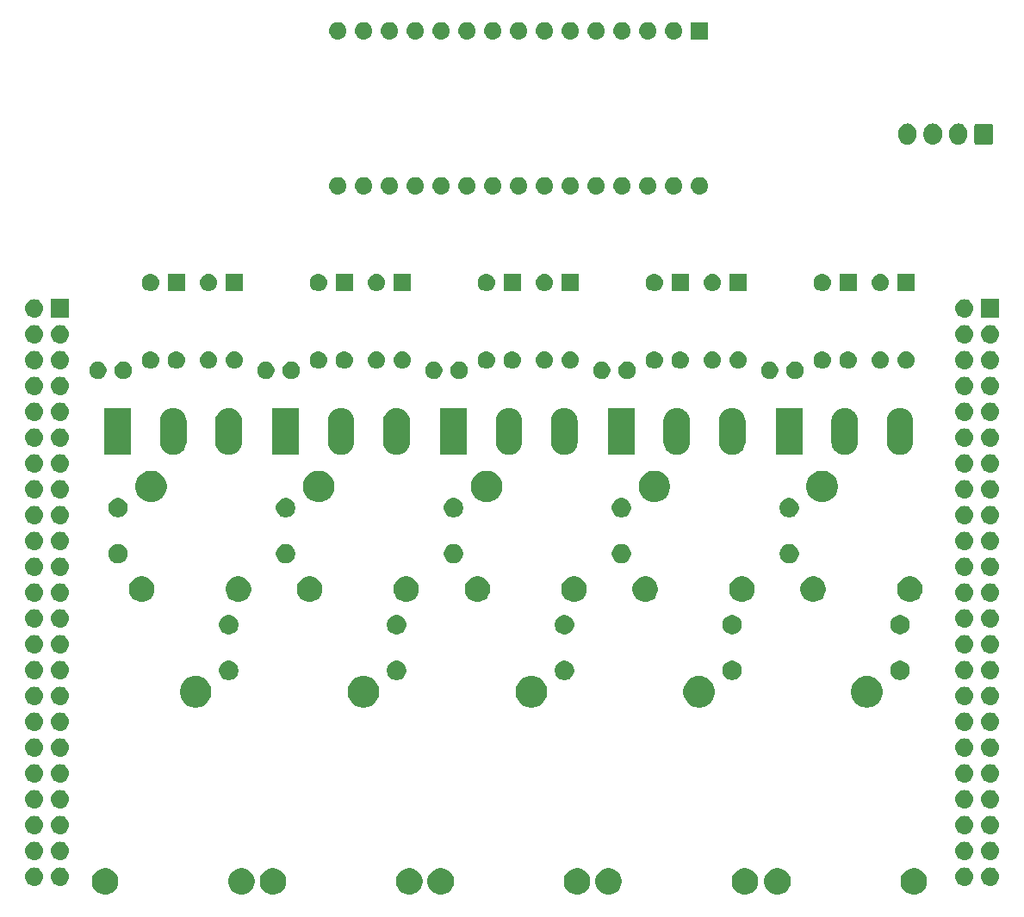
<source format=gbs>
G04 #@! TF.GenerationSoftware,KiCad,Pcbnew,(5.1.2)-1*
G04 #@! TF.CreationDate,2019-05-30T15:53:57+09:00*
G04 #@! TF.ProjectId,MD_2016_remake,4d445f32-3031-4365-9f72-656d616b652e,rev?*
G04 #@! TF.SameCoordinates,PXaba9500PY3473bc0*
G04 #@! TF.FileFunction,Soldermask,Bot*
G04 #@! TF.FilePolarity,Negative*
%FSLAX46Y46*%
G04 Gerber Fmt 4.6, Leading zero omitted, Abs format (unit mm)*
G04 Created by KiCad (PCBNEW (5.1.2)-1) date 2019-05-30 15:53:57*
%MOMM*%
%LPD*%
G04 APERTURE LIST*
%ADD10C,0.100000*%
G04 APERTURE END LIST*
D10*
G36*
X23459487Y-95898996D02*
G01*
X23696253Y-95997068D01*
X23696255Y-95997069D01*
X23760227Y-96039814D01*
X23909339Y-96139447D01*
X24090553Y-96320661D01*
X24232932Y-96533747D01*
X24331004Y-96770513D01*
X24381000Y-97021861D01*
X24381000Y-97278139D01*
X24331004Y-97529487D01*
X24232932Y-97766253D01*
X24232931Y-97766255D01*
X24090553Y-97979339D01*
X23909339Y-98160553D01*
X23696255Y-98302931D01*
X23696254Y-98302932D01*
X23696253Y-98302932D01*
X23459487Y-98401004D01*
X23208139Y-98451000D01*
X22951861Y-98451000D01*
X22700513Y-98401004D01*
X22463747Y-98302932D01*
X22463746Y-98302932D01*
X22463745Y-98302931D01*
X22250661Y-98160553D01*
X22069447Y-97979339D01*
X21927069Y-97766255D01*
X21927068Y-97766253D01*
X21828996Y-97529487D01*
X21779000Y-97278139D01*
X21779000Y-97021861D01*
X21828996Y-96770513D01*
X21927068Y-96533747D01*
X22069447Y-96320661D01*
X22250661Y-96139447D01*
X22399773Y-96039814D01*
X22463745Y-95997069D01*
X22463747Y-95997068D01*
X22700513Y-95898996D01*
X22951861Y-95849000D01*
X23208139Y-95849000D01*
X23459487Y-95898996D01*
X23459487Y-95898996D01*
G37*
G36*
X10059487Y-95898996D02*
G01*
X10296253Y-95997068D01*
X10296255Y-95997069D01*
X10360227Y-96039814D01*
X10509339Y-96139447D01*
X10690553Y-96320661D01*
X10832932Y-96533747D01*
X10931004Y-96770513D01*
X10981000Y-97021861D01*
X10981000Y-97278139D01*
X10931004Y-97529487D01*
X10832932Y-97766253D01*
X10832931Y-97766255D01*
X10690553Y-97979339D01*
X10509339Y-98160553D01*
X10296255Y-98302931D01*
X10296254Y-98302932D01*
X10296253Y-98302932D01*
X10059487Y-98401004D01*
X9808139Y-98451000D01*
X9551861Y-98451000D01*
X9300513Y-98401004D01*
X9063747Y-98302932D01*
X9063746Y-98302932D01*
X9063745Y-98302931D01*
X8850661Y-98160553D01*
X8669447Y-97979339D01*
X8527069Y-97766255D01*
X8527068Y-97766253D01*
X8428996Y-97529487D01*
X8379000Y-97278139D01*
X8379000Y-97021861D01*
X8428996Y-96770513D01*
X8527068Y-96533747D01*
X8669447Y-96320661D01*
X8850661Y-96139447D01*
X8999773Y-96039814D01*
X9063745Y-95997069D01*
X9063747Y-95997068D01*
X9300513Y-95898996D01*
X9551861Y-95849000D01*
X9808139Y-95849000D01*
X10059487Y-95898996D01*
X10059487Y-95898996D01*
G37*
G36*
X26559487Y-95898996D02*
G01*
X26796253Y-95997068D01*
X26796255Y-95997069D01*
X26860227Y-96039814D01*
X27009339Y-96139447D01*
X27190553Y-96320661D01*
X27332932Y-96533747D01*
X27431004Y-96770513D01*
X27481000Y-97021861D01*
X27481000Y-97278139D01*
X27431004Y-97529487D01*
X27332932Y-97766253D01*
X27332931Y-97766255D01*
X27190553Y-97979339D01*
X27009339Y-98160553D01*
X26796255Y-98302931D01*
X26796254Y-98302932D01*
X26796253Y-98302932D01*
X26559487Y-98401004D01*
X26308139Y-98451000D01*
X26051861Y-98451000D01*
X25800513Y-98401004D01*
X25563747Y-98302932D01*
X25563746Y-98302932D01*
X25563745Y-98302931D01*
X25350661Y-98160553D01*
X25169447Y-97979339D01*
X25027069Y-97766255D01*
X25027068Y-97766253D01*
X24928996Y-97529487D01*
X24879000Y-97278139D01*
X24879000Y-97021861D01*
X24928996Y-96770513D01*
X25027068Y-96533747D01*
X25169447Y-96320661D01*
X25350661Y-96139447D01*
X25499773Y-96039814D01*
X25563745Y-95997069D01*
X25563747Y-95997068D01*
X25800513Y-95898996D01*
X26051861Y-95849000D01*
X26308139Y-95849000D01*
X26559487Y-95898996D01*
X26559487Y-95898996D01*
G37*
G36*
X39959487Y-95898996D02*
G01*
X40196253Y-95997068D01*
X40196255Y-95997069D01*
X40260227Y-96039814D01*
X40409339Y-96139447D01*
X40590553Y-96320661D01*
X40732932Y-96533747D01*
X40831004Y-96770513D01*
X40881000Y-97021861D01*
X40881000Y-97278139D01*
X40831004Y-97529487D01*
X40732932Y-97766253D01*
X40732931Y-97766255D01*
X40590553Y-97979339D01*
X40409339Y-98160553D01*
X40196255Y-98302931D01*
X40196254Y-98302932D01*
X40196253Y-98302932D01*
X39959487Y-98401004D01*
X39708139Y-98451000D01*
X39451861Y-98451000D01*
X39200513Y-98401004D01*
X38963747Y-98302932D01*
X38963746Y-98302932D01*
X38963745Y-98302931D01*
X38750661Y-98160553D01*
X38569447Y-97979339D01*
X38427069Y-97766255D01*
X38427068Y-97766253D01*
X38328996Y-97529487D01*
X38279000Y-97278139D01*
X38279000Y-97021861D01*
X38328996Y-96770513D01*
X38427068Y-96533747D01*
X38569447Y-96320661D01*
X38750661Y-96139447D01*
X38899773Y-96039814D01*
X38963745Y-95997069D01*
X38963747Y-95997068D01*
X39200513Y-95898996D01*
X39451861Y-95849000D01*
X39708139Y-95849000D01*
X39959487Y-95898996D01*
X39959487Y-95898996D01*
G37*
G36*
X43059487Y-95898996D02*
G01*
X43296253Y-95997068D01*
X43296255Y-95997069D01*
X43360227Y-96039814D01*
X43509339Y-96139447D01*
X43690553Y-96320661D01*
X43832932Y-96533747D01*
X43931004Y-96770513D01*
X43981000Y-97021861D01*
X43981000Y-97278139D01*
X43931004Y-97529487D01*
X43832932Y-97766253D01*
X43832931Y-97766255D01*
X43690553Y-97979339D01*
X43509339Y-98160553D01*
X43296255Y-98302931D01*
X43296254Y-98302932D01*
X43296253Y-98302932D01*
X43059487Y-98401004D01*
X42808139Y-98451000D01*
X42551861Y-98451000D01*
X42300513Y-98401004D01*
X42063747Y-98302932D01*
X42063746Y-98302932D01*
X42063745Y-98302931D01*
X41850661Y-98160553D01*
X41669447Y-97979339D01*
X41527069Y-97766255D01*
X41527068Y-97766253D01*
X41428996Y-97529487D01*
X41379000Y-97278139D01*
X41379000Y-97021861D01*
X41428996Y-96770513D01*
X41527068Y-96533747D01*
X41669447Y-96320661D01*
X41850661Y-96139447D01*
X41999773Y-96039814D01*
X42063745Y-95997069D01*
X42063747Y-95997068D01*
X42300513Y-95898996D01*
X42551861Y-95849000D01*
X42808139Y-95849000D01*
X43059487Y-95898996D01*
X43059487Y-95898996D01*
G37*
G36*
X56459487Y-95898996D02*
G01*
X56696253Y-95997068D01*
X56696255Y-95997069D01*
X56760227Y-96039814D01*
X56909339Y-96139447D01*
X57090553Y-96320661D01*
X57232932Y-96533747D01*
X57331004Y-96770513D01*
X57381000Y-97021861D01*
X57381000Y-97278139D01*
X57331004Y-97529487D01*
X57232932Y-97766253D01*
X57232931Y-97766255D01*
X57090553Y-97979339D01*
X56909339Y-98160553D01*
X56696255Y-98302931D01*
X56696254Y-98302932D01*
X56696253Y-98302932D01*
X56459487Y-98401004D01*
X56208139Y-98451000D01*
X55951861Y-98451000D01*
X55700513Y-98401004D01*
X55463747Y-98302932D01*
X55463746Y-98302932D01*
X55463745Y-98302931D01*
X55250661Y-98160553D01*
X55069447Y-97979339D01*
X54927069Y-97766255D01*
X54927068Y-97766253D01*
X54828996Y-97529487D01*
X54779000Y-97278139D01*
X54779000Y-97021861D01*
X54828996Y-96770513D01*
X54927068Y-96533747D01*
X55069447Y-96320661D01*
X55250661Y-96139447D01*
X55399773Y-96039814D01*
X55463745Y-95997069D01*
X55463747Y-95997068D01*
X55700513Y-95898996D01*
X55951861Y-95849000D01*
X56208139Y-95849000D01*
X56459487Y-95898996D01*
X56459487Y-95898996D01*
G37*
G36*
X72959487Y-95898996D02*
G01*
X73196253Y-95997068D01*
X73196255Y-95997069D01*
X73260227Y-96039814D01*
X73409339Y-96139447D01*
X73590553Y-96320661D01*
X73732932Y-96533747D01*
X73831004Y-96770513D01*
X73881000Y-97021861D01*
X73881000Y-97278139D01*
X73831004Y-97529487D01*
X73732932Y-97766253D01*
X73732931Y-97766255D01*
X73590553Y-97979339D01*
X73409339Y-98160553D01*
X73196255Y-98302931D01*
X73196254Y-98302932D01*
X73196253Y-98302932D01*
X72959487Y-98401004D01*
X72708139Y-98451000D01*
X72451861Y-98451000D01*
X72200513Y-98401004D01*
X71963747Y-98302932D01*
X71963746Y-98302932D01*
X71963745Y-98302931D01*
X71750661Y-98160553D01*
X71569447Y-97979339D01*
X71427069Y-97766255D01*
X71427068Y-97766253D01*
X71328996Y-97529487D01*
X71279000Y-97278139D01*
X71279000Y-97021861D01*
X71328996Y-96770513D01*
X71427068Y-96533747D01*
X71569447Y-96320661D01*
X71750661Y-96139447D01*
X71899773Y-96039814D01*
X71963745Y-95997069D01*
X71963747Y-95997068D01*
X72200513Y-95898996D01*
X72451861Y-95849000D01*
X72708139Y-95849000D01*
X72959487Y-95898996D01*
X72959487Y-95898996D01*
G37*
G36*
X59559487Y-95898996D02*
G01*
X59796253Y-95997068D01*
X59796255Y-95997069D01*
X59860227Y-96039814D01*
X60009339Y-96139447D01*
X60190553Y-96320661D01*
X60332932Y-96533747D01*
X60431004Y-96770513D01*
X60481000Y-97021861D01*
X60481000Y-97278139D01*
X60431004Y-97529487D01*
X60332932Y-97766253D01*
X60332931Y-97766255D01*
X60190553Y-97979339D01*
X60009339Y-98160553D01*
X59796255Y-98302931D01*
X59796254Y-98302932D01*
X59796253Y-98302932D01*
X59559487Y-98401004D01*
X59308139Y-98451000D01*
X59051861Y-98451000D01*
X58800513Y-98401004D01*
X58563747Y-98302932D01*
X58563746Y-98302932D01*
X58563745Y-98302931D01*
X58350661Y-98160553D01*
X58169447Y-97979339D01*
X58027069Y-97766255D01*
X58027068Y-97766253D01*
X57928996Y-97529487D01*
X57879000Y-97278139D01*
X57879000Y-97021861D01*
X57928996Y-96770513D01*
X58027068Y-96533747D01*
X58169447Y-96320661D01*
X58350661Y-96139447D01*
X58499773Y-96039814D01*
X58563745Y-95997069D01*
X58563747Y-95997068D01*
X58800513Y-95898996D01*
X59051861Y-95849000D01*
X59308139Y-95849000D01*
X59559487Y-95898996D01*
X59559487Y-95898996D01*
G37*
G36*
X89559487Y-95898996D02*
G01*
X89796253Y-95997068D01*
X89796255Y-95997069D01*
X89860227Y-96039814D01*
X90009339Y-96139447D01*
X90190553Y-96320661D01*
X90332932Y-96533747D01*
X90431004Y-96770513D01*
X90481000Y-97021861D01*
X90481000Y-97278139D01*
X90431004Y-97529487D01*
X90332932Y-97766253D01*
X90332931Y-97766255D01*
X90190553Y-97979339D01*
X90009339Y-98160553D01*
X89796255Y-98302931D01*
X89796254Y-98302932D01*
X89796253Y-98302932D01*
X89559487Y-98401004D01*
X89308139Y-98451000D01*
X89051861Y-98451000D01*
X88800513Y-98401004D01*
X88563747Y-98302932D01*
X88563746Y-98302932D01*
X88563745Y-98302931D01*
X88350661Y-98160553D01*
X88169447Y-97979339D01*
X88027069Y-97766255D01*
X88027068Y-97766253D01*
X87928996Y-97529487D01*
X87879000Y-97278139D01*
X87879000Y-97021861D01*
X87928996Y-96770513D01*
X88027068Y-96533747D01*
X88169447Y-96320661D01*
X88350661Y-96139447D01*
X88499773Y-96039814D01*
X88563745Y-95997069D01*
X88563747Y-95997068D01*
X88800513Y-95898996D01*
X89051861Y-95849000D01*
X89308139Y-95849000D01*
X89559487Y-95898996D01*
X89559487Y-95898996D01*
G37*
G36*
X76159487Y-95898996D02*
G01*
X76396253Y-95997068D01*
X76396255Y-95997069D01*
X76460227Y-96039814D01*
X76609339Y-96139447D01*
X76790553Y-96320661D01*
X76932932Y-96533747D01*
X77031004Y-96770513D01*
X77081000Y-97021861D01*
X77081000Y-97278139D01*
X77031004Y-97529487D01*
X76932932Y-97766253D01*
X76932931Y-97766255D01*
X76790553Y-97979339D01*
X76609339Y-98160553D01*
X76396255Y-98302931D01*
X76396254Y-98302932D01*
X76396253Y-98302932D01*
X76159487Y-98401004D01*
X75908139Y-98451000D01*
X75651861Y-98451000D01*
X75400513Y-98401004D01*
X75163747Y-98302932D01*
X75163746Y-98302932D01*
X75163745Y-98302931D01*
X74950661Y-98160553D01*
X74769447Y-97979339D01*
X74627069Y-97766255D01*
X74627068Y-97766253D01*
X74528996Y-97529487D01*
X74479000Y-97278139D01*
X74479000Y-97021861D01*
X74528996Y-96770513D01*
X74627068Y-96533747D01*
X74769447Y-96320661D01*
X74950661Y-96139447D01*
X75099773Y-96039814D01*
X75163745Y-95997069D01*
X75163747Y-95997068D01*
X75400513Y-95898996D01*
X75651861Y-95849000D01*
X75908139Y-95849000D01*
X76159487Y-95898996D01*
X76159487Y-95898996D01*
G37*
G36*
X94250442Y-95785518D02*
G01*
X94316627Y-95792037D01*
X94486466Y-95843557D01*
X94642991Y-95927222D01*
X94678729Y-95956552D01*
X94780186Y-96039814D01*
X94861951Y-96139447D01*
X94892778Y-96177009D01*
X94976443Y-96333534D01*
X95027963Y-96503373D01*
X95045359Y-96680000D01*
X95027963Y-96856627D01*
X94976443Y-97026466D01*
X94892778Y-97182991D01*
X94863448Y-97218729D01*
X94780186Y-97320186D01*
X94678729Y-97403448D01*
X94642991Y-97432778D01*
X94486466Y-97516443D01*
X94316627Y-97567963D01*
X94250442Y-97574482D01*
X94184260Y-97581000D01*
X94095740Y-97581000D01*
X94029558Y-97574482D01*
X93963373Y-97567963D01*
X93793534Y-97516443D01*
X93637009Y-97432778D01*
X93601271Y-97403448D01*
X93499814Y-97320186D01*
X93416552Y-97218729D01*
X93387222Y-97182991D01*
X93303557Y-97026466D01*
X93252037Y-96856627D01*
X93234641Y-96680000D01*
X93252037Y-96503373D01*
X93303557Y-96333534D01*
X93387222Y-96177009D01*
X93418049Y-96139447D01*
X93499814Y-96039814D01*
X93601271Y-95956552D01*
X93637009Y-95927222D01*
X93793534Y-95843557D01*
X93963373Y-95792037D01*
X94029558Y-95785518D01*
X94095740Y-95779000D01*
X94184260Y-95779000D01*
X94250442Y-95785518D01*
X94250442Y-95785518D01*
G37*
G36*
X96790442Y-95785518D02*
G01*
X96856627Y-95792037D01*
X97026466Y-95843557D01*
X97182991Y-95927222D01*
X97218729Y-95956552D01*
X97320186Y-96039814D01*
X97401951Y-96139447D01*
X97432778Y-96177009D01*
X97516443Y-96333534D01*
X97567963Y-96503373D01*
X97585359Y-96680000D01*
X97567963Y-96856627D01*
X97516443Y-97026466D01*
X97432778Y-97182991D01*
X97403448Y-97218729D01*
X97320186Y-97320186D01*
X97218729Y-97403448D01*
X97182991Y-97432778D01*
X97026466Y-97516443D01*
X96856627Y-97567963D01*
X96790442Y-97574482D01*
X96724260Y-97581000D01*
X96635740Y-97581000D01*
X96569558Y-97574482D01*
X96503373Y-97567963D01*
X96333534Y-97516443D01*
X96177009Y-97432778D01*
X96141271Y-97403448D01*
X96039814Y-97320186D01*
X95956552Y-97218729D01*
X95927222Y-97182991D01*
X95843557Y-97026466D01*
X95792037Y-96856627D01*
X95774641Y-96680000D01*
X95792037Y-96503373D01*
X95843557Y-96333534D01*
X95927222Y-96177009D01*
X95958049Y-96139447D01*
X96039814Y-96039814D01*
X96141271Y-95956552D01*
X96177009Y-95927222D01*
X96333534Y-95843557D01*
X96503373Y-95792037D01*
X96569558Y-95785518D01*
X96635740Y-95779000D01*
X96724260Y-95779000D01*
X96790442Y-95785518D01*
X96790442Y-95785518D01*
G37*
G36*
X5350442Y-95785518D02*
G01*
X5416627Y-95792037D01*
X5586466Y-95843557D01*
X5742991Y-95927222D01*
X5778729Y-95956552D01*
X5880186Y-96039814D01*
X5961951Y-96139447D01*
X5992778Y-96177009D01*
X6076443Y-96333534D01*
X6127963Y-96503373D01*
X6145359Y-96680000D01*
X6127963Y-96856627D01*
X6076443Y-97026466D01*
X5992778Y-97182991D01*
X5963448Y-97218729D01*
X5880186Y-97320186D01*
X5778729Y-97403448D01*
X5742991Y-97432778D01*
X5586466Y-97516443D01*
X5416627Y-97567963D01*
X5350442Y-97574482D01*
X5284260Y-97581000D01*
X5195740Y-97581000D01*
X5129558Y-97574482D01*
X5063373Y-97567963D01*
X4893534Y-97516443D01*
X4737009Y-97432778D01*
X4701271Y-97403448D01*
X4599814Y-97320186D01*
X4516552Y-97218729D01*
X4487222Y-97182991D01*
X4403557Y-97026466D01*
X4352037Y-96856627D01*
X4334641Y-96680000D01*
X4352037Y-96503373D01*
X4403557Y-96333534D01*
X4487222Y-96177009D01*
X4518049Y-96139447D01*
X4599814Y-96039814D01*
X4701271Y-95956552D01*
X4737009Y-95927222D01*
X4893534Y-95843557D01*
X5063373Y-95792037D01*
X5129558Y-95785518D01*
X5195740Y-95779000D01*
X5284260Y-95779000D01*
X5350442Y-95785518D01*
X5350442Y-95785518D01*
G37*
G36*
X2810442Y-95785518D02*
G01*
X2876627Y-95792037D01*
X3046466Y-95843557D01*
X3202991Y-95927222D01*
X3238729Y-95956552D01*
X3340186Y-96039814D01*
X3421951Y-96139447D01*
X3452778Y-96177009D01*
X3536443Y-96333534D01*
X3587963Y-96503373D01*
X3605359Y-96680000D01*
X3587963Y-96856627D01*
X3536443Y-97026466D01*
X3452778Y-97182991D01*
X3423448Y-97218729D01*
X3340186Y-97320186D01*
X3238729Y-97403448D01*
X3202991Y-97432778D01*
X3046466Y-97516443D01*
X2876627Y-97567963D01*
X2810442Y-97574482D01*
X2744260Y-97581000D01*
X2655740Y-97581000D01*
X2589558Y-97574482D01*
X2523373Y-97567963D01*
X2353534Y-97516443D01*
X2197009Y-97432778D01*
X2161271Y-97403448D01*
X2059814Y-97320186D01*
X1976552Y-97218729D01*
X1947222Y-97182991D01*
X1863557Y-97026466D01*
X1812037Y-96856627D01*
X1794641Y-96680000D01*
X1812037Y-96503373D01*
X1863557Y-96333534D01*
X1947222Y-96177009D01*
X1978049Y-96139447D01*
X2059814Y-96039814D01*
X2161271Y-95956552D01*
X2197009Y-95927222D01*
X2353534Y-95843557D01*
X2523373Y-95792037D01*
X2589558Y-95785518D01*
X2655740Y-95779000D01*
X2744260Y-95779000D01*
X2810442Y-95785518D01*
X2810442Y-95785518D01*
G37*
G36*
X94250443Y-93245519D02*
G01*
X94316627Y-93252037D01*
X94486466Y-93303557D01*
X94642991Y-93387222D01*
X94678729Y-93416552D01*
X94780186Y-93499814D01*
X94863448Y-93601271D01*
X94892778Y-93637009D01*
X94976443Y-93793534D01*
X95027963Y-93963373D01*
X95045359Y-94140000D01*
X95027963Y-94316627D01*
X94976443Y-94486466D01*
X94892778Y-94642991D01*
X94863448Y-94678729D01*
X94780186Y-94780186D01*
X94678729Y-94863448D01*
X94642991Y-94892778D01*
X94486466Y-94976443D01*
X94316627Y-95027963D01*
X94250442Y-95034482D01*
X94184260Y-95041000D01*
X94095740Y-95041000D01*
X94029558Y-95034482D01*
X93963373Y-95027963D01*
X93793534Y-94976443D01*
X93637009Y-94892778D01*
X93601271Y-94863448D01*
X93499814Y-94780186D01*
X93416552Y-94678729D01*
X93387222Y-94642991D01*
X93303557Y-94486466D01*
X93252037Y-94316627D01*
X93234641Y-94140000D01*
X93252037Y-93963373D01*
X93303557Y-93793534D01*
X93387222Y-93637009D01*
X93416552Y-93601271D01*
X93499814Y-93499814D01*
X93601271Y-93416552D01*
X93637009Y-93387222D01*
X93793534Y-93303557D01*
X93963373Y-93252037D01*
X94029557Y-93245519D01*
X94095740Y-93239000D01*
X94184260Y-93239000D01*
X94250443Y-93245519D01*
X94250443Y-93245519D01*
G37*
G36*
X96790443Y-93245519D02*
G01*
X96856627Y-93252037D01*
X97026466Y-93303557D01*
X97182991Y-93387222D01*
X97218729Y-93416552D01*
X97320186Y-93499814D01*
X97403448Y-93601271D01*
X97432778Y-93637009D01*
X97516443Y-93793534D01*
X97567963Y-93963373D01*
X97585359Y-94140000D01*
X97567963Y-94316627D01*
X97516443Y-94486466D01*
X97432778Y-94642991D01*
X97403448Y-94678729D01*
X97320186Y-94780186D01*
X97218729Y-94863448D01*
X97182991Y-94892778D01*
X97026466Y-94976443D01*
X96856627Y-95027963D01*
X96790442Y-95034482D01*
X96724260Y-95041000D01*
X96635740Y-95041000D01*
X96569558Y-95034482D01*
X96503373Y-95027963D01*
X96333534Y-94976443D01*
X96177009Y-94892778D01*
X96141271Y-94863448D01*
X96039814Y-94780186D01*
X95956552Y-94678729D01*
X95927222Y-94642991D01*
X95843557Y-94486466D01*
X95792037Y-94316627D01*
X95774641Y-94140000D01*
X95792037Y-93963373D01*
X95843557Y-93793534D01*
X95927222Y-93637009D01*
X95956552Y-93601271D01*
X96039814Y-93499814D01*
X96141271Y-93416552D01*
X96177009Y-93387222D01*
X96333534Y-93303557D01*
X96503373Y-93252037D01*
X96569557Y-93245519D01*
X96635740Y-93239000D01*
X96724260Y-93239000D01*
X96790443Y-93245519D01*
X96790443Y-93245519D01*
G37*
G36*
X2810443Y-93245519D02*
G01*
X2876627Y-93252037D01*
X3046466Y-93303557D01*
X3202991Y-93387222D01*
X3238729Y-93416552D01*
X3340186Y-93499814D01*
X3423448Y-93601271D01*
X3452778Y-93637009D01*
X3536443Y-93793534D01*
X3587963Y-93963373D01*
X3605359Y-94140000D01*
X3587963Y-94316627D01*
X3536443Y-94486466D01*
X3452778Y-94642991D01*
X3423448Y-94678729D01*
X3340186Y-94780186D01*
X3238729Y-94863448D01*
X3202991Y-94892778D01*
X3046466Y-94976443D01*
X2876627Y-95027963D01*
X2810442Y-95034482D01*
X2744260Y-95041000D01*
X2655740Y-95041000D01*
X2589558Y-95034482D01*
X2523373Y-95027963D01*
X2353534Y-94976443D01*
X2197009Y-94892778D01*
X2161271Y-94863448D01*
X2059814Y-94780186D01*
X1976552Y-94678729D01*
X1947222Y-94642991D01*
X1863557Y-94486466D01*
X1812037Y-94316627D01*
X1794641Y-94140000D01*
X1812037Y-93963373D01*
X1863557Y-93793534D01*
X1947222Y-93637009D01*
X1976552Y-93601271D01*
X2059814Y-93499814D01*
X2161271Y-93416552D01*
X2197009Y-93387222D01*
X2353534Y-93303557D01*
X2523373Y-93252037D01*
X2589557Y-93245519D01*
X2655740Y-93239000D01*
X2744260Y-93239000D01*
X2810443Y-93245519D01*
X2810443Y-93245519D01*
G37*
G36*
X5350443Y-93245519D02*
G01*
X5416627Y-93252037D01*
X5586466Y-93303557D01*
X5742991Y-93387222D01*
X5778729Y-93416552D01*
X5880186Y-93499814D01*
X5963448Y-93601271D01*
X5992778Y-93637009D01*
X6076443Y-93793534D01*
X6127963Y-93963373D01*
X6145359Y-94140000D01*
X6127963Y-94316627D01*
X6076443Y-94486466D01*
X5992778Y-94642991D01*
X5963448Y-94678729D01*
X5880186Y-94780186D01*
X5778729Y-94863448D01*
X5742991Y-94892778D01*
X5586466Y-94976443D01*
X5416627Y-95027963D01*
X5350442Y-95034482D01*
X5284260Y-95041000D01*
X5195740Y-95041000D01*
X5129558Y-95034482D01*
X5063373Y-95027963D01*
X4893534Y-94976443D01*
X4737009Y-94892778D01*
X4701271Y-94863448D01*
X4599814Y-94780186D01*
X4516552Y-94678729D01*
X4487222Y-94642991D01*
X4403557Y-94486466D01*
X4352037Y-94316627D01*
X4334641Y-94140000D01*
X4352037Y-93963373D01*
X4403557Y-93793534D01*
X4487222Y-93637009D01*
X4516552Y-93601271D01*
X4599814Y-93499814D01*
X4701271Y-93416552D01*
X4737009Y-93387222D01*
X4893534Y-93303557D01*
X5063373Y-93252037D01*
X5129557Y-93245519D01*
X5195740Y-93239000D01*
X5284260Y-93239000D01*
X5350443Y-93245519D01*
X5350443Y-93245519D01*
G37*
G36*
X5350443Y-90705519D02*
G01*
X5416627Y-90712037D01*
X5586466Y-90763557D01*
X5742991Y-90847222D01*
X5778729Y-90876552D01*
X5880186Y-90959814D01*
X5963448Y-91061271D01*
X5992778Y-91097009D01*
X6076443Y-91253534D01*
X6127963Y-91423373D01*
X6145359Y-91600000D01*
X6127963Y-91776627D01*
X6076443Y-91946466D01*
X5992778Y-92102991D01*
X5963448Y-92138729D01*
X5880186Y-92240186D01*
X5778729Y-92323448D01*
X5742991Y-92352778D01*
X5586466Y-92436443D01*
X5416627Y-92487963D01*
X5350442Y-92494482D01*
X5284260Y-92501000D01*
X5195740Y-92501000D01*
X5129558Y-92494482D01*
X5063373Y-92487963D01*
X4893534Y-92436443D01*
X4737009Y-92352778D01*
X4701271Y-92323448D01*
X4599814Y-92240186D01*
X4516552Y-92138729D01*
X4487222Y-92102991D01*
X4403557Y-91946466D01*
X4352037Y-91776627D01*
X4334641Y-91600000D01*
X4352037Y-91423373D01*
X4403557Y-91253534D01*
X4487222Y-91097009D01*
X4516552Y-91061271D01*
X4599814Y-90959814D01*
X4701271Y-90876552D01*
X4737009Y-90847222D01*
X4893534Y-90763557D01*
X5063373Y-90712037D01*
X5129557Y-90705519D01*
X5195740Y-90699000D01*
X5284260Y-90699000D01*
X5350443Y-90705519D01*
X5350443Y-90705519D01*
G37*
G36*
X2810443Y-90705519D02*
G01*
X2876627Y-90712037D01*
X3046466Y-90763557D01*
X3202991Y-90847222D01*
X3238729Y-90876552D01*
X3340186Y-90959814D01*
X3423448Y-91061271D01*
X3452778Y-91097009D01*
X3536443Y-91253534D01*
X3587963Y-91423373D01*
X3605359Y-91600000D01*
X3587963Y-91776627D01*
X3536443Y-91946466D01*
X3452778Y-92102991D01*
X3423448Y-92138729D01*
X3340186Y-92240186D01*
X3238729Y-92323448D01*
X3202991Y-92352778D01*
X3046466Y-92436443D01*
X2876627Y-92487963D01*
X2810442Y-92494482D01*
X2744260Y-92501000D01*
X2655740Y-92501000D01*
X2589558Y-92494482D01*
X2523373Y-92487963D01*
X2353534Y-92436443D01*
X2197009Y-92352778D01*
X2161271Y-92323448D01*
X2059814Y-92240186D01*
X1976552Y-92138729D01*
X1947222Y-92102991D01*
X1863557Y-91946466D01*
X1812037Y-91776627D01*
X1794641Y-91600000D01*
X1812037Y-91423373D01*
X1863557Y-91253534D01*
X1947222Y-91097009D01*
X1976552Y-91061271D01*
X2059814Y-90959814D01*
X2161271Y-90876552D01*
X2197009Y-90847222D01*
X2353534Y-90763557D01*
X2523373Y-90712037D01*
X2589557Y-90705519D01*
X2655740Y-90699000D01*
X2744260Y-90699000D01*
X2810443Y-90705519D01*
X2810443Y-90705519D01*
G37*
G36*
X94250443Y-90705519D02*
G01*
X94316627Y-90712037D01*
X94486466Y-90763557D01*
X94642991Y-90847222D01*
X94678729Y-90876552D01*
X94780186Y-90959814D01*
X94863448Y-91061271D01*
X94892778Y-91097009D01*
X94976443Y-91253534D01*
X95027963Y-91423373D01*
X95045359Y-91600000D01*
X95027963Y-91776627D01*
X94976443Y-91946466D01*
X94892778Y-92102991D01*
X94863448Y-92138729D01*
X94780186Y-92240186D01*
X94678729Y-92323448D01*
X94642991Y-92352778D01*
X94486466Y-92436443D01*
X94316627Y-92487963D01*
X94250442Y-92494482D01*
X94184260Y-92501000D01*
X94095740Y-92501000D01*
X94029558Y-92494482D01*
X93963373Y-92487963D01*
X93793534Y-92436443D01*
X93637009Y-92352778D01*
X93601271Y-92323448D01*
X93499814Y-92240186D01*
X93416552Y-92138729D01*
X93387222Y-92102991D01*
X93303557Y-91946466D01*
X93252037Y-91776627D01*
X93234641Y-91600000D01*
X93252037Y-91423373D01*
X93303557Y-91253534D01*
X93387222Y-91097009D01*
X93416552Y-91061271D01*
X93499814Y-90959814D01*
X93601271Y-90876552D01*
X93637009Y-90847222D01*
X93793534Y-90763557D01*
X93963373Y-90712037D01*
X94029557Y-90705519D01*
X94095740Y-90699000D01*
X94184260Y-90699000D01*
X94250443Y-90705519D01*
X94250443Y-90705519D01*
G37*
G36*
X96790443Y-90705519D02*
G01*
X96856627Y-90712037D01*
X97026466Y-90763557D01*
X97182991Y-90847222D01*
X97218729Y-90876552D01*
X97320186Y-90959814D01*
X97403448Y-91061271D01*
X97432778Y-91097009D01*
X97516443Y-91253534D01*
X97567963Y-91423373D01*
X97585359Y-91600000D01*
X97567963Y-91776627D01*
X97516443Y-91946466D01*
X97432778Y-92102991D01*
X97403448Y-92138729D01*
X97320186Y-92240186D01*
X97218729Y-92323448D01*
X97182991Y-92352778D01*
X97026466Y-92436443D01*
X96856627Y-92487963D01*
X96790442Y-92494482D01*
X96724260Y-92501000D01*
X96635740Y-92501000D01*
X96569558Y-92494482D01*
X96503373Y-92487963D01*
X96333534Y-92436443D01*
X96177009Y-92352778D01*
X96141271Y-92323448D01*
X96039814Y-92240186D01*
X95956552Y-92138729D01*
X95927222Y-92102991D01*
X95843557Y-91946466D01*
X95792037Y-91776627D01*
X95774641Y-91600000D01*
X95792037Y-91423373D01*
X95843557Y-91253534D01*
X95927222Y-91097009D01*
X95956552Y-91061271D01*
X96039814Y-90959814D01*
X96141271Y-90876552D01*
X96177009Y-90847222D01*
X96333534Y-90763557D01*
X96503373Y-90712037D01*
X96569557Y-90705519D01*
X96635740Y-90699000D01*
X96724260Y-90699000D01*
X96790443Y-90705519D01*
X96790443Y-90705519D01*
G37*
G36*
X96790442Y-88165518D02*
G01*
X96856627Y-88172037D01*
X97026466Y-88223557D01*
X97182991Y-88307222D01*
X97218729Y-88336552D01*
X97320186Y-88419814D01*
X97403448Y-88521271D01*
X97432778Y-88557009D01*
X97516443Y-88713534D01*
X97567963Y-88883373D01*
X97585359Y-89060000D01*
X97567963Y-89236627D01*
X97516443Y-89406466D01*
X97432778Y-89562991D01*
X97403448Y-89598729D01*
X97320186Y-89700186D01*
X97218729Y-89783448D01*
X97182991Y-89812778D01*
X97026466Y-89896443D01*
X96856627Y-89947963D01*
X96790443Y-89954481D01*
X96724260Y-89961000D01*
X96635740Y-89961000D01*
X96569557Y-89954481D01*
X96503373Y-89947963D01*
X96333534Y-89896443D01*
X96177009Y-89812778D01*
X96141271Y-89783448D01*
X96039814Y-89700186D01*
X95956552Y-89598729D01*
X95927222Y-89562991D01*
X95843557Y-89406466D01*
X95792037Y-89236627D01*
X95774641Y-89060000D01*
X95792037Y-88883373D01*
X95843557Y-88713534D01*
X95927222Y-88557009D01*
X95956552Y-88521271D01*
X96039814Y-88419814D01*
X96141271Y-88336552D01*
X96177009Y-88307222D01*
X96333534Y-88223557D01*
X96503373Y-88172037D01*
X96569558Y-88165518D01*
X96635740Y-88159000D01*
X96724260Y-88159000D01*
X96790442Y-88165518D01*
X96790442Y-88165518D01*
G37*
G36*
X5350442Y-88165518D02*
G01*
X5416627Y-88172037D01*
X5586466Y-88223557D01*
X5742991Y-88307222D01*
X5778729Y-88336552D01*
X5880186Y-88419814D01*
X5963448Y-88521271D01*
X5992778Y-88557009D01*
X6076443Y-88713534D01*
X6127963Y-88883373D01*
X6145359Y-89060000D01*
X6127963Y-89236627D01*
X6076443Y-89406466D01*
X5992778Y-89562991D01*
X5963448Y-89598729D01*
X5880186Y-89700186D01*
X5778729Y-89783448D01*
X5742991Y-89812778D01*
X5586466Y-89896443D01*
X5416627Y-89947963D01*
X5350443Y-89954481D01*
X5284260Y-89961000D01*
X5195740Y-89961000D01*
X5129557Y-89954481D01*
X5063373Y-89947963D01*
X4893534Y-89896443D01*
X4737009Y-89812778D01*
X4701271Y-89783448D01*
X4599814Y-89700186D01*
X4516552Y-89598729D01*
X4487222Y-89562991D01*
X4403557Y-89406466D01*
X4352037Y-89236627D01*
X4334641Y-89060000D01*
X4352037Y-88883373D01*
X4403557Y-88713534D01*
X4487222Y-88557009D01*
X4516552Y-88521271D01*
X4599814Y-88419814D01*
X4701271Y-88336552D01*
X4737009Y-88307222D01*
X4893534Y-88223557D01*
X5063373Y-88172037D01*
X5129558Y-88165518D01*
X5195740Y-88159000D01*
X5284260Y-88159000D01*
X5350442Y-88165518D01*
X5350442Y-88165518D01*
G37*
G36*
X2810442Y-88165518D02*
G01*
X2876627Y-88172037D01*
X3046466Y-88223557D01*
X3202991Y-88307222D01*
X3238729Y-88336552D01*
X3340186Y-88419814D01*
X3423448Y-88521271D01*
X3452778Y-88557009D01*
X3536443Y-88713534D01*
X3587963Y-88883373D01*
X3605359Y-89060000D01*
X3587963Y-89236627D01*
X3536443Y-89406466D01*
X3452778Y-89562991D01*
X3423448Y-89598729D01*
X3340186Y-89700186D01*
X3238729Y-89783448D01*
X3202991Y-89812778D01*
X3046466Y-89896443D01*
X2876627Y-89947963D01*
X2810443Y-89954481D01*
X2744260Y-89961000D01*
X2655740Y-89961000D01*
X2589557Y-89954481D01*
X2523373Y-89947963D01*
X2353534Y-89896443D01*
X2197009Y-89812778D01*
X2161271Y-89783448D01*
X2059814Y-89700186D01*
X1976552Y-89598729D01*
X1947222Y-89562991D01*
X1863557Y-89406466D01*
X1812037Y-89236627D01*
X1794641Y-89060000D01*
X1812037Y-88883373D01*
X1863557Y-88713534D01*
X1947222Y-88557009D01*
X1976552Y-88521271D01*
X2059814Y-88419814D01*
X2161271Y-88336552D01*
X2197009Y-88307222D01*
X2353534Y-88223557D01*
X2523373Y-88172037D01*
X2589558Y-88165518D01*
X2655740Y-88159000D01*
X2744260Y-88159000D01*
X2810442Y-88165518D01*
X2810442Y-88165518D01*
G37*
G36*
X94250442Y-88165518D02*
G01*
X94316627Y-88172037D01*
X94486466Y-88223557D01*
X94642991Y-88307222D01*
X94678729Y-88336552D01*
X94780186Y-88419814D01*
X94863448Y-88521271D01*
X94892778Y-88557009D01*
X94976443Y-88713534D01*
X95027963Y-88883373D01*
X95045359Y-89060000D01*
X95027963Y-89236627D01*
X94976443Y-89406466D01*
X94892778Y-89562991D01*
X94863448Y-89598729D01*
X94780186Y-89700186D01*
X94678729Y-89783448D01*
X94642991Y-89812778D01*
X94486466Y-89896443D01*
X94316627Y-89947963D01*
X94250443Y-89954481D01*
X94184260Y-89961000D01*
X94095740Y-89961000D01*
X94029557Y-89954481D01*
X93963373Y-89947963D01*
X93793534Y-89896443D01*
X93637009Y-89812778D01*
X93601271Y-89783448D01*
X93499814Y-89700186D01*
X93416552Y-89598729D01*
X93387222Y-89562991D01*
X93303557Y-89406466D01*
X93252037Y-89236627D01*
X93234641Y-89060000D01*
X93252037Y-88883373D01*
X93303557Y-88713534D01*
X93387222Y-88557009D01*
X93416552Y-88521271D01*
X93499814Y-88419814D01*
X93601271Y-88336552D01*
X93637009Y-88307222D01*
X93793534Y-88223557D01*
X93963373Y-88172037D01*
X94029558Y-88165518D01*
X94095740Y-88159000D01*
X94184260Y-88159000D01*
X94250442Y-88165518D01*
X94250442Y-88165518D01*
G37*
G36*
X94250442Y-85625518D02*
G01*
X94316627Y-85632037D01*
X94486466Y-85683557D01*
X94642991Y-85767222D01*
X94678729Y-85796552D01*
X94780186Y-85879814D01*
X94863448Y-85981271D01*
X94892778Y-86017009D01*
X94976443Y-86173534D01*
X95027963Y-86343373D01*
X95045359Y-86520000D01*
X95027963Y-86696627D01*
X94976443Y-86866466D01*
X94892778Y-87022991D01*
X94863448Y-87058729D01*
X94780186Y-87160186D01*
X94678729Y-87243448D01*
X94642991Y-87272778D01*
X94486466Y-87356443D01*
X94316627Y-87407963D01*
X94250443Y-87414481D01*
X94184260Y-87421000D01*
X94095740Y-87421000D01*
X94029557Y-87414481D01*
X93963373Y-87407963D01*
X93793534Y-87356443D01*
X93637009Y-87272778D01*
X93601271Y-87243448D01*
X93499814Y-87160186D01*
X93416552Y-87058729D01*
X93387222Y-87022991D01*
X93303557Y-86866466D01*
X93252037Y-86696627D01*
X93234641Y-86520000D01*
X93252037Y-86343373D01*
X93303557Y-86173534D01*
X93387222Y-86017009D01*
X93416552Y-85981271D01*
X93499814Y-85879814D01*
X93601271Y-85796552D01*
X93637009Y-85767222D01*
X93793534Y-85683557D01*
X93963373Y-85632037D01*
X94029558Y-85625518D01*
X94095740Y-85619000D01*
X94184260Y-85619000D01*
X94250442Y-85625518D01*
X94250442Y-85625518D01*
G37*
G36*
X96790442Y-85625518D02*
G01*
X96856627Y-85632037D01*
X97026466Y-85683557D01*
X97182991Y-85767222D01*
X97218729Y-85796552D01*
X97320186Y-85879814D01*
X97403448Y-85981271D01*
X97432778Y-86017009D01*
X97516443Y-86173534D01*
X97567963Y-86343373D01*
X97585359Y-86520000D01*
X97567963Y-86696627D01*
X97516443Y-86866466D01*
X97432778Y-87022991D01*
X97403448Y-87058729D01*
X97320186Y-87160186D01*
X97218729Y-87243448D01*
X97182991Y-87272778D01*
X97026466Y-87356443D01*
X96856627Y-87407963D01*
X96790443Y-87414481D01*
X96724260Y-87421000D01*
X96635740Y-87421000D01*
X96569557Y-87414481D01*
X96503373Y-87407963D01*
X96333534Y-87356443D01*
X96177009Y-87272778D01*
X96141271Y-87243448D01*
X96039814Y-87160186D01*
X95956552Y-87058729D01*
X95927222Y-87022991D01*
X95843557Y-86866466D01*
X95792037Y-86696627D01*
X95774641Y-86520000D01*
X95792037Y-86343373D01*
X95843557Y-86173534D01*
X95927222Y-86017009D01*
X95956552Y-85981271D01*
X96039814Y-85879814D01*
X96141271Y-85796552D01*
X96177009Y-85767222D01*
X96333534Y-85683557D01*
X96503373Y-85632037D01*
X96569558Y-85625518D01*
X96635740Y-85619000D01*
X96724260Y-85619000D01*
X96790442Y-85625518D01*
X96790442Y-85625518D01*
G37*
G36*
X5350442Y-85625518D02*
G01*
X5416627Y-85632037D01*
X5586466Y-85683557D01*
X5742991Y-85767222D01*
X5778729Y-85796552D01*
X5880186Y-85879814D01*
X5963448Y-85981271D01*
X5992778Y-86017009D01*
X6076443Y-86173534D01*
X6127963Y-86343373D01*
X6145359Y-86520000D01*
X6127963Y-86696627D01*
X6076443Y-86866466D01*
X5992778Y-87022991D01*
X5963448Y-87058729D01*
X5880186Y-87160186D01*
X5778729Y-87243448D01*
X5742991Y-87272778D01*
X5586466Y-87356443D01*
X5416627Y-87407963D01*
X5350443Y-87414481D01*
X5284260Y-87421000D01*
X5195740Y-87421000D01*
X5129557Y-87414481D01*
X5063373Y-87407963D01*
X4893534Y-87356443D01*
X4737009Y-87272778D01*
X4701271Y-87243448D01*
X4599814Y-87160186D01*
X4516552Y-87058729D01*
X4487222Y-87022991D01*
X4403557Y-86866466D01*
X4352037Y-86696627D01*
X4334641Y-86520000D01*
X4352037Y-86343373D01*
X4403557Y-86173534D01*
X4487222Y-86017009D01*
X4516552Y-85981271D01*
X4599814Y-85879814D01*
X4701271Y-85796552D01*
X4737009Y-85767222D01*
X4893534Y-85683557D01*
X5063373Y-85632037D01*
X5129558Y-85625518D01*
X5195740Y-85619000D01*
X5284260Y-85619000D01*
X5350442Y-85625518D01*
X5350442Y-85625518D01*
G37*
G36*
X2810442Y-85625518D02*
G01*
X2876627Y-85632037D01*
X3046466Y-85683557D01*
X3202991Y-85767222D01*
X3238729Y-85796552D01*
X3340186Y-85879814D01*
X3423448Y-85981271D01*
X3452778Y-86017009D01*
X3536443Y-86173534D01*
X3587963Y-86343373D01*
X3605359Y-86520000D01*
X3587963Y-86696627D01*
X3536443Y-86866466D01*
X3452778Y-87022991D01*
X3423448Y-87058729D01*
X3340186Y-87160186D01*
X3238729Y-87243448D01*
X3202991Y-87272778D01*
X3046466Y-87356443D01*
X2876627Y-87407963D01*
X2810443Y-87414481D01*
X2744260Y-87421000D01*
X2655740Y-87421000D01*
X2589557Y-87414481D01*
X2523373Y-87407963D01*
X2353534Y-87356443D01*
X2197009Y-87272778D01*
X2161271Y-87243448D01*
X2059814Y-87160186D01*
X1976552Y-87058729D01*
X1947222Y-87022991D01*
X1863557Y-86866466D01*
X1812037Y-86696627D01*
X1794641Y-86520000D01*
X1812037Y-86343373D01*
X1863557Y-86173534D01*
X1947222Y-86017009D01*
X1976552Y-85981271D01*
X2059814Y-85879814D01*
X2161271Y-85796552D01*
X2197009Y-85767222D01*
X2353534Y-85683557D01*
X2523373Y-85632037D01*
X2589558Y-85625518D01*
X2655740Y-85619000D01*
X2744260Y-85619000D01*
X2810442Y-85625518D01*
X2810442Y-85625518D01*
G37*
G36*
X96790442Y-83085518D02*
G01*
X96856627Y-83092037D01*
X97026466Y-83143557D01*
X97182991Y-83227222D01*
X97218729Y-83256552D01*
X97320186Y-83339814D01*
X97403448Y-83441271D01*
X97432778Y-83477009D01*
X97516443Y-83633534D01*
X97567963Y-83803373D01*
X97585359Y-83980000D01*
X97567963Y-84156627D01*
X97516443Y-84326466D01*
X97432778Y-84482991D01*
X97403448Y-84518729D01*
X97320186Y-84620186D01*
X97218729Y-84703448D01*
X97182991Y-84732778D01*
X97026466Y-84816443D01*
X96856627Y-84867963D01*
X96790442Y-84874482D01*
X96724260Y-84881000D01*
X96635740Y-84881000D01*
X96569558Y-84874482D01*
X96503373Y-84867963D01*
X96333534Y-84816443D01*
X96177009Y-84732778D01*
X96141271Y-84703448D01*
X96039814Y-84620186D01*
X95956552Y-84518729D01*
X95927222Y-84482991D01*
X95843557Y-84326466D01*
X95792037Y-84156627D01*
X95774641Y-83980000D01*
X95792037Y-83803373D01*
X95843557Y-83633534D01*
X95927222Y-83477009D01*
X95956552Y-83441271D01*
X96039814Y-83339814D01*
X96141271Y-83256552D01*
X96177009Y-83227222D01*
X96333534Y-83143557D01*
X96503373Y-83092037D01*
X96569558Y-83085518D01*
X96635740Y-83079000D01*
X96724260Y-83079000D01*
X96790442Y-83085518D01*
X96790442Y-83085518D01*
G37*
G36*
X5350442Y-83085518D02*
G01*
X5416627Y-83092037D01*
X5586466Y-83143557D01*
X5742991Y-83227222D01*
X5778729Y-83256552D01*
X5880186Y-83339814D01*
X5963448Y-83441271D01*
X5992778Y-83477009D01*
X6076443Y-83633534D01*
X6127963Y-83803373D01*
X6145359Y-83980000D01*
X6127963Y-84156627D01*
X6076443Y-84326466D01*
X5992778Y-84482991D01*
X5963448Y-84518729D01*
X5880186Y-84620186D01*
X5778729Y-84703448D01*
X5742991Y-84732778D01*
X5586466Y-84816443D01*
X5416627Y-84867963D01*
X5350442Y-84874482D01*
X5284260Y-84881000D01*
X5195740Y-84881000D01*
X5129558Y-84874482D01*
X5063373Y-84867963D01*
X4893534Y-84816443D01*
X4737009Y-84732778D01*
X4701271Y-84703448D01*
X4599814Y-84620186D01*
X4516552Y-84518729D01*
X4487222Y-84482991D01*
X4403557Y-84326466D01*
X4352037Y-84156627D01*
X4334641Y-83980000D01*
X4352037Y-83803373D01*
X4403557Y-83633534D01*
X4487222Y-83477009D01*
X4516552Y-83441271D01*
X4599814Y-83339814D01*
X4701271Y-83256552D01*
X4737009Y-83227222D01*
X4893534Y-83143557D01*
X5063373Y-83092037D01*
X5129558Y-83085518D01*
X5195740Y-83079000D01*
X5284260Y-83079000D01*
X5350442Y-83085518D01*
X5350442Y-83085518D01*
G37*
G36*
X94250442Y-83085518D02*
G01*
X94316627Y-83092037D01*
X94486466Y-83143557D01*
X94642991Y-83227222D01*
X94678729Y-83256552D01*
X94780186Y-83339814D01*
X94863448Y-83441271D01*
X94892778Y-83477009D01*
X94976443Y-83633534D01*
X95027963Y-83803373D01*
X95045359Y-83980000D01*
X95027963Y-84156627D01*
X94976443Y-84326466D01*
X94892778Y-84482991D01*
X94863448Y-84518729D01*
X94780186Y-84620186D01*
X94678729Y-84703448D01*
X94642991Y-84732778D01*
X94486466Y-84816443D01*
X94316627Y-84867963D01*
X94250442Y-84874482D01*
X94184260Y-84881000D01*
X94095740Y-84881000D01*
X94029558Y-84874482D01*
X93963373Y-84867963D01*
X93793534Y-84816443D01*
X93637009Y-84732778D01*
X93601271Y-84703448D01*
X93499814Y-84620186D01*
X93416552Y-84518729D01*
X93387222Y-84482991D01*
X93303557Y-84326466D01*
X93252037Y-84156627D01*
X93234641Y-83980000D01*
X93252037Y-83803373D01*
X93303557Y-83633534D01*
X93387222Y-83477009D01*
X93416552Y-83441271D01*
X93499814Y-83339814D01*
X93601271Y-83256552D01*
X93637009Y-83227222D01*
X93793534Y-83143557D01*
X93963373Y-83092037D01*
X94029558Y-83085518D01*
X94095740Y-83079000D01*
X94184260Y-83079000D01*
X94250442Y-83085518D01*
X94250442Y-83085518D01*
G37*
G36*
X2810442Y-83085518D02*
G01*
X2876627Y-83092037D01*
X3046466Y-83143557D01*
X3202991Y-83227222D01*
X3238729Y-83256552D01*
X3340186Y-83339814D01*
X3423448Y-83441271D01*
X3452778Y-83477009D01*
X3536443Y-83633534D01*
X3587963Y-83803373D01*
X3605359Y-83980000D01*
X3587963Y-84156627D01*
X3536443Y-84326466D01*
X3452778Y-84482991D01*
X3423448Y-84518729D01*
X3340186Y-84620186D01*
X3238729Y-84703448D01*
X3202991Y-84732778D01*
X3046466Y-84816443D01*
X2876627Y-84867963D01*
X2810442Y-84874482D01*
X2744260Y-84881000D01*
X2655740Y-84881000D01*
X2589558Y-84874482D01*
X2523373Y-84867963D01*
X2353534Y-84816443D01*
X2197009Y-84732778D01*
X2161271Y-84703448D01*
X2059814Y-84620186D01*
X1976552Y-84518729D01*
X1947222Y-84482991D01*
X1863557Y-84326466D01*
X1812037Y-84156627D01*
X1794641Y-83980000D01*
X1812037Y-83803373D01*
X1863557Y-83633534D01*
X1947222Y-83477009D01*
X1976552Y-83441271D01*
X2059814Y-83339814D01*
X2161271Y-83256552D01*
X2197009Y-83227222D01*
X2353534Y-83143557D01*
X2523373Y-83092037D01*
X2589558Y-83085518D01*
X2655740Y-83079000D01*
X2744260Y-83079000D01*
X2810442Y-83085518D01*
X2810442Y-83085518D01*
G37*
G36*
X2810443Y-80545519D02*
G01*
X2876627Y-80552037D01*
X3046466Y-80603557D01*
X3202991Y-80687222D01*
X3238729Y-80716552D01*
X3340186Y-80799814D01*
X3423448Y-80901271D01*
X3452778Y-80937009D01*
X3536443Y-81093534D01*
X3587963Y-81263373D01*
X3605359Y-81440000D01*
X3587963Y-81616627D01*
X3536443Y-81786466D01*
X3452778Y-81942991D01*
X3423448Y-81978729D01*
X3340186Y-82080186D01*
X3238729Y-82163448D01*
X3202991Y-82192778D01*
X3046466Y-82276443D01*
X2876627Y-82327963D01*
X2810442Y-82334482D01*
X2744260Y-82341000D01*
X2655740Y-82341000D01*
X2589558Y-82334482D01*
X2523373Y-82327963D01*
X2353534Y-82276443D01*
X2197009Y-82192778D01*
X2161271Y-82163448D01*
X2059814Y-82080186D01*
X1976552Y-81978729D01*
X1947222Y-81942991D01*
X1863557Y-81786466D01*
X1812037Y-81616627D01*
X1794641Y-81440000D01*
X1812037Y-81263373D01*
X1863557Y-81093534D01*
X1947222Y-80937009D01*
X1976552Y-80901271D01*
X2059814Y-80799814D01*
X2161271Y-80716552D01*
X2197009Y-80687222D01*
X2353534Y-80603557D01*
X2523373Y-80552037D01*
X2589557Y-80545519D01*
X2655740Y-80539000D01*
X2744260Y-80539000D01*
X2810443Y-80545519D01*
X2810443Y-80545519D01*
G37*
G36*
X94250443Y-80545519D02*
G01*
X94316627Y-80552037D01*
X94486466Y-80603557D01*
X94642991Y-80687222D01*
X94678729Y-80716552D01*
X94780186Y-80799814D01*
X94863448Y-80901271D01*
X94892778Y-80937009D01*
X94976443Y-81093534D01*
X95027963Y-81263373D01*
X95045359Y-81440000D01*
X95027963Y-81616627D01*
X94976443Y-81786466D01*
X94892778Y-81942991D01*
X94863448Y-81978729D01*
X94780186Y-82080186D01*
X94678729Y-82163448D01*
X94642991Y-82192778D01*
X94486466Y-82276443D01*
X94316627Y-82327963D01*
X94250442Y-82334482D01*
X94184260Y-82341000D01*
X94095740Y-82341000D01*
X94029558Y-82334482D01*
X93963373Y-82327963D01*
X93793534Y-82276443D01*
X93637009Y-82192778D01*
X93601271Y-82163448D01*
X93499814Y-82080186D01*
X93416552Y-81978729D01*
X93387222Y-81942991D01*
X93303557Y-81786466D01*
X93252037Y-81616627D01*
X93234641Y-81440000D01*
X93252037Y-81263373D01*
X93303557Y-81093534D01*
X93387222Y-80937009D01*
X93416552Y-80901271D01*
X93499814Y-80799814D01*
X93601271Y-80716552D01*
X93637009Y-80687222D01*
X93793534Y-80603557D01*
X93963373Y-80552037D01*
X94029557Y-80545519D01*
X94095740Y-80539000D01*
X94184260Y-80539000D01*
X94250443Y-80545519D01*
X94250443Y-80545519D01*
G37*
G36*
X96790443Y-80545519D02*
G01*
X96856627Y-80552037D01*
X97026466Y-80603557D01*
X97182991Y-80687222D01*
X97218729Y-80716552D01*
X97320186Y-80799814D01*
X97403448Y-80901271D01*
X97432778Y-80937009D01*
X97516443Y-81093534D01*
X97567963Y-81263373D01*
X97585359Y-81440000D01*
X97567963Y-81616627D01*
X97516443Y-81786466D01*
X97432778Y-81942991D01*
X97403448Y-81978729D01*
X97320186Y-82080186D01*
X97218729Y-82163448D01*
X97182991Y-82192778D01*
X97026466Y-82276443D01*
X96856627Y-82327963D01*
X96790442Y-82334482D01*
X96724260Y-82341000D01*
X96635740Y-82341000D01*
X96569558Y-82334482D01*
X96503373Y-82327963D01*
X96333534Y-82276443D01*
X96177009Y-82192778D01*
X96141271Y-82163448D01*
X96039814Y-82080186D01*
X95956552Y-81978729D01*
X95927222Y-81942991D01*
X95843557Y-81786466D01*
X95792037Y-81616627D01*
X95774641Y-81440000D01*
X95792037Y-81263373D01*
X95843557Y-81093534D01*
X95927222Y-80937009D01*
X95956552Y-80901271D01*
X96039814Y-80799814D01*
X96141271Y-80716552D01*
X96177009Y-80687222D01*
X96333534Y-80603557D01*
X96503373Y-80552037D01*
X96569557Y-80545519D01*
X96635740Y-80539000D01*
X96724260Y-80539000D01*
X96790443Y-80545519D01*
X96790443Y-80545519D01*
G37*
G36*
X5350443Y-80545519D02*
G01*
X5416627Y-80552037D01*
X5586466Y-80603557D01*
X5742991Y-80687222D01*
X5778729Y-80716552D01*
X5880186Y-80799814D01*
X5963448Y-80901271D01*
X5992778Y-80937009D01*
X6076443Y-81093534D01*
X6127963Y-81263373D01*
X6145359Y-81440000D01*
X6127963Y-81616627D01*
X6076443Y-81786466D01*
X5992778Y-81942991D01*
X5963448Y-81978729D01*
X5880186Y-82080186D01*
X5778729Y-82163448D01*
X5742991Y-82192778D01*
X5586466Y-82276443D01*
X5416627Y-82327963D01*
X5350442Y-82334482D01*
X5284260Y-82341000D01*
X5195740Y-82341000D01*
X5129558Y-82334482D01*
X5063373Y-82327963D01*
X4893534Y-82276443D01*
X4737009Y-82192778D01*
X4701271Y-82163448D01*
X4599814Y-82080186D01*
X4516552Y-81978729D01*
X4487222Y-81942991D01*
X4403557Y-81786466D01*
X4352037Y-81616627D01*
X4334641Y-81440000D01*
X4352037Y-81263373D01*
X4403557Y-81093534D01*
X4487222Y-80937009D01*
X4516552Y-80901271D01*
X4599814Y-80799814D01*
X4701271Y-80716552D01*
X4737009Y-80687222D01*
X4893534Y-80603557D01*
X5063373Y-80552037D01*
X5129557Y-80545519D01*
X5195740Y-80539000D01*
X5284260Y-80539000D01*
X5350443Y-80545519D01*
X5350443Y-80545519D01*
G37*
G36*
X84882585Y-76983802D02*
G01*
X85032410Y-77013604D01*
X85314674Y-77130521D01*
X85568705Y-77300259D01*
X85784741Y-77516295D01*
X85954479Y-77770326D01*
X86071396Y-78052590D01*
X86131000Y-78352240D01*
X86131000Y-78657760D01*
X86071396Y-78957410D01*
X85954479Y-79239674D01*
X85784741Y-79493705D01*
X85568705Y-79709741D01*
X85314674Y-79879479D01*
X85032410Y-79996396D01*
X84882585Y-80026198D01*
X84732761Y-80056000D01*
X84427239Y-80056000D01*
X84277415Y-80026198D01*
X84127590Y-79996396D01*
X83845326Y-79879479D01*
X83591295Y-79709741D01*
X83375259Y-79493705D01*
X83205521Y-79239674D01*
X83088604Y-78957410D01*
X83029000Y-78657760D01*
X83029000Y-78352240D01*
X83088604Y-78052590D01*
X83205521Y-77770326D01*
X83375259Y-77516295D01*
X83591295Y-77300259D01*
X83845326Y-77130521D01*
X84127590Y-77013604D01*
X84277415Y-76983802D01*
X84427239Y-76954000D01*
X84732761Y-76954000D01*
X84882585Y-76983802D01*
X84882585Y-76983802D01*
G37*
G36*
X68382585Y-76983802D02*
G01*
X68532410Y-77013604D01*
X68814674Y-77130521D01*
X69068705Y-77300259D01*
X69284741Y-77516295D01*
X69454479Y-77770326D01*
X69571396Y-78052590D01*
X69631000Y-78352240D01*
X69631000Y-78657760D01*
X69571396Y-78957410D01*
X69454479Y-79239674D01*
X69284741Y-79493705D01*
X69068705Y-79709741D01*
X68814674Y-79879479D01*
X68532410Y-79996396D01*
X68382585Y-80026198D01*
X68232761Y-80056000D01*
X67927239Y-80056000D01*
X67777415Y-80026198D01*
X67627590Y-79996396D01*
X67345326Y-79879479D01*
X67091295Y-79709741D01*
X66875259Y-79493705D01*
X66705521Y-79239674D01*
X66588604Y-78957410D01*
X66529000Y-78657760D01*
X66529000Y-78352240D01*
X66588604Y-78052590D01*
X66705521Y-77770326D01*
X66875259Y-77516295D01*
X67091295Y-77300259D01*
X67345326Y-77130521D01*
X67627590Y-77013604D01*
X67777415Y-76983802D01*
X67927239Y-76954000D01*
X68232761Y-76954000D01*
X68382585Y-76983802D01*
X68382585Y-76983802D01*
G37*
G36*
X51882585Y-76983802D02*
G01*
X52032410Y-77013604D01*
X52314674Y-77130521D01*
X52568705Y-77300259D01*
X52784741Y-77516295D01*
X52954479Y-77770326D01*
X53071396Y-78052590D01*
X53131000Y-78352240D01*
X53131000Y-78657760D01*
X53071396Y-78957410D01*
X52954479Y-79239674D01*
X52784741Y-79493705D01*
X52568705Y-79709741D01*
X52314674Y-79879479D01*
X52032410Y-79996396D01*
X51882585Y-80026198D01*
X51732761Y-80056000D01*
X51427239Y-80056000D01*
X51277415Y-80026198D01*
X51127590Y-79996396D01*
X50845326Y-79879479D01*
X50591295Y-79709741D01*
X50375259Y-79493705D01*
X50205521Y-79239674D01*
X50088604Y-78957410D01*
X50029000Y-78657760D01*
X50029000Y-78352240D01*
X50088604Y-78052590D01*
X50205521Y-77770326D01*
X50375259Y-77516295D01*
X50591295Y-77300259D01*
X50845326Y-77130521D01*
X51127590Y-77013604D01*
X51277415Y-76983802D01*
X51427239Y-76954000D01*
X51732761Y-76954000D01*
X51882585Y-76983802D01*
X51882585Y-76983802D01*
G37*
G36*
X18882585Y-76983802D02*
G01*
X19032410Y-77013604D01*
X19314674Y-77130521D01*
X19568705Y-77300259D01*
X19784741Y-77516295D01*
X19954479Y-77770326D01*
X20071396Y-78052590D01*
X20131000Y-78352240D01*
X20131000Y-78657760D01*
X20071396Y-78957410D01*
X19954479Y-79239674D01*
X19784741Y-79493705D01*
X19568705Y-79709741D01*
X19314674Y-79879479D01*
X19032410Y-79996396D01*
X18882585Y-80026198D01*
X18732761Y-80056000D01*
X18427239Y-80056000D01*
X18277415Y-80026198D01*
X18127590Y-79996396D01*
X17845326Y-79879479D01*
X17591295Y-79709741D01*
X17375259Y-79493705D01*
X17205521Y-79239674D01*
X17088604Y-78957410D01*
X17029000Y-78657760D01*
X17029000Y-78352240D01*
X17088604Y-78052590D01*
X17205521Y-77770326D01*
X17375259Y-77516295D01*
X17591295Y-77300259D01*
X17845326Y-77130521D01*
X18127590Y-77013604D01*
X18277415Y-76983802D01*
X18427239Y-76954000D01*
X18732761Y-76954000D01*
X18882585Y-76983802D01*
X18882585Y-76983802D01*
G37*
G36*
X35382585Y-76983802D02*
G01*
X35532410Y-77013604D01*
X35814674Y-77130521D01*
X36068705Y-77300259D01*
X36284741Y-77516295D01*
X36454479Y-77770326D01*
X36571396Y-78052590D01*
X36631000Y-78352240D01*
X36631000Y-78657760D01*
X36571396Y-78957410D01*
X36454479Y-79239674D01*
X36284741Y-79493705D01*
X36068705Y-79709741D01*
X35814674Y-79879479D01*
X35532410Y-79996396D01*
X35382585Y-80026198D01*
X35232761Y-80056000D01*
X34927239Y-80056000D01*
X34777415Y-80026198D01*
X34627590Y-79996396D01*
X34345326Y-79879479D01*
X34091295Y-79709741D01*
X33875259Y-79493705D01*
X33705521Y-79239674D01*
X33588604Y-78957410D01*
X33529000Y-78657760D01*
X33529000Y-78352240D01*
X33588604Y-78052590D01*
X33705521Y-77770326D01*
X33875259Y-77516295D01*
X34091295Y-77300259D01*
X34345326Y-77130521D01*
X34627590Y-77013604D01*
X34777415Y-76983802D01*
X34927239Y-76954000D01*
X35232761Y-76954000D01*
X35382585Y-76983802D01*
X35382585Y-76983802D01*
G37*
G36*
X5350442Y-78005518D02*
G01*
X5416627Y-78012037D01*
X5586466Y-78063557D01*
X5742991Y-78147222D01*
X5778729Y-78176552D01*
X5880186Y-78259814D01*
X5956036Y-78352239D01*
X5992778Y-78397009D01*
X6076443Y-78553534D01*
X6127963Y-78723373D01*
X6145359Y-78900000D01*
X6127963Y-79076627D01*
X6076443Y-79246466D01*
X5992778Y-79402991D01*
X5963448Y-79438729D01*
X5880186Y-79540186D01*
X5778729Y-79623448D01*
X5742991Y-79652778D01*
X5586466Y-79736443D01*
X5416627Y-79787963D01*
X5350443Y-79794481D01*
X5284260Y-79801000D01*
X5195740Y-79801000D01*
X5129557Y-79794481D01*
X5063373Y-79787963D01*
X4893534Y-79736443D01*
X4737009Y-79652778D01*
X4701271Y-79623448D01*
X4599814Y-79540186D01*
X4516552Y-79438729D01*
X4487222Y-79402991D01*
X4403557Y-79246466D01*
X4352037Y-79076627D01*
X4334641Y-78900000D01*
X4352037Y-78723373D01*
X4403557Y-78553534D01*
X4487222Y-78397009D01*
X4523964Y-78352239D01*
X4599814Y-78259814D01*
X4701271Y-78176552D01*
X4737009Y-78147222D01*
X4893534Y-78063557D01*
X5063373Y-78012037D01*
X5129558Y-78005518D01*
X5195740Y-77999000D01*
X5284260Y-77999000D01*
X5350442Y-78005518D01*
X5350442Y-78005518D01*
G37*
G36*
X2810442Y-78005518D02*
G01*
X2876627Y-78012037D01*
X3046466Y-78063557D01*
X3202991Y-78147222D01*
X3238729Y-78176552D01*
X3340186Y-78259814D01*
X3416036Y-78352239D01*
X3452778Y-78397009D01*
X3536443Y-78553534D01*
X3587963Y-78723373D01*
X3605359Y-78900000D01*
X3587963Y-79076627D01*
X3536443Y-79246466D01*
X3452778Y-79402991D01*
X3423448Y-79438729D01*
X3340186Y-79540186D01*
X3238729Y-79623448D01*
X3202991Y-79652778D01*
X3046466Y-79736443D01*
X2876627Y-79787963D01*
X2810443Y-79794481D01*
X2744260Y-79801000D01*
X2655740Y-79801000D01*
X2589557Y-79794481D01*
X2523373Y-79787963D01*
X2353534Y-79736443D01*
X2197009Y-79652778D01*
X2161271Y-79623448D01*
X2059814Y-79540186D01*
X1976552Y-79438729D01*
X1947222Y-79402991D01*
X1863557Y-79246466D01*
X1812037Y-79076627D01*
X1794641Y-78900000D01*
X1812037Y-78723373D01*
X1863557Y-78553534D01*
X1947222Y-78397009D01*
X1983964Y-78352239D01*
X2059814Y-78259814D01*
X2161271Y-78176552D01*
X2197009Y-78147222D01*
X2353534Y-78063557D01*
X2523373Y-78012037D01*
X2589558Y-78005518D01*
X2655740Y-77999000D01*
X2744260Y-77999000D01*
X2810442Y-78005518D01*
X2810442Y-78005518D01*
G37*
G36*
X94250442Y-78005518D02*
G01*
X94316627Y-78012037D01*
X94486466Y-78063557D01*
X94642991Y-78147222D01*
X94678729Y-78176552D01*
X94780186Y-78259814D01*
X94856036Y-78352239D01*
X94892778Y-78397009D01*
X94976443Y-78553534D01*
X95027963Y-78723373D01*
X95045359Y-78900000D01*
X95027963Y-79076627D01*
X94976443Y-79246466D01*
X94892778Y-79402991D01*
X94863448Y-79438729D01*
X94780186Y-79540186D01*
X94678729Y-79623448D01*
X94642991Y-79652778D01*
X94486466Y-79736443D01*
X94316627Y-79787963D01*
X94250443Y-79794481D01*
X94184260Y-79801000D01*
X94095740Y-79801000D01*
X94029557Y-79794481D01*
X93963373Y-79787963D01*
X93793534Y-79736443D01*
X93637009Y-79652778D01*
X93601271Y-79623448D01*
X93499814Y-79540186D01*
X93416552Y-79438729D01*
X93387222Y-79402991D01*
X93303557Y-79246466D01*
X93252037Y-79076627D01*
X93234641Y-78900000D01*
X93252037Y-78723373D01*
X93303557Y-78553534D01*
X93387222Y-78397009D01*
X93423964Y-78352239D01*
X93499814Y-78259814D01*
X93601271Y-78176552D01*
X93637009Y-78147222D01*
X93793534Y-78063557D01*
X93963373Y-78012037D01*
X94029558Y-78005518D01*
X94095740Y-77999000D01*
X94184260Y-77999000D01*
X94250442Y-78005518D01*
X94250442Y-78005518D01*
G37*
G36*
X96790442Y-78005518D02*
G01*
X96856627Y-78012037D01*
X97026466Y-78063557D01*
X97182991Y-78147222D01*
X97218729Y-78176552D01*
X97320186Y-78259814D01*
X97396036Y-78352239D01*
X97432778Y-78397009D01*
X97516443Y-78553534D01*
X97567963Y-78723373D01*
X97585359Y-78900000D01*
X97567963Y-79076627D01*
X97516443Y-79246466D01*
X97432778Y-79402991D01*
X97403448Y-79438729D01*
X97320186Y-79540186D01*
X97218729Y-79623448D01*
X97182991Y-79652778D01*
X97026466Y-79736443D01*
X96856627Y-79787963D01*
X96790443Y-79794481D01*
X96724260Y-79801000D01*
X96635740Y-79801000D01*
X96569557Y-79794481D01*
X96503373Y-79787963D01*
X96333534Y-79736443D01*
X96177009Y-79652778D01*
X96141271Y-79623448D01*
X96039814Y-79540186D01*
X95956552Y-79438729D01*
X95927222Y-79402991D01*
X95843557Y-79246466D01*
X95792037Y-79076627D01*
X95774641Y-78900000D01*
X95792037Y-78723373D01*
X95843557Y-78553534D01*
X95927222Y-78397009D01*
X95963964Y-78352239D01*
X96039814Y-78259814D01*
X96141271Y-78176552D01*
X96177009Y-78147222D01*
X96333534Y-78063557D01*
X96503373Y-78012037D01*
X96569558Y-78005518D01*
X96635740Y-77999000D01*
X96724260Y-77999000D01*
X96790442Y-78005518D01*
X96790442Y-78005518D01*
G37*
G36*
X71607395Y-75490546D02*
G01*
X71780466Y-75562234D01*
X71780467Y-75562235D01*
X71936227Y-75666310D01*
X72068690Y-75798773D01*
X72068691Y-75798775D01*
X72172766Y-75954534D01*
X72244454Y-76127605D01*
X72281000Y-76311333D01*
X72281000Y-76498667D01*
X72244454Y-76682395D01*
X72172766Y-76855466D01*
X72172765Y-76855467D01*
X72068690Y-77011227D01*
X71936227Y-77143690D01*
X71857818Y-77196081D01*
X71780466Y-77247766D01*
X71607395Y-77319454D01*
X71423667Y-77356000D01*
X71236333Y-77356000D01*
X71052605Y-77319454D01*
X70879534Y-77247766D01*
X70802182Y-77196081D01*
X70723773Y-77143690D01*
X70591310Y-77011227D01*
X70487235Y-76855467D01*
X70487234Y-76855466D01*
X70415546Y-76682395D01*
X70379000Y-76498667D01*
X70379000Y-76311333D01*
X70415546Y-76127605D01*
X70487234Y-75954534D01*
X70591309Y-75798775D01*
X70591310Y-75798773D01*
X70723773Y-75666310D01*
X70879533Y-75562235D01*
X70879534Y-75562234D01*
X71052605Y-75490546D01*
X71236333Y-75454000D01*
X71423667Y-75454000D01*
X71607395Y-75490546D01*
X71607395Y-75490546D01*
G37*
G36*
X22107395Y-75490546D02*
G01*
X22280466Y-75562234D01*
X22280467Y-75562235D01*
X22436227Y-75666310D01*
X22568690Y-75798773D01*
X22568691Y-75798775D01*
X22672766Y-75954534D01*
X22744454Y-76127605D01*
X22781000Y-76311333D01*
X22781000Y-76498667D01*
X22744454Y-76682395D01*
X22672766Y-76855466D01*
X22672765Y-76855467D01*
X22568690Y-77011227D01*
X22436227Y-77143690D01*
X22357818Y-77196081D01*
X22280466Y-77247766D01*
X22107395Y-77319454D01*
X21923667Y-77356000D01*
X21736333Y-77356000D01*
X21552605Y-77319454D01*
X21379534Y-77247766D01*
X21302182Y-77196081D01*
X21223773Y-77143690D01*
X21091310Y-77011227D01*
X20987235Y-76855467D01*
X20987234Y-76855466D01*
X20915546Y-76682395D01*
X20879000Y-76498667D01*
X20879000Y-76311333D01*
X20915546Y-76127605D01*
X20987234Y-75954534D01*
X21091309Y-75798775D01*
X21091310Y-75798773D01*
X21223773Y-75666310D01*
X21379533Y-75562235D01*
X21379534Y-75562234D01*
X21552605Y-75490546D01*
X21736333Y-75454000D01*
X21923667Y-75454000D01*
X22107395Y-75490546D01*
X22107395Y-75490546D01*
G37*
G36*
X38607395Y-75490546D02*
G01*
X38780466Y-75562234D01*
X38780467Y-75562235D01*
X38936227Y-75666310D01*
X39068690Y-75798773D01*
X39068691Y-75798775D01*
X39172766Y-75954534D01*
X39244454Y-76127605D01*
X39281000Y-76311333D01*
X39281000Y-76498667D01*
X39244454Y-76682395D01*
X39172766Y-76855466D01*
X39172765Y-76855467D01*
X39068690Y-77011227D01*
X38936227Y-77143690D01*
X38857818Y-77196081D01*
X38780466Y-77247766D01*
X38607395Y-77319454D01*
X38423667Y-77356000D01*
X38236333Y-77356000D01*
X38052605Y-77319454D01*
X37879534Y-77247766D01*
X37802182Y-77196081D01*
X37723773Y-77143690D01*
X37591310Y-77011227D01*
X37487235Y-76855467D01*
X37487234Y-76855466D01*
X37415546Y-76682395D01*
X37379000Y-76498667D01*
X37379000Y-76311333D01*
X37415546Y-76127605D01*
X37487234Y-75954534D01*
X37591309Y-75798775D01*
X37591310Y-75798773D01*
X37723773Y-75666310D01*
X37879533Y-75562235D01*
X37879534Y-75562234D01*
X38052605Y-75490546D01*
X38236333Y-75454000D01*
X38423667Y-75454000D01*
X38607395Y-75490546D01*
X38607395Y-75490546D01*
G37*
G36*
X88107395Y-75490546D02*
G01*
X88280466Y-75562234D01*
X88280467Y-75562235D01*
X88436227Y-75666310D01*
X88568690Y-75798773D01*
X88568691Y-75798775D01*
X88672766Y-75954534D01*
X88744454Y-76127605D01*
X88781000Y-76311333D01*
X88781000Y-76498667D01*
X88744454Y-76682395D01*
X88672766Y-76855466D01*
X88672765Y-76855467D01*
X88568690Y-77011227D01*
X88436227Y-77143690D01*
X88357818Y-77196081D01*
X88280466Y-77247766D01*
X88107395Y-77319454D01*
X87923667Y-77356000D01*
X87736333Y-77356000D01*
X87552605Y-77319454D01*
X87379534Y-77247766D01*
X87302182Y-77196081D01*
X87223773Y-77143690D01*
X87091310Y-77011227D01*
X86987235Y-76855467D01*
X86987234Y-76855466D01*
X86915546Y-76682395D01*
X86879000Y-76498667D01*
X86879000Y-76311333D01*
X86915546Y-76127605D01*
X86987234Y-75954534D01*
X87091309Y-75798775D01*
X87091310Y-75798773D01*
X87223773Y-75666310D01*
X87379533Y-75562235D01*
X87379534Y-75562234D01*
X87552605Y-75490546D01*
X87736333Y-75454000D01*
X87923667Y-75454000D01*
X88107395Y-75490546D01*
X88107395Y-75490546D01*
G37*
G36*
X55107395Y-75490546D02*
G01*
X55280466Y-75562234D01*
X55280467Y-75562235D01*
X55436227Y-75666310D01*
X55568690Y-75798773D01*
X55568691Y-75798775D01*
X55672766Y-75954534D01*
X55744454Y-76127605D01*
X55781000Y-76311333D01*
X55781000Y-76498667D01*
X55744454Y-76682395D01*
X55672766Y-76855466D01*
X55672765Y-76855467D01*
X55568690Y-77011227D01*
X55436227Y-77143690D01*
X55357818Y-77196081D01*
X55280466Y-77247766D01*
X55107395Y-77319454D01*
X54923667Y-77356000D01*
X54736333Y-77356000D01*
X54552605Y-77319454D01*
X54379534Y-77247766D01*
X54302182Y-77196081D01*
X54223773Y-77143690D01*
X54091310Y-77011227D01*
X53987235Y-76855467D01*
X53987234Y-76855466D01*
X53915546Y-76682395D01*
X53879000Y-76498667D01*
X53879000Y-76311333D01*
X53915546Y-76127605D01*
X53987234Y-75954534D01*
X54091309Y-75798775D01*
X54091310Y-75798773D01*
X54223773Y-75666310D01*
X54379533Y-75562235D01*
X54379534Y-75562234D01*
X54552605Y-75490546D01*
X54736333Y-75454000D01*
X54923667Y-75454000D01*
X55107395Y-75490546D01*
X55107395Y-75490546D01*
G37*
G36*
X96790442Y-75465518D02*
G01*
X96856627Y-75472037D01*
X97026466Y-75523557D01*
X97182991Y-75607222D01*
X97218729Y-75636552D01*
X97320186Y-75719814D01*
X97403448Y-75821271D01*
X97432778Y-75857009D01*
X97516443Y-76013534D01*
X97567963Y-76183373D01*
X97585359Y-76360000D01*
X97567963Y-76536627D01*
X97516443Y-76706466D01*
X97432778Y-76862991D01*
X97403448Y-76898729D01*
X97320186Y-77000186D01*
X97218729Y-77083448D01*
X97182991Y-77112778D01*
X97026466Y-77196443D01*
X96856627Y-77247963D01*
X96790442Y-77254482D01*
X96724260Y-77261000D01*
X96635740Y-77261000D01*
X96569558Y-77254482D01*
X96503373Y-77247963D01*
X96333534Y-77196443D01*
X96177009Y-77112778D01*
X96141271Y-77083448D01*
X96039814Y-77000186D01*
X95956552Y-76898729D01*
X95927222Y-76862991D01*
X95843557Y-76706466D01*
X95792037Y-76536627D01*
X95774641Y-76360000D01*
X95792037Y-76183373D01*
X95843557Y-76013534D01*
X95927222Y-75857009D01*
X95956552Y-75821271D01*
X96039814Y-75719814D01*
X96141271Y-75636552D01*
X96177009Y-75607222D01*
X96333534Y-75523557D01*
X96503373Y-75472037D01*
X96569558Y-75465518D01*
X96635740Y-75459000D01*
X96724260Y-75459000D01*
X96790442Y-75465518D01*
X96790442Y-75465518D01*
G37*
G36*
X94250442Y-75465518D02*
G01*
X94316627Y-75472037D01*
X94486466Y-75523557D01*
X94642991Y-75607222D01*
X94678729Y-75636552D01*
X94780186Y-75719814D01*
X94863448Y-75821271D01*
X94892778Y-75857009D01*
X94976443Y-76013534D01*
X95027963Y-76183373D01*
X95045359Y-76360000D01*
X95027963Y-76536627D01*
X94976443Y-76706466D01*
X94892778Y-76862991D01*
X94863448Y-76898729D01*
X94780186Y-77000186D01*
X94678729Y-77083448D01*
X94642991Y-77112778D01*
X94486466Y-77196443D01*
X94316627Y-77247963D01*
X94250442Y-77254482D01*
X94184260Y-77261000D01*
X94095740Y-77261000D01*
X94029558Y-77254482D01*
X93963373Y-77247963D01*
X93793534Y-77196443D01*
X93637009Y-77112778D01*
X93601271Y-77083448D01*
X93499814Y-77000186D01*
X93416552Y-76898729D01*
X93387222Y-76862991D01*
X93303557Y-76706466D01*
X93252037Y-76536627D01*
X93234641Y-76360000D01*
X93252037Y-76183373D01*
X93303557Y-76013534D01*
X93387222Y-75857009D01*
X93416552Y-75821271D01*
X93499814Y-75719814D01*
X93601271Y-75636552D01*
X93637009Y-75607222D01*
X93793534Y-75523557D01*
X93963373Y-75472037D01*
X94029558Y-75465518D01*
X94095740Y-75459000D01*
X94184260Y-75459000D01*
X94250442Y-75465518D01*
X94250442Y-75465518D01*
G37*
G36*
X5350442Y-75465518D02*
G01*
X5416627Y-75472037D01*
X5586466Y-75523557D01*
X5742991Y-75607222D01*
X5778729Y-75636552D01*
X5880186Y-75719814D01*
X5963448Y-75821271D01*
X5992778Y-75857009D01*
X6076443Y-76013534D01*
X6127963Y-76183373D01*
X6145359Y-76360000D01*
X6127963Y-76536627D01*
X6076443Y-76706466D01*
X5992778Y-76862991D01*
X5963448Y-76898729D01*
X5880186Y-77000186D01*
X5778729Y-77083448D01*
X5742991Y-77112778D01*
X5586466Y-77196443D01*
X5416627Y-77247963D01*
X5350442Y-77254482D01*
X5284260Y-77261000D01*
X5195740Y-77261000D01*
X5129558Y-77254482D01*
X5063373Y-77247963D01*
X4893534Y-77196443D01*
X4737009Y-77112778D01*
X4701271Y-77083448D01*
X4599814Y-77000186D01*
X4516552Y-76898729D01*
X4487222Y-76862991D01*
X4403557Y-76706466D01*
X4352037Y-76536627D01*
X4334641Y-76360000D01*
X4352037Y-76183373D01*
X4403557Y-76013534D01*
X4487222Y-75857009D01*
X4516552Y-75821271D01*
X4599814Y-75719814D01*
X4701271Y-75636552D01*
X4737009Y-75607222D01*
X4893534Y-75523557D01*
X5063373Y-75472037D01*
X5129558Y-75465518D01*
X5195740Y-75459000D01*
X5284260Y-75459000D01*
X5350442Y-75465518D01*
X5350442Y-75465518D01*
G37*
G36*
X2810442Y-75465518D02*
G01*
X2876627Y-75472037D01*
X3046466Y-75523557D01*
X3202991Y-75607222D01*
X3238729Y-75636552D01*
X3340186Y-75719814D01*
X3423448Y-75821271D01*
X3452778Y-75857009D01*
X3536443Y-76013534D01*
X3587963Y-76183373D01*
X3605359Y-76360000D01*
X3587963Y-76536627D01*
X3536443Y-76706466D01*
X3452778Y-76862991D01*
X3423448Y-76898729D01*
X3340186Y-77000186D01*
X3238729Y-77083448D01*
X3202991Y-77112778D01*
X3046466Y-77196443D01*
X2876627Y-77247963D01*
X2810442Y-77254482D01*
X2744260Y-77261000D01*
X2655740Y-77261000D01*
X2589558Y-77254482D01*
X2523373Y-77247963D01*
X2353534Y-77196443D01*
X2197009Y-77112778D01*
X2161271Y-77083448D01*
X2059814Y-77000186D01*
X1976552Y-76898729D01*
X1947222Y-76862991D01*
X1863557Y-76706466D01*
X1812037Y-76536627D01*
X1794641Y-76360000D01*
X1812037Y-76183373D01*
X1863557Y-76013534D01*
X1947222Y-75857009D01*
X1976552Y-75821271D01*
X2059814Y-75719814D01*
X2161271Y-75636552D01*
X2197009Y-75607222D01*
X2353534Y-75523557D01*
X2523373Y-75472037D01*
X2589558Y-75465518D01*
X2655740Y-75459000D01*
X2744260Y-75459000D01*
X2810442Y-75465518D01*
X2810442Y-75465518D01*
G37*
G36*
X5350443Y-72925519D02*
G01*
X5416627Y-72932037D01*
X5586466Y-72983557D01*
X5742991Y-73067222D01*
X5778729Y-73096552D01*
X5880186Y-73179814D01*
X5963448Y-73281271D01*
X5992778Y-73317009D01*
X6076443Y-73473534D01*
X6127963Y-73643373D01*
X6145359Y-73820000D01*
X6127963Y-73996627D01*
X6076443Y-74166466D01*
X5992778Y-74322991D01*
X5963448Y-74358729D01*
X5880186Y-74460186D01*
X5778729Y-74543448D01*
X5742991Y-74572778D01*
X5586466Y-74656443D01*
X5416627Y-74707963D01*
X5350442Y-74714482D01*
X5284260Y-74721000D01*
X5195740Y-74721000D01*
X5129558Y-74714482D01*
X5063373Y-74707963D01*
X4893534Y-74656443D01*
X4737009Y-74572778D01*
X4701271Y-74543448D01*
X4599814Y-74460186D01*
X4516552Y-74358729D01*
X4487222Y-74322991D01*
X4403557Y-74166466D01*
X4352037Y-73996627D01*
X4334641Y-73820000D01*
X4352037Y-73643373D01*
X4403557Y-73473534D01*
X4487222Y-73317009D01*
X4516552Y-73281271D01*
X4599814Y-73179814D01*
X4701271Y-73096552D01*
X4737009Y-73067222D01*
X4893534Y-72983557D01*
X5063373Y-72932037D01*
X5129557Y-72925519D01*
X5195740Y-72919000D01*
X5284260Y-72919000D01*
X5350443Y-72925519D01*
X5350443Y-72925519D01*
G37*
G36*
X96790443Y-72925519D02*
G01*
X96856627Y-72932037D01*
X97026466Y-72983557D01*
X97182991Y-73067222D01*
X97218729Y-73096552D01*
X97320186Y-73179814D01*
X97403448Y-73281271D01*
X97432778Y-73317009D01*
X97516443Y-73473534D01*
X97567963Y-73643373D01*
X97585359Y-73820000D01*
X97567963Y-73996627D01*
X97516443Y-74166466D01*
X97432778Y-74322991D01*
X97403448Y-74358729D01*
X97320186Y-74460186D01*
X97218729Y-74543448D01*
X97182991Y-74572778D01*
X97026466Y-74656443D01*
X96856627Y-74707963D01*
X96790442Y-74714482D01*
X96724260Y-74721000D01*
X96635740Y-74721000D01*
X96569558Y-74714482D01*
X96503373Y-74707963D01*
X96333534Y-74656443D01*
X96177009Y-74572778D01*
X96141271Y-74543448D01*
X96039814Y-74460186D01*
X95956552Y-74358729D01*
X95927222Y-74322991D01*
X95843557Y-74166466D01*
X95792037Y-73996627D01*
X95774641Y-73820000D01*
X95792037Y-73643373D01*
X95843557Y-73473534D01*
X95927222Y-73317009D01*
X95956552Y-73281271D01*
X96039814Y-73179814D01*
X96141271Y-73096552D01*
X96177009Y-73067222D01*
X96333534Y-72983557D01*
X96503373Y-72932037D01*
X96569557Y-72925519D01*
X96635740Y-72919000D01*
X96724260Y-72919000D01*
X96790443Y-72925519D01*
X96790443Y-72925519D01*
G37*
G36*
X94250443Y-72925519D02*
G01*
X94316627Y-72932037D01*
X94486466Y-72983557D01*
X94642991Y-73067222D01*
X94678729Y-73096552D01*
X94780186Y-73179814D01*
X94863448Y-73281271D01*
X94892778Y-73317009D01*
X94976443Y-73473534D01*
X95027963Y-73643373D01*
X95045359Y-73820000D01*
X95027963Y-73996627D01*
X94976443Y-74166466D01*
X94892778Y-74322991D01*
X94863448Y-74358729D01*
X94780186Y-74460186D01*
X94678729Y-74543448D01*
X94642991Y-74572778D01*
X94486466Y-74656443D01*
X94316627Y-74707963D01*
X94250442Y-74714482D01*
X94184260Y-74721000D01*
X94095740Y-74721000D01*
X94029558Y-74714482D01*
X93963373Y-74707963D01*
X93793534Y-74656443D01*
X93637009Y-74572778D01*
X93601271Y-74543448D01*
X93499814Y-74460186D01*
X93416552Y-74358729D01*
X93387222Y-74322991D01*
X93303557Y-74166466D01*
X93252037Y-73996627D01*
X93234641Y-73820000D01*
X93252037Y-73643373D01*
X93303557Y-73473534D01*
X93387222Y-73317009D01*
X93416552Y-73281271D01*
X93499814Y-73179814D01*
X93601271Y-73096552D01*
X93637009Y-73067222D01*
X93793534Y-72983557D01*
X93963373Y-72932037D01*
X94029557Y-72925519D01*
X94095740Y-72919000D01*
X94184260Y-72919000D01*
X94250443Y-72925519D01*
X94250443Y-72925519D01*
G37*
G36*
X2810443Y-72925519D02*
G01*
X2876627Y-72932037D01*
X3046466Y-72983557D01*
X3202991Y-73067222D01*
X3238729Y-73096552D01*
X3340186Y-73179814D01*
X3423448Y-73281271D01*
X3452778Y-73317009D01*
X3536443Y-73473534D01*
X3587963Y-73643373D01*
X3605359Y-73820000D01*
X3587963Y-73996627D01*
X3536443Y-74166466D01*
X3452778Y-74322991D01*
X3423448Y-74358729D01*
X3340186Y-74460186D01*
X3238729Y-74543448D01*
X3202991Y-74572778D01*
X3046466Y-74656443D01*
X2876627Y-74707963D01*
X2810442Y-74714482D01*
X2744260Y-74721000D01*
X2655740Y-74721000D01*
X2589558Y-74714482D01*
X2523373Y-74707963D01*
X2353534Y-74656443D01*
X2197009Y-74572778D01*
X2161271Y-74543448D01*
X2059814Y-74460186D01*
X1976552Y-74358729D01*
X1947222Y-74322991D01*
X1863557Y-74166466D01*
X1812037Y-73996627D01*
X1794641Y-73820000D01*
X1812037Y-73643373D01*
X1863557Y-73473534D01*
X1947222Y-73317009D01*
X1976552Y-73281271D01*
X2059814Y-73179814D01*
X2161271Y-73096552D01*
X2197009Y-73067222D01*
X2353534Y-72983557D01*
X2523373Y-72932037D01*
X2589557Y-72925519D01*
X2655740Y-72919000D01*
X2744260Y-72919000D01*
X2810443Y-72925519D01*
X2810443Y-72925519D01*
G37*
G36*
X71607395Y-70990546D02*
G01*
X71780466Y-71062234D01*
X71780467Y-71062235D01*
X71936227Y-71166310D01*
X72068690Y-71298773D01*
X72068691Y-71298775D01*
X72172766Y-71454534D01*
X72244454Y-71627605D01*
X72281000Y-71811333D01*
X72281000Y-71998667D01*
X72244454Y-72182395D01*
X72172766Y-72355466D01*
X72172765Y-72355467D01*
X72068690Y-72511227D01*
X71936227Y-72643690D01*
X71857818Y-72696081D01*
X71780466Y-72747766D01*
X71607395Y-72819454D01*
X71423667Y-72856000D01*
X71236333Y-72856000D01*
X71052605Y-72819454D01*
X70879534Y-72747766D01*
X70802182Y-72696081D01*
X70723773Y-72643690D01*
X70591310Y-72511227D01*
X70487235Y-72355467D01*
X70487234Y-72355466D01*
X70415546Y-72182395D01*
X70379000Y-71998667D01*
X70379000Y-71811333D01*
X70415546Y-71627605D01*
X70487234Y-71454534D01*
X70591309Y-71298775D01*
X70591310Y-71298773D01*
X70723773Y-71166310D01*
X70879533Y-71062235D01*
X70879534Y-71062234D01*
X71052605Y-70990546D01*
X71236333Y-70954000D01*
X71423667Y-70954000D01*
X71607395Y-70990546D01*
X71607395Y-70990546D01*
G37*
G36*
X22107395Y-70990546D02*
G01*
X22280466Y-71062234D01*
X22280467Y-71062235D01*
X22436227Y-71166310D01*
X22568690Y-71298773D01*
X22568691Y-71298775D01*
X22672766Y-71454534D01*
X22744454Y-71627605D01*
X22781000Y-71811333D01*
X22781000Y-71998667D01*
X22744454Y-72182395D01*
X22672766Y-72355466D01*
X22672765Y-72355467D01*
X22568690Y-72511227D01*
X22436227Y-72643690D01*
X22357818Y-72696081D01*
X22280466Y-72747766D01*
X22107395Y-72819454D01*
X21923667Y-72856000D01*
X21736333Y-72856000D01*
X21552605Y-72819454D01*
X21379534Y-72747766D01*
X21302182Y-72696081D01*
X21223773Y-72643690D01*
X21091310Y-72511227D01*
X20987235Y-72355467D01*
X20987234Y-72355466D01*
X20915546Y-72182395D01*
X20879000Y-71998667D01*
X20879000Y-71811333D01*
X20915546Y-71627605D01*
X20987234Y-71454534D01*
X21091309Y-71298775D01*
X21091310Y-71298773D01*
X21223773Y-71166310D01*
X21379533Y-71062235D01*
X21379534Y-71062234D01*
X21552605Y-70990546D01*
X21736333Y-70954000D01*
X21923667Y-70954000D01*
X22107395Y-70990546D01*
X22107395Y-70990546D01*
G37*
G36*
X88107395Y-70990546D02*
G01*
X88280466Y-71062234D01*
X88280467Y-71062235D01*
X88436227Y-71166310D01*
X88568690Y-71298773D01*
X88568691Y-71298775D01*
X88672766Y-71454534D01*
X88744454Y-71627605D01*
X88781000Y-71811333D01*
X88781000Y-71998667D01*
X88744454Y-72182395D01*
X88672766Y-72355466D01*
X88672765Y-72355467D01*
X88568690Y-72511227D01*
X88436227Y-72643690D01*
X88357818Y-72696081D01*
X88280466Y-72747766D01*
X88107395Y-72819454D01*
X87923667Y-72856000D01*
X87736333Y-72856000D01*
X87552605Y-72819454D01*
X87379534Y-72747766D01*
X87302182Y-72696081D01*
X87223773Y-72643690D01*
X87091310Y-72511227D01*
X86987235Y-72355467D01*
X86987234Y-72355466D01*
X86915546Y-72182395D01*
X86879000Y-71998667D01*
X86879000Y-71811333D01*
X86915546Y-71627605D01*
X86987234Y-71454534D01*
X87091309Y-71298775D01*
X87091310Y-71298773D01*
X87223773Y-71166310D01*
X87379533Y-71062235D01*
X87379534Y-71062234D01*
X87552605Y-70990546D01*
X87736333Y-70954000D01*
X87923667Y-70954000D01*
X88107395Y-70990546D01*
X88107395Y-70990546D01*
G37*
G36*
X38607395Y-70990546D02*
G01*
X38780466Y-71062234D01*
X38780467Y-71062235D01*
X38936227Y-71166310D01*
X39068690Y-71298773D01*
X39068691Y-71298775D01*
X39172766Y-71454534D01*
X39244454Y-71627605D01*
X39281000Y-71811333D01*
X39281000Y-71998667D01*
X39244454Y-72182395D01*
X39172766Y-72355466D01*
X39172765Y-72355467D01*
X39068690Y-72511227D01*
X38936227Y-72643690D01*
X38857818Y-72696081D01*
X38780466Y-72747766D01*
X38607395Y-72819454D01*
X38423667Y-72856000D01*
X38236333Y-72856000D01*
X38052605Y-72819454D01*
X37879534Y-72747766D01*
X37802182Y-72696081D01*
X37723773Y-72643690D01*
X37591310Y-72511227D01*
X37487235Y-72355467D01*
X37487234Y-72355466D01*
X37415546Y-72182395D01*
X37379000Y-71998667D01*
X37379000Y-71811333D01*
X37415546Y-71627605D01*
X37487234Y-71454534D01*
X37591309Y-71298775D01*
X37591310Y-71298773D01*
X37723773Y-71166310D01*
X37879533Y-71062235D01*
X37879534Y-71062234D01*
X38052605Y-70990546D01*
X38236333Y-70954000D01*
X38423667Y-70954000D01*
X38607395Y-70990546D01*
X38607395Y-70990546D01*
G37*
G36*
X55107395Y-70990546D02*
G01*
X55280466Y-71062234D01*
X55280467Y-71062235D01*
X55436227Y-71166310D01*
X55568690Y-71298773D01*
X55568691Y-71298775D01*
X55672766Y-71454534D01*
X55744454Y-71627605D01*
X55781000Y-71811333D01*
X55781000Y-71998667D01*
X55744454Y-72182395D01*
X55672766Y-72355466D01*
X55672765Y-72355467D01*
X55568690Y-72511227D01*
X55436227Y-72643690D01*
X55357818Y-72696081D01*
X55280466Y-72747766D01*
X55107395Y-72819454D01*
X54923667Y-72856000D01*
X54736333Y-72856000D01*
X54552605Y-72819454D01*
X54379534Y-72747766D01*
X54302182Y-72696081D01*
X54223773Y-72643690D01*
X54091310Y-72511227D01*
X53987235Y-72355467D01*
X53987234Y-72355466D01*
X53915546Y-72182395D01*
X53879000Y-71998667D01*
X53879000Y-71811333D01*
X53915546Y-71627605D01*
X53987234Y-71454534D01*
X54091309Y-71298775D01*
X54091310Y-71298773D01*
X54223773Y-71166310D01*
X54379533Y-71062235D01*
X54379534Y-71062234D01*
X54552605Y-70990546D01*
X54736333Y-70954000D01*
X54923667Y-70954000D01*
X55107395Y-70990546D01*
X55107395Y-70990546D01*
G37*
G36*
X96790443Y-70385519D02*
G01*
X96856627Y-70392037D01*
X97026466Y-70443557D01*
X97182991Y-70527222D01*
X97218729Y-70556552D01*
X97320186Y-70639814D01*
X97403448Y-70741271D01*
X97432778Y-70777009D01*
X97516443Y-70933534D01*
X97567963Y-71103373D01*
X97585359Y-71280000D01*
X97567963Y-71456627D01*
X97516443Y-71626466D01*
X97432778Y-71782991D01*
X97403448Y-71818729D01*
X97320186Y-71920186D01*
X97224558Y-71998665D01*
X97182991Y-72032778D01*
X97026466Y-72116443D01*
X96856627Y-72167963D01*
X96790443Y-72174481D01*
X96724260Y-72181000D01*
X96635740Y-72181000D01*
X96569557Y-72174481D01*
X96503373Y-72167963D01*
X96333534Y-72116443D01*
X96177009Y-72032778D01*
X96135442Y-71998665D01*
X96039814Y-71920186D01*
X95956552Y-71818729D01*
X95927222Y-71782991D01*
X95843557Y-71626466D01*
X95792037Y-71456627D01*
X95774641Y-71280000D01*
X95792037Y-71103373D01*
X95843557Y-70933534D01*
X95927222Y-70777009D01*
X95956552Y-70741271D01*
X96039814Y-70639814D01*
X96141271Y-70556552D01*
X96177009Y-70527222D01*
X96333534Y-70443557D01*
X96503373Y-70392037D01*
X96569557Y-70385519D01*
X96635740Y-70379000D01*
X96724260Y-70379000D01*
X96790443Y-70385519D01*
X96790443Y-70385519D01*
G37*
G36*
X2810443Y-70385519D02*
G01*
X2876627Y-70392037D01*
X3046466Y-70443557D01*
X3202991Y-70527222D01*
X3238729Y-70556552D01*
X3340186Y-70639814D01*
X3423448Y-70741271D01*
X3452778Y-70777009D01*
X3536443Y-70933534D01*
X3587963Y-71103373D01*
X3605359Y-71280000D01*
X3587963Y-71456627D01*
X3536443Y-71626466D01*
X3452778Y-71782991D01*
X3423448Y-71818729D01*
X3340186Y-71920186D01*
X3244558Y-71998665D01*
X3202991Y-72032778D01*
X3046466Y-72116443D01*
X2876627Y-72167963D01*
X2810443Y-72174481D01*
X2744260Y-72181000D01*
X2655740Y-72181000D01*
X2589557Y-72174481D01*
X2523373Y-72167963D01*
X2353534Y-72116443D01*
X2197009Y-72032778D01*
X2155442Y-71998665D01*
X2059814Y-71920186D01*
X1976552Y-71818729D01*
X1947222Y-71782991D01*
X1863557Y-71626466D01*
X1812037Y-71456627D01*
X1794641Y-71280000D01*
X1812037Y-71103373D01*
X1863557Y-70933534D01*
X1947222Y-70777009D01*
X1976552Y-70741271D01*
X2059814Y-70639814D01*
X2161271Y-70556552D01*
X2197009Y-70527222D01*
X2353534Y-70443557D01*
X2523373Y-70392037D01*
X2589557Y-70385519D01*
X2655740Y-70379000D01*
X2744260Y-70379000D01*
X2810443Y-70385519D01*
X2810443Y-70385519D01*
G37*
G36*
X5350443Y-70385519D02*
G01*
X5416627Y-70392037D01*
X5586466Y-70443557D01*
X5742991Y-70527222D01*
X5778729Y-70556552D01*
X5880186Y-70639814D01*
X5963448Y-70741271D01*
X5992778Y-70777009D01*
X6076443Y-70933534D01*
X6127963Y-71103373D01*
X6145359Y-71280000D01*
X6127963Y-71456627D01*
X6076443Y-71626466D01*
X5992778Y-71782991D01*
X5963448Y-71818729D01*
X5880186Y-71920186D01*
X5784558Y-71998665D01*
X5742991Y-72032778D01*
X5586466Y-72116443D01*
X5416627Y-72167963D01*
X5350443Y-72174481D01*
X5284260Y-72181000D01*
X5195740Y-72181000D01*
X5129557Y-72174481D01*
X5063373Y-72167963D01*
X4893534Y-72116443D01*
X4737009Y-72032778D01*
X4695442Y-71998665D01*
X4599814Y-71920186D01*
X4516552Y-71818729D01*
X4487222Y-71782991D01*
X4403557Y-71626466D01*
X4352037Y-71456627D01*
X4334641Y-71280000D01*
X4352037Y-71103373D01*
X4403557Y-70933534D01*
X4487222Y-70777009D01*
X4516552Y-70741271D01*
X4599814Y-70639814D01*
X4701271Y-70556552D01*
X4737009Y-70527222D01*
X4893534Y-70443557D01*
X5063373Y-70392037D01*
X5129557Y-70385519D01*
X5195740Y-70379000D01*
X5284260Y-70379000D01*
X5350443Y-70385519D01*
X5350443Y-70385519D01*
G37*
G36*
X94250443Y-70385519D02*
G01*
X94316627Y-70392037D01*
X94486466Y-70443557D01*
X94642991Y-70527222D01*
X94678729Y-70556552D01*
X94780186Y-70639814D01*
X94863448Y-70741271D01*
X94892778Y-70777009D01*
X94976443Y-70933534D01*
X95027963Y-71103373D01*
X95045359Y-71280000D01*
X95027963Y-71456627D01*
X94976443Y-71626466D01*
X94892778Y-71782991D01*
X94863448Y-71818729D01*
X94780186Y-71920186D01*
X94684558Y-71998665D01*
X94642991Y-72032778D01*
X94486466Y-72116443D01*
X94316627Y-72167963D01*
X94250443Y-72174481D01*
X94184260Y-72181000D01*
X94095740Y-72181000D01*
X94029557Y-72174481D01*
X93963373Y-72167963D01*
X93793534Y-72116443D01*
X93637009Y-72032778D01*
X93595442Y-71998665D01*
X93499814Y-71920186D01*
X93416552Y-71818729D01*
X93387222Y-71782991D01*
X93303557Y-71626466D01*
X93252037Y-71456627D01*
X93234641Y-71280000D01*
X93252037Y-71103373D01*
X93303557Y-70933534D01*
X93387222Y-70777009D01*
X93416552Y-70741271D01*
X93499814Y-70639814D01*
X93601271Y-70556552D01*
X93637009Y-70527222D01*
X93793534Y-70443557D01*
X93963373Y-70392037D01*
X94029557Y-70385519D01*
X94095740Y-70379000D01*
X94184260Y-70379000D01*
X94250443Y-70385519D01*
X94250443Y-70385519D01*
G37*
G36*
X46644903Y-67202075D02*
G01*
X46872571Y-67296378D01*
X47077466Y-67433285D01*
X47251715Y-67607534D01*
X47251716Y-67607536D01*
X47388623Y-67812431D01*
X47482925Y-68040097D01*
X47531000Y-68281787D01*
X47531000Y-68528213D01*
X47482925Y-68769903D01*
X47388622Y-68997571D01*
X47251715Y-69202466D01*
X47077466Y-69376715D01*
X46872571Y-69513622D01*
X46872570Y-69513623D01*
X46872569Y-69513623D01*
X46644903Y-69607925D01*
X46403214Y-69656000D01*
X46156786Y-69656000D01*
X45915097Y-69607925D01*
X45687431Y-69513623D01*
X45687430Y-69513623D01*
X45687429Y-69513622D01*
X45482534Y-69376715D01*
X45308285Y-69202466D01*
X45171378Y-68997571D01*
X45077075Y-68769903D01*
X45029000Y-68528213D01*
X45029000Y-68281787D01*
X45077075Y-68040097D01*
X45171377Y-67812431D01*
X45308284Y-67607536D01*
X45308285Y-67607534D01*
X45482534Y-67433285D01*
X45687429Y-67296378D01*
X45915097Y-67202075D01*
X46156786Y-67154000D01*
X46403214Y-67154000D01*
X46644903Y-67202075D01*
X46644903Y-67202075D01*
G37*
G36*
X30144903Y-67202075D02*
G01*
X30372571Y-67296378D01*
X30577466Y-67433285D01*
X30751715Y-67607534D01*
X30751716Y-67607536D01*
X30888623Y-67812431D01*
X30982925Y-68040097D01*
X31031000Y-68281787D01*
X31031000Y-68528213D01*
X30982925Y-68769903D01*
X30888622Y-68997571D01*
X30751715Y-69202466D01*
X30577466Y-69376715D01*
X30372571Y-69513622D01*
X30372570Y-69513623D01*
X30372569Y-69513623D01*
X30144903Y-69607925D01*
X29903214Y-69656000D01*
X29656786Y-69656000D01*
X29415097Y-69607925D01*
X29187431Y-69513623D01*
X29187430Y-69513623D01*
X29187429Y-69513622D01*
X28982534Y-69376715D01*
X28808285Y-69202466D01*
X28671378Y-68997571D01*
X28577075Y-68769903D01*
X28529000Y-68528213D01*
X28529000Y-68281787D01*
X28577075Y-68040097D01*
X28671377Y-67812431D01*
X28808284Y-67607536D01*
X28808285Y-67607534D01*
X28982534Y-67433285D01*
X29187429Y-67296378D01*
X29415097Y-67202075D01*
X29656786Y-67154000D01*
X29903214Y-67154000D01*
X30144903Y-67202075D01*
X30144903Y-67202075D01*
G37*
G36*
X56144903Y-67202075D02*
G01*
X56372571Y-67296378D01*
X56577466Y-67433285D01*
X56751715Y-67607534D01*
X56751716Y-67607536D01*
X56888623Y-67812431D01*
X56982925Y-68040097D01*
X57031000Y-68281787D01*
X57031000Y-68528213D01*
X56982925Y-68769903D01*
X56888622Y-68997571D01*
X56751715Y-69202466D01*
X56577466Y-69376715D01*
X56372571Y-69513622D01*
X56372570Y-69513623D01*
X56372569Y-69513623D01*
X56144903Y-69607925D01*
X55903214Y-69656000D01*
X55656786Y-69656000D01*
X55415097Y-69607925D01*
X55187431Y-69513623D01*
X55187430Y-69513623D01*
X55187429Y-69513622D01*
X54982534Y-69376715D01*
X54808285Y-69202466D01*
X54671378Y-68997571D01*
X54577075Y-68769903D01*
X54529000Y-68528213D01*
X54529000Y-68281787D01*
X54577075Y-68040097D01*
X54671377Y-67812431D01*
X54808284Y-67607536D01*
X54808285Y-67607534D01*
X54982534Y-67433285D01*
X55187429Y-67296378D01*
X55415097Y-67202075D01*
X55656786Y-67154000D01*
X55903214Y-67154000D01*
X56144903Y-67202075D01*
X56144903Y-67202075D01*
G37*
G36*
X39644903Y-67202075D02*
G01*
X39872571Y-67296378D01*
X40077466Y-67433285D01*
X40251715Y-67607534D01*
X40251716Y-67607536D01*
X40388623Y-67812431D01*
X40482925Y-68040097D01*
X40531000Y-68281787D01*
X40531000Y-68528213D01*
X40482925Y-68769903D01*
X40388622Y-68997571D01*
X40251715Y-69202466D01*
X40077466Y-69376715D01*
X39872571Y-69513622D01*
X39872570Y-69513623D01*
X39872569Y-69513623D01*
X39644903Y-69607925D01*
X39403214Y-69656000D01*
X39156786Y-69656000D01*
X38915097Y-69607925D01*
X38687431Y-69513623D01*
X38687430Y-69513623D01*
X38687429Y-69513622D01*
X38482534Y-69376715D01*
X38308285Y-69202466D01*
X38171378Y-68997571D01*
X38077075Y-68769903D01*
X38029000Y-68528213D01*
X38029000Y-68281787D01*
X38077075Y-68040097D01*
X38171377Y-67812431D01*
X38308284Y-67607536D01*
X38308285Y-67607534D01*
X38482534Y-67433285D01*
X38687429Y-67296378D01*
X38915097Y-67202075D01*
X39156786Y-67154000D01*
X39403214Y-67154000D01*
X39644903Y-67202075D01*
X39644903Y-67202075D01*
G37*
G36*
X23144903Y-67202075D02*
G01*
X23372571Y-67296378D01*
X23577466Y-67433285D01*
X23751715Y-67607534D01*
X23751716Y-67607536D01*
X23888623Y-67812431D01*
X23982925Y-68040097D01*
X24031000Y-68281787D01*
X24031000Y-68528213D01*
X23982925Y-68769903D01*
X23888622Y-68997571D01*
X23751715Y-69202466D01*
X23577466Y-69376715D01*
X23372571Y-69513622D01*
X23372570Y-69513623D01*
X23372569Y-69513623D01*
X23144903Y-69607925D01*
X22903214Y-69656000D01*
X22656786Y-69656000D01*
X22415097Y-69607925D01*
X22187431Y-69513623D01*
X22187430Y-69513623D01*
X22187429Y-69513622D01*
X21982534Y-69376715D01*
X21808285Y-69202466D01*
X21671378Y-68997571D01*
X21577075Y-68769903D01*
X21529000Y-68528213D01*
X21529000Y-68281787D01*
X21577075Y-68040097D01*
X21671377Y-67812431D01*
X21808284Y-67607536D01*
X21808285Y-67607534D01*
X21982534Y-67433285D01*
X22187429Y-67296378D01*
X22415097Y-67202075D01*
X22656786Y-67154000D01*
X22903214Y-67154000D01*
X23144903Y-67202075D01*
X23144903Y-67202075D01*
G37*
G36*
X13644903Y-67202075D02*
G01*
X13872571Y-67296378D01*
X14077466Y-67433285D01*
X14251715Y-67607534D01*
X14251716Y-67607536D01*
X14388623Y-67812431D01*
X14482925Y-68040097D01*
X14531000Y-68281787D01*
X14531000Y-68528213D01*
X14482925Y-68769903D01*
X14388622Y-68997571D01*
X14251715Y-69202466D01*
X14077466Y-69376715D01*
X13872571Y-69513622D01*
X13872570Y-69513623D01*
X13872569Y-69513623D01*
X13644903Y-69607925D01*
X13403214Y-69656000D01*
X13156786Y-69656000D01*
X12915097Y-69607925D01*
X12687431Y-69513623D01*
X12687430Y-69513623D01*
X12687429Y-69513622D01*
X12482534Y-69376715D01*
X12308285Y-69202466D01*
X12171378Y-68997571D01*
X12077075Y-68769903D01*
X12029000Y-68528213D01*
X12029000Y-68281787D01*
X12077075Y-68040097D01*
X12171377Y-67812431D01*
X12308284Y-67607536D01*
X12308285Y-67607534D01*
X12482534Y-67433285D01*
X12687429Y-67296378D01*
X12915097Y-67202075D01*
X13156786Y-67154000D01*
X13403214Y-67154000D01*
X13644903Y-67202075D01*
X13644903Y-67202075D01*
G37*
G36*
X72644903Y-67202075D02*
G01*
X72872571Y-67296378D01*
X73077466Y-67433285D01*
X73251715Y-67607534D01*
X73251716Y-67607536D01*
X73388623Y-67812431D01*
X73482925Y-68040097D01*
X73531000Y-68281787D01*
X73531000Y-68528213D01*
X73482925Y-68769903D01*
X73388622Y-68997571D01*
X73251715Y-69202466D01*
X73077466Y-69376715D01*
X72872571Y-69513622D01*
X72872570Y-69513623D01*
X72872569Y-69513623D01*
X72644903Y-69607925D01*
X72403214Y-69656000D01*
X72156786Y-69656000D01*
X71915097Y-69607925D01*
X71687431Y-69513623D01*
X71687430Y-69513623D01*
X71687429Y-69513622D01*
X71482534Y-69376715D01*
X71308285Y-69202466D01*
X71171378Y-68997571D01*
X71077075Y-68769903D01*
X71029000Y-68528213D01*
X71029000Y-68281787D01*
X71077075Y-68040097D01*
X71171377Y-67812431D01*
X71308284Y-67607536D01*
X71308285Y-67607534D01*
X71482534Y-67433285D01*
X71687429Y-67296378D01*
X71915097Y-67202075D01*
X72156786Y-67154000D01*
X72403214Y-67154000D01*
X72644903Y-67202075D01*
X72644903Y-67202075D01*
G37*
G36*
X63144903Y-67202075D02*
G01*
X63372571Y-67296378D01*
X63577466Y-67433285D01*
X63751715Y-67607534D01*
X63751716Y-67607536D01*
X63888623Y-67812431D01*
X63982925Y-68040097D01*
X64031000Y-68281787D01*
X64031000Y-68528213D01*
X63982925Y-68769903D01*
X63888622Y-68997571D01*
X63751715Y-69202466D01*
X63577466Y-69376715D01*
X63372571Y-69513622D01*
X63372570Y-69513623D01*
X63372569Y-69513623D01*
X63144903Y-69607925D01*
X62903214Y-69656000D01*
X62656786Y-69656000D01*
X62415097Y-69607925D01*
X62187431Y-69513623D01*
X62187430Y-69513623D01*
X62187429Y-69513622D01*
X61982534Y-69376715D01*
X61808285Y-69202466D01*
X61671378Y-68997571D01*
X61577075Y-68769903D01*
X61529000Y-68528213D01*
X61529000Y-68281787D01*
X61577075Y-68040097D01*
X61671377Y-67812431D01*
X61808284Y-67607536D01*
X61808285Y-67607534D01*
X61982534Y-67433285D01*
X62187429Y-67296378D01*
X62415097Y-67202075D01*
X62656786Y-67154000D01*
X62903214Y-67154000D01*
X63144903Y-67202075D01*
X63144903Y-67202075D01*
G37*
G36*
X89144903Y-67202075D02*
G01*
X89372571Y-67296378D01*
X89577466Y-67433285D01*
X89751715Y-67607534D01*
X89751716Y-67607536D01*
X89888623Y-67812431D01*
X89982925Y-68040097D01*
X90031000Y-68281787D01*
X90031000Y-68528213D01*
X89982925Y-68769903D01*
X89888622Y-68997571D01*
X89751715Y-69202466D01*
X89577466Y-69376715D01*
X89372571Y-69513622D01*
X89372570Y-69513623D01*
X89372569Y-69513623D01*
X89144903Y-69607925D01*
X88903214Y-69656000D01*
X88656786Y-69656000D01*
X88415097Y-69607925D01*
X88187431Y-69513623D01*
X88187430Y-69513623D01*
X88187429Y-69513622D01*
X87982534Y-69376715D01*
X87808285Y-69202466D01*
X87671378Y-68997571D01*
X87577075Y-68769903D01*
X87529000Y-68528213D01*
X87529000Y-68281787D01*
X87577075Y-68040097D01*
X87671377Y-67812431D01*
X87808284Y-67607536D01*
X87808285Y-67607534D01*
X87982534Y-67433285D01*
X88187429Y-67296378D01*
X88415097Y-67202075D01*
X88656786Y-67154000D01*
X88903214Y-67154000D01*
X89144903Y-67202075D01*
X89144903Y-67202075D01*
G37*
G36*
X79644903Y-67202075D02*
G01*
X79872571Y-67296378D01*
X80077466Y-67433285D01*
X80251715Y-67607534D01*
X80251716Y-67607536D01*
X80388623Y-67812431D01*
X80482925Y-68040097D01*
X80531000Y-68281787D01*
X80531000Y-68528213D01*
X80482925Y-68769903D01*
X80388622Y-68997571D01*
X80251715Y-69202466D01*
X80077466Y-69376715D01*
X79872571Y-69513622D01*
X79872570Y-69513623D01*
X79872569Y-69513623D01*
X79644903Y-69607925D01*
X79403214Y-69656000D01*
X79156786Y-69656000D01*
X78915097Y-69607925D01*
X78687431Y-69513623D01*
X78687430Y-69513623D01*
X78687429Y-69513622D01*
X78482534Y-69376715D01*
X78308285Y-69202466D01*
X78171378Y-68997571D01*
X78077075Y-68769903D01*
X78029000Y-68528213D01*
X78029000Y-68281787D01*
X78077075Y-68040097D01*
X78171377Y-67812431D01*
X78308284Y-67607536D01*
X78308285Y-67607534D01*
X78482534Y-67433285D01*
X78687429Y-67296378D01*
X78915097Y-67202075D01*
X79156786Y-67154000D01*
X79403214Y-67154000D01*
X79644903Y-67202075D01*
X79644903Y-67202075D01*
G37*
G36*
X5350443Y-67845519D02*
G01*
X5416627Y-67852037D01*
X5586466Y-67903557D01*
X5742991Y-67987222D01*
X5778729Y-68016552D01*
X5880186Y-68099814D01*
X5963448Y-68201271D01*
X5992778Y-68237009D01*
X6076443Y-68393534D01*
X6127963Y-68563373D01*
X6145359Y-68740000D01*
X6127963Y-68916627D01*
X6076443Y-69086466D01*
X5992778Y-69242991D01*
X5963448Y-69278729D01*
X5880186Y-69380186D01*
X5778729Y-69463448D01*
X5742991Y-69492778D01*
X5586466Y-69576443D01*
X5416627Y-69627963D01*
X5350443Y-69634481D01*
X5284260Y-69641000D01*
X5195740Y-69641000D01*
X5129557Y-69634481D01*
X5063373Y-69627963D01*
X4893534Y-69576443D01*
X4737009Y-69492778D01*
X4701271Y-69463448D01*
X4599814Y-69380186D01*
X4516552Y-69278729D01*
X4487222Y-69242991D01*
X4403557Y-69086466D01*
X4352037Y-68916627D01*
X4334641Y-68740000D01*
X4352037Y-68563373D01*
X4403557Y-68393534D01*
X4487222Y-68237009D01*
X4516552Y-68201271D01*
X4599814Y-68099814D01*
X4701271Y-68016552D01*
X4737009Y-67987222D01*
X4893534Y-67903557D01*
X5063373Y-67852037D01*
X5129557Y-67845519D01*
X5195740Y-67839000D01*
X5284260Y-67839000D01*
X5350443Y-67845519D01*
X5350443Y-67845519D01*
G37*
G36*
X94250443Y-67845519D02*
G01*
X94316627Y-67852037D01*
X94486466Y-67903557D01*
X94642991Y-67987222D01*
X94678729Y-68016552D01*
X94780186Y-68099814D01*
X94863448Y-68201271D01*
X94892778Y-68237009D01*
X94976443Y-68393534D01*
X95027963Y-68563373D01*
X95045359Y-68740000D01*
X95027963Y-68916627D01*
X94976443Y-69086466D01*
X94892778Y-69242991D01*
X94863448Y-69278729D01*
X94780186Y-69380186D01*
X94678729Y-69463448D01*
X94642991Y-69492778D01*
X94486466Y-69576443D01*
X94316627Y-69627963D01*
X94250443Y-69634481D01*
X94184260Y-69641000D01*
X94095740Y-69641000D01*
X94029557Y-69634481D01*
X93963373Y-69627963D01*
X93793534Y-69576443D01*
X93637009Y-69492778D01*
X93601271Y-69463448D01*
X93499814Y-69380186D01*
X93416552Y-69278729D01*
X93387222Y-69242991D01*
X93303557Y-69086466D01*
X93252037Y-68916627D01*
X93234641Y-68740000D01*
X93252037Y-68563373D01*
X93303557Y-68393534D01*
X93387222Y-68237009D01*
X93416552Y-68201271D01*
X93499814Y-68099814D01*
X93601271Y-68016552D01*
X93637009Y-67987222D01*
X93793534Y-67903557D01*
X93963373Y-67852037D01*
X94029557Y-67845519D01*
X94095740Y-67839000D01*
X94184260Y-67839000D01*
X94250443Y-67845519D01*
X94250443Y-67845519D01*
G37*
G36*
X96790443Y-67845519D02*
G01*
X96856627Y-67852037D01*
X97026466Y-67903557D01*
X97182991Y-67987222D01*
X97218729Y-68016552D01*
X97320186Y-68099814D01*
X97403448Y-68201271D01*
X97432778Y-68237009D01*
X97516443Y-68393534D01*
X97567963Y-68563373D01*
X97585359Y-68740000D01*
X97567963Y-68916627D01*
X97516443Y-69086466D01*
X97432778Y-69242991D01*
X97403448Y-69278729D01*
X97320186Y-69380186D01*
X97218729Y-69463448D01*
X97182991Y-69492778D01*
X97026466Y-69576443D01*
X96856627Y-69627963D01*
X96790443Y-69634481D01*
X96724260Y-69641000D01*
X96635740Y-69641000D01*
X96569557Y-69634481D01*
X96503373Y-69627963D01*
X96333534Y-69576443D01*
X96177009Y-69492778D01*
X96141271Y-69463448D01*
X96039814Y-69380186D01*
X95956552Y-69278729D01*
X95927222Y-69242991D01*
X95843557Y-69086466D01*
X95792037Y-68916627D01*
X95774641Y-68740000D01*
X95792037Y-68563373D01*
X95843557Y-68393534D01*
X95927222Y-68237009D01*
X95956552Y-68201271D01*
X96039814Y-68099814D01*
X96141271Y-68016552D01*
X96177009Y-67987222D01*
X96333534Y-67903557D01*
X96503373Y-67852037D01*
X96569557Y-67845519D01*
X96635740Y-67839000D01*
X96724260Y-67839000D01*
X96790443Y-67845519D01*
X96790443Y-67845519D01*
G37*
G36*
X2810443Y-67845519D02*
G01*
X2876627Y-67852037D01*
X3046466Y-67903557D01*
X3202991Y-67987222D01*
X3238729Y-68016552D01*
X3340186Y-68099814D01*
X3423448Y-68201271D01*
X3452778Y-68237009D01*
X3536443Y-68393534D01*
X3587963Y-68563373D01*
X3605359Y-68740000D01*
X3587963Y-68916627D01*
X3536443Y-69086466D01*
X3452778Y-69242991D01*
X3423448Y-69278729D01*
X3340186Y-69380186D01*
X3238729Y-69463448D01*
X3202991Y-69492778D01*
X3046466Y-69576443D01*
X2876627Y-69627963D01*
X2810443Y-69634481D01*
X2744260Y-69641000D01*
X2655740Y-69641000D01*
X2589557Y-69634481D01*
X2523373Y-69627963D01*
X2353534Y-69576443D01*
X2197009Y-69492778D01*
X2161271Y-69463448D01*
X2059814Y-69380186D01*
X1976552Y-69278729D01*
X1947222Y-69242991D01*
X1863557Y-69086466D01*
X1812037Y-68916627D01*
X1794641Y-68740000D01*
X1812037Y-68563373D01*
X1863557Y-68393534D01*
X1947222Y-68237009D01*
X1976552Y-68201271D01*
X2059814Y-68099814D01*
X2161271Y-68016552D01*
X2197009Y-67987222D01*
X2353534Y-67903557D01*
X2523373Y-67852037D01*
X2589557Y-67845519D01*
X2655740Y-67839000D01*
X2744260Y-67839000D01*
X2810443Y-67845519D01*
X2810443Y-67845519D01*
G37*
G36*
X96790443Y-65305519D02*
G01*
X96856627Y-65312037D01*
X97026466Y-65363557D01*
X97182991Y-65447222D01*
X97218729Y-65476552D01*
X97320186Y-65559814D01*
X97389020Y-65643690D01*
X97432778Y-65697009D01*
X97516443Y-65853534D01*
X97567963Y-66023373D01*
X97585359Y-66200000D01*
X97567963Y-66376627D01*
X97516443Y-66546466D01*
X97432778Y-66702991D01*
X97403448Y-66738729D01*
X97320186Y-66840186D01*
X97218729Y-66923448D01*
X97182991Y-66952778D01*
X97026466Y-67036443D01*
X96856627Y-67087963D01*
X96790443Y-67094481D01*
X96724260Y-67101000D01*
X96635740Y-67101000D01*
X96569557Y-67094481D01*
X96503373Y-67087963D01*
X96333534Y-67036443D01*
X96177009Y-66952778D01*
X96141271Y-66923448D01*
X96039814Y-66840186D01*
X95956552Y-66738729D01*
X95927222Y-66702991D01*
X95843557Y-66546466D01*
X95792037Y-66376627D01*
X95774641Y-66200000D01*
X95792037Y-66023373D01*
X95843557Y-65853534D01*
X95927222Y-65697009D01*
X95970980Y-65643690D01*
X96039814Y-65559814D01*
X96141271Y-65476552D01*
X96177009Y-65447222D01*
X96333534Y-65363557D01*
X96503373Y-65312037D01*
X96569557Y-65305519D01*
X96635740Y-65299000D01*
X96724260Y-65299000D01*
X96790443Y-65305519D01*
X96790443Y-65305519D01*
G37*
G36*
X94250443Y-65305519D02*
G01*
X94316627Y-65312037D01*
X94486466Y-65363557D01*
X94642991Y-65447222D01*
X94678729Y-65476552D01*
X94780186Y-65559814D01*
X94849020Y-65643690D01*
X94892778Y-65697009D01*
X94976443Y-65853534D01*
X95027963Y-66023373D01*
X95045359Y-66200000D01*
X95027963Y-66376627D01*
X94976443Y-66546466D01*
X94892778Y-66702991D01*
X94863448Y-66738729D01*
X94780186Y-66840186D01*
X94678729Y-66923448D01*
X94642991Y-66952778D01*
X94486466Y-67036443D01*
X94316627Y-67087963D01*
X94250443Y-67094481D01*
X94184260Y-67101000D01*
X94095740Y-67101000D01*
X94029557Y-67094481D01*
X93963373Y-67087963D01*
X93793534Y-67036443D01*
X93637009Y-66952778D01*
X93601271Y-66923448D01*
X93499814Y-66840186D01*
X93416552Y-66738729D01*
X93387222Y-66702991D01*
X93303557Y-66546466D01*
X93252037Y-66376627D01*
X93234641Y-66200000D01*
X93252037Y-66023373D01*
X93303557Y-65853534D01*
X93387222Y-65697009D01*
X93430980Y-65643690D01*
X93499814Y-65559814D01*
X93601271Y-65476552D01*
X93637009Y-65447222D01*
X93793534Y-65363557D01*
X93963373Y-65312037D01*
X94029557Y-65305519D01*
X94095740Y-65299000D01*
X94184260Y-65299000D01*
X94250443Y-65305519D01*
X94250443Y-65305519D01*
G37*
G36*
X5350443Y-65305519D02*
G01*
X5416627Y-65312037D01*
X5586466Y-65363557D01*
X5742991Y-65447222D01*
X5778729Y-65476552D01*
X5880186Y-65559814D01*
X5949020Y-65643690D01*
X5992778Y-65697009D01*
X6076443Y-65853534D01*
X6127963Y-66023373D01*
X6145359Y-66200000D01*
X6127963Y-66376627D01*
X6076443Y-66546466D01*
X5992778Y-66702991D01*
X5963448Y-66738729D01*
X5880186Y-66840186D01*
X5778729Y-66923448D01*
X5742991Y-66952778D01*
X5586466Y-67036443D01*
X5416627Y-67087963D01*
X5350443Y-67094481D01*
X5284260Y-67101000D01*
X5195740Y-67101000D01*
X5129557Y-67094481D01*
X5063373Y-67087963D01*
X4893534Y-67036443D01*
X4737009Y-66952778D01*
X4701271Y-66923448D01*
X4599814Y-66840186D01*
X4516552Y-66738729D01*
X4487222Y-66702991D01*
X4403557Y-66546466D01*
X4352037Y-66376627D01*
X4334641Y-66200000D01*
X4352037Y-66023373D01*
X4403557Y-65853534D01*
X4487222Y-65697009D01*
X4530980Y-65643690D01*
X4599814Y-65559814D01*
X4701271Y-65476552D01*
X4737009Y-65447222D01*
X4893534Y-65363557D01*
X5063373Y-65312037D01*
X5129557Y-65305519D01*
X5195740Y-65299000D01*
X5284260Y-65299000D01*
X5350443Y-65305519D01*
X5350443Y-65305519D01*
G37*
G36*
X2810443Y-65305519D02*
G01*
X2876627Y-65312037D01*
X3046466Y-65363557D01*
X3202991Y-65447222D01*
X3238729Y-65476552D01*
X3340186Y-65559814D01*
X3409020Y-65643690D01*
X3452778Y-65697009D01*
X3536443Y-65853534D01*
X3587963Y-66023373D01*
X3605359Y-66200000D01*
X3587963Y-66376627D01*
X3536443Y-66546466D01*
X3452778Y-66702991D01*
X3423448Y-66738729D01*
X3340186Y-66840186D01*
X3238729Y-66923448D01*
X3202991Y-66952778D01*
X3046466Y-67036443D01*
X2876627Y-67087963D01*
X2810443Y-67094481D01*
X2744260Y-67101000D01*
X2655740Y-67101000D01*
X2589557Y-67094481D01*
X2523373Y-67087963D01*
X2353534Y-67036443D01*
X2197009Y-66952778D01*
X2161271Y-66923448D01*
X2059814Y-66840186D01*
X1976552Y-66738729D01*
X1947222Y-66702991D01*
X1863557Y-66546466D01*
X1812037Y-66376627D01*
X1794641Y-66200000D01*
X1812037Y-66023373D01*
X1863557Y-65853534D01*
X1947222Y-65697009D01*
X1990980Y-65643690D01*
X2059814Y-65559814D01*
X2161271Y-65476552D01*
X2197009Y-65447222D01*
X2353534Y-65363557D01*
X2523373Y-65312037D01*
X2589557Y-65305519D01*
X2655740Y-65299000D01*
X2744260Y-65299000D01*
X2810443Y-65305519D01*
X2810443Y-65305519D01*
G37*
G36*
X60707395Y-63990546D02*
G01*
X60880466Y-64062234D01*
X60880467Y-64062235D01*
X61036227Y-64166310D01*
X61168690Y-64298773D01*
X61168691Y-64298775D01*
X61272766Y-64454534D01*
X61344454Y-64627605D01*
X61381000Y-64811333D01*
X61381000Y-64998667D01*
X61344454Y-65182395D01*
X61272766Y-65355466D01*
X61267359Y-65363558D01*
X61168690Y-65511227D01*
X61036227Y-65643690D01*
X60957818Y-65696081D01*
X60880466Y-65747766D01*
X60707395Y-65819454D01*
X60523667Y-65856000D01*
X60336333Y-65856000D01*
X60152605Y-65819454D01*
X59979534Y-65747766D01*
X59902182Y-65696081D01*
X59823773Y-65643690D01*
X59691310Y-65511227D01*
X59592641Y-65363558D01*
X59587234Y-65355466D01*
X59515546Y-65182395D01*
X59479000Y-64998667D01*
X59479000Y-64811333D01*
X59515546Y-64627605D01*
X59587234Y-64454534D01*
X59691309Y-64298775D01*
X59691310Y-64298773D01*
X59823773Y-64166310D01*
X59979533Y-64062235D01*
X59979534Y-64062234D01*
X60152605Y-63990546D01*
X60336333Y-63954000D01*
X60523667Y-63954000D01*
X60707395Y-63990546D01*
X60707395Y-63990546D01*
G37*
G36*
X77207395Y-63990546D02*
G01*
X77380466Y-64062234D01*
X77380467Y-64062235D01*
X77536227Y-64166310D01*
X77668690Y-64298773D01*
X77668691Y-64298775D01*
X77772766Y-64454534D01*
X77844454Y-64627605D01*
X77881000Y-64811333D01*
X77881000Y-64998667D01*
X77844454Y-65182395D01*
X77772766Y-65355466D01*
X77767359Y-65363558D01*
X77668690Y-65511227D01*
X77536227Y-65643690D01*
X77457818Y-65696081D01*
X77380466Y-65747766D01*
X77207395Y-65819454D01*
X77023667Y-65856000D01*
X76836333Y-65856000D01*
X76652605Y-65819454D01*
X76479534Y-65747766D01*
X76402182Y-65696081D01*
X76323773Y-65643690D01*
X76191310Y-65511227D01*
X76092641Y-65363558D01*
X76087234Y-65355466D01*
X76015546Y-65182395D01*
X75979000Y-64998667D01*
X75979000Y-64811333D01*
X76015546Y-64627605D01*
X76087234Y-64454534D01*
X76191309Y-64298775D01*
X76191310Y-64298773D01*
X76323773Y-64166310D01*
X76479533Y-64062235D01*
X76479534Y-64062234D01*
X76652605Y-63990546D01*
X76836333Y-63954000D01*
X77023667Y-63954000D01*
X77207395Y-63990546D01*
X77207395Y-63990546D01*
G37*
G36*
X27707395Y-63990546D02*
G01*
X27880466Y-64062234D01*
X27880467Y-64062235D01*
X28036227Y-64166310D01*
X28168690Y-64298773D01*
X28168691Y-64298775D01*
X28272766Y-64454534D01*
X28344454Y-64627605D01*
X28381000Y-64811333D01*
X28381000Y-64998667D01*
X28344454Y-65182395D01*
X28272766Y-65355466D01*
X28267359Y-65363558D01*
X28168690Y-65511227D01*
X28036227Y-65643690D01*
X27957818Y-65696081D01*
X27880466Y-65747766D01*
X27707395Y-65819454D01*
X27523667Y-65856000D01*
X27336333Y-65856000D01*
X27152605Y-65819454D01*
X26979534Y-65747766D01*
X26902182Y-65696081D01*
X26823773Y-65643690D01*
X26691310Y-65511227D01*
X26592641Y-65363558D01*
X26587234Y-65355466D01*
X26515546Y-65182395D01*
X26479000Y-64998667D01*
X26479000Y-64811333D01*
X26515546Y-64627605D01*
X26587234Y-64454534D01*
X26691309Y-64298775D01*
X26691310Y-64298773D01*
X26823773Y-64166310D01*
X26979533Y-64062235D01*
X26979534Y-64062234D01*
X27152605Y-63990546D01*
X27336333Y-63954000D01*
X27523667Y-63954000D01*
X27707395Y-63990546D01*
X27707395Y-63990546D01*
G37*
G36*
X44207395Y-63990546D02*
G01*
X44380466Y-64062234D01*
X44380467Y-64062235D01*
X44536227Y-64166310D01*
X44668690Y-64298773D01*
X44668691Y-64298775D01*
X44772766Y-64454534D01*
X44844454Y-64627605D01*
X44881000Y-64811333D01*
X44881000Y-64998667D01*
X44844454Y-65182395D01*
X44772766Y-65355466D01*
X44767359Y-65363558D01*
X44668690Y-65511227D01*
X44536227Y-65643690D01*
X44457818Y-65696081D01*
X44380466Y-65747766D01*
X44207395Y-65819454D01*
X44023667Y-65856000D01*
X43836333Y-65856000D01*
X43652605Y-65819454D01*
X43479534Y-65747766D01*
X43402182Y-65696081D01*
X43323773Y-65643690D01*
X43191310Y-65511227D01*
X43092641Y-65363558D01*
X43087234Y-65355466D01*
X43015546Y-65182395D01*
X42979000Y-64998667D01*
X42979000Y-64811333D01*
X43015546Y-64627605D01*
X43087234Y-64454534D01*
X43191309Y-64298775D01*
X43191310Y-64298773D01*
X43323773Y-64166310D01*
X43479533Y-64062235D01*
X43479534Y-64062234D01*
X43652605Y-63990546D01*
X43836333Y-63954000D01*
X44023667Y-63954000D01*
X44207395Y-63990546D01*
X44207395Y-63990546D01*
G37*
G36*
X11207395Y-63990546D02*
G01*
X11380466Y-64062234D01*
X11380467Y-64062235D01*
X11536227Y-64166310D01*
X11668690Y-64298773D01*
X11668691Y-64298775D01*
X11772766Y-64454534D01*
X11844454Y-64627605D01*
X11881000Y-64811333D01*
X11881000Y-64998667D01*
X11844454Y-65182395D01*
X11772766Y-65355466D01*
X11767359Y-65363558D01*
X11668690Y-65511227D01*
X11536227Y-65643690D01*
X11457818Y-65696081D01*
X11380466Y-65747766D01*
X11207395Y-65819454D01*
X11023667Y-65856000D01*
X10836333Y-65856000D01*
X10652605Y-65819454D01*
X10479534Y-65747766D01*
X10402182Y-65696081D01*
X10323773Y-65643690D01*
X10191310Y-65511227D01*
X10092641Y-65363558D01*
X10087234Y-65355466D01*
X10015546Y-65182395D01*
X9979000Y-64998667D01*
X9979000Y-64811333D01*
X10015546Y-64627605D01*
X10087234Y-64454534D01*
X10191309Y-64298775D01*
X10191310Y-64298773D01*
X10323773Y-64166310D01*
X10479533Y-64062235D01*
X10479534Y-64062234D01*
X10652605Y-63990546D01*
X10836333Y-63954000D01*
X11023667Y-63954000D01*
X11207395Y-63990546D01*
X11207395Y-63990546D01*
G37*
G36*
X96790442Y-62765518D02*
G01*
X96856627Y-62772037D01*
X97026466Y-62823557D01*
X97182991Y-62907222D01*
X97218729Y-62936552D01*
X97320186Y-63019814D01*
X97403448Y-63121271D01*
X97432778Y-63157009D01*
X97516443Y-63313534D01*
X97567963Y-63483373D01*
X97585359Y-63660000D01*
X97567963Y-63836627D01*
X97516443Y-64006466D01*
X97432778Y-64162991D01*
X97430054Y-64166310D01*
X97320186Y-64300186D01*
X97218729Y-64383448D01*
X97182991Y-64412778D01*
X97026466Y-64496443D01*
X96856627Y-64547963D01*
X96790443Y-64554481D01*
X96724260Y-64561000D01*
X96635740Y-64561000D01*
X96569557Y-64554481D01*
X96503373Y-64547963D01*
X96333534Y-64496443D01*
X96177009Y-64412778D01*
X96141271Y-64383448D01*
X96039814Y-64300186D01*
X95929946Y-64166310D01*
X95927222Y-64162991D01*
X95843557Y-64006466D01*
X95792037Y-63836627D01*
X95774641Y-63660000D01*
X95792037Y-63483373D01*
X95843557Y-63313534D01*
X95927222Y-63157009D01*
X95956552Y-63121271D01*
X96039814Y-63019814D01*
X96141271Y-62936552D01*
X96177009Y-62907222D01*
X96333534Y-62823557D01*
X96503373Y-62772037D01*
X96569558Y-62765518D01*
X96635740Y-62759000D01*
X96724260Y-62759000D01*
X96790442Y-62765518D01*
X96790442Y-62765518D01*
G37*
G36*
X2810442Y-62765518D02*
G01*
X2876627Y-62772037D01*
X3046466Y-62823557D01*
X3202991Y-62907222D01*
X3238729Y-62936552D01*
X3340186Y-63019814D01*
X3423448Y-63121271D01*
X3452778Y-63157009D01*
X3536443Y-63313534D01*
X3587963Y-63483373D01*
X3605359Y-63660000D01*
X3587963Y-63836627D01*
X3536443Y-64006466D01*
X3452778Y-64162991D01*
X3450054Y-64166310D01*
X3340186Y-64300186D01*
X3238729Y-64383448D01*
X3202991Y-64412778D01*
X3046466Y-64496443D01*
X2876627Y-64547963D01*
X2810443Y-64554481D01*
X2744260Y-64561000D01*
X2655740Y-64561000D01*
X2589557Y-64554481D01*
X2523373Y-64547963D01*
X2353534Y-64496443D01*
X2197009Y-64412778D01*
X2161271Y-64383448D01*
X2059814Y-64300186D01*
X1949946Y-64166310D01*
X1947222Y-64162991D01*
X1863557Y-64006466D01*
X1812037Y-63836627D01*
X1794641Y-63660000D01*
X1812037Y-63483373D01*
X1863557Y-63313534D01*
X1947222Y-63157009D01*
X1976552Y-63121271D01*
X2059814Y-63019814D01*
X2161271Y-62936552D01*
X2197009Y-62907222D01*
X2353534Y-62823557D01*
X2523373Y-62772037D01*
X2589558Y-62765518D01*
X2655740Y-62759000D01*
X2744260Y-62759000D01*
X2810442Y-62765518D01*
X2810442Y-62765518D01*
G37*
G36*
X5350442Y-62765518D02*
G01*
X5416627Y-62772037D01*
X5586466Y-62823557D01*
X5742991Y-62907222D01*
X5778729Y-62936552D01*
X5880186Y-63019814D01*
X5963448Y-63121271D01*
X5992778Y-63157009D01*
X6076443Y-63313534D01*
X6127963Y-63483373D01*
X6145359Y-63660000D01*
X6127963Y-63836627D01*
X6076443Y-64006466D01*
X5992778Y-64162991D01*
X5990054Y-64166310D01*
X5880186Y-64300186D01*
X5778729Y-64383448D01*
X5742991Y-64412778D01*
X5586466Y-64496443D01*
X5416627Y-64547963D01*
X5350443Y-64554481D01*
X5284260Y-64561000D01*
X5195740Y-64561000D01*
X5129557Y-64554481D01*
X5063373Y-64547963D01*
X4893534Y-64496443D01*
X4737009Y-64412778D01*
X4701271Y-64383448D01*
X4599814Y-64300186D01*
X4489946Y-64166310D01*
X4487222Y-64162991D01*
X4403557Y-64006466D01*
X4352037Y-63836627D01*
X4334641Y-63660000D01*
X4352037Y-63483373D01*
X4403557Y-63313534D01*
X4487222Y-63157009D01*
X4516552Y-63121271D01*
X4599814Y-63019814D01*
X4701271Y-62936552D01*
X4737009Y-62907222D01*
X4893534Y-62823557D01*
X5063373Y-62772037D01*
X5129558Y-62765518D01*
X5195740Y-62759000D01*
X5284260Y-62759000D01*
X5350442Y-62765518D01*
X5350442Y-62765518D01*
G37*
G36*
X94250442Y-62765518D02*
G01*
X94316627Y-62772037D01*
X94486466Y-62823557D01*
X94642991Y-62907222D01*
X94678729Y-62936552D01*
X94780186Y-63019814D01*
X94863448Y-63121271D01*
X94892778Y-63157009D01*
X94976443Y-63313534D01*
X95027963Y-63483373D01*
X95045359Y-63660000D01*
X95027963Y-63836627D01*
X94976443Y-64006466D01*
X94892778Y-64162991D01*
X94890054Y-64166310D01*
X94780186Y-64300186D01*
X94678729Y-64383448D01*
X94642991Y-64412778D01*
X94486466Y-64496443D01*
X94316627Y-64547963D01*
X94250443Y-64554481D01*
X94184260Y-64561000D01*
X94095740Y-64561000D01*
X94029557Y-64554481D01*
X93963373Y-64547963D01*
X93793534Y-64496443D01*
X93637009Y-64412778D01*
X93601271Y-64383448D01*
X93499814Y-64300186D01*
X93389946Y-64166310D01*
X93387222Y-64162991D01*
X93303557Y-64006466D01*
X93252037Y-63836627D01*
X93234641Y-63660000D01*
X93252037Y-63483373D01*
X93303557Y-63313534D01*
X93387222Y-63157009D01*
X93416552Y-63121271D01*
X93499814Y-63019814D01*
X93601271Y-62936552D01*
X93637009Y-62907222D01*
X93793534Y-62823557D01*
X93963373Y-62772037D01*
X94029558Y-62765518D01*
X94095740Y-62759000D01*
X94184260Y-62759000D01*
X94250442Y-62765518D01*
X94250442Y-62765518D01*
G37*
G36*
X94250442Y-60225518D02*
G01*
X94316627Y-60232037D01*
X94486466Y-60283557D01*
X94642991Y-60367222D01*
X94678729Y-60396552D01*
X94780186Y-60479814D01*
X94863448Y-60581271D01*
X94892778Y-60617009D01*
X94976443Y-60773534D01*
X95027963Y-60943373D01*
X95045359Y-61120000D01*
X95027963Y-61296627D01*
X94976443Y-61466466D01*
X94892778Y-61622991D01*
X94863448Y-61658729D01*
X94780186Y-61760186D01*
X94678729Y-61843448D01*
X94642991Y-61872778D01*
X94486466Y-61956443D01*
X94316627Y-62007963D01*
X94250442Y-62014482D01*
X94184260Y-62021000D01*
X94095740Y-62021000D01*
X94029558Y-62014482D01*
X93963373Y-62007963D01*
X93793534Y-61956443D01*
X93637009Y-61872778D01*
X93601271Y-61843448D01*
X93499814Y-61760186D01*
X93416552Y-61658729D01*
X93387222Y-61622991D01*
X93303557Y-61466466D01*
X93252037Y-61296627D01*
X93234641Y-61120000D01*
X93252037Y-60943373D01*
X93303557Y-60773534D01*
X93387222Y-60617009D01*
X93416552Y-60581271D01*
X93499814Y-60479814D01*
X93601271Y-60396552D01*
X93637009Y-60367222D01*
X93793534Y-60283557D01*
X93963373Y-60232037D01*
X94029558Y-60225518D01*
X94095740Y-60219000D01*
X94184260Y-60219000D01*
X94250442Y-60225518D01*
X94250442Y-60225518D01*
G37*
G36*
X5350442Y-60225518D02*
G01*
X5416627Y-60232037D01*
X5586466Y-60283557D01*
X5742991Y-60367222D01*
X5778729Y-60396552D01*
X5880186Y-60479814D01*
X5963448Y-60581271D01*
X5992778Y-60617009D01*
X6076443Y-60773534D01*
X6127963Y-60943373D01*
X6145359Y-61120000D01*
X6127963Y-61296627D01*
X6076443Y-61466466D01*
X5992778Y-61622991D01*
X5963448Y-61658729D01*
X5880186Y-61760186D01*
X5778729Y-61843448D01*
X5742991Y-61872778D01*
X5586466Y-61956443D01*
X5416627Y-62007963D01*
X5350442Y-62014482D01*
X5284260Y-62021000D01*
X5195740Y-62021000D01*
X5129558Y-62014482D01*
X5063373Y-62007963D01*
X4893534Y-61956443D01*
X4737009Y-61872778D01*
X4701271Y-61843448D01*
X4599814Y-61760186D01*
X4516552Y-61658729D01*
X4487222Y-61622991D01*
X4403557Y-61466466D01*
X4352037Y-61296627D01*
X4334641Y-61120000D01*
X4352037Y-60943373D01*
X4403557Y-60773534D01*
X4487222Y-60617009D01*
X4516552Y-60581271D01*
X4599814Y-60479814D01*
X4701271Y-60396552D01*
X4737009Y-60367222D01*
X4893534Y-60283557D01*
X5063373Y-60232037D01*
X5129558Y-60225518D01*
X5195740Y-60219000D01*
X5284260Y-60219000D01*
X5350442Y-60225518D01*
X5350442Y-60225518D01*
G37*
G36*
X96790442Y-60225518D02*
G01*
X96856627Y-60232037D01*
X97026466Y-60283557D01*
X97182991Y-60367222D01*
X97218729Y-60396552D01*
X97320186Y-60479814D01*
X97403448Y-60581271D01*
X97432778Y-60617009D01*
X97516443Y-60773534D01*
X97567963Y-60943373D01*
X97585359Y-61120000D01*
X97567963Y-61296627D01*
X97516443Y-61466466D01*
X97432778Y-61622991D01*
X97403448Y-61658729D01*
X97320186Y-61760186D01*
X97218729Y-61843448D01*
X97182991Y-61872778D01*
X97026466Y-61956443D01*
X96856627Y-62007963D01*
X96790442Y-62014482D01*
X96724260Y-62021000D01*
X96635740Y-62021000D01*
X96569558Y-62014482D01*
X96503373Y-62007963D01*
X96333534Y-61956443D01*
X96177009Y-61872778D01*
X96141271Y-61843448D01*
X96039814Y-61760186D01*
X95956552Y-61658729D01*
X95927222Y-61622991D01*
X95843557Y-61466466D01*
X95792037Y-61296627D01*
X95774641Y-61120000D01*
X95792037Y-60943373D01*
X95843557Y-60773534D01*
X95927222Y-60617009D01*
X95956552Y-60581271D01*
X96039814Y-60479814D01*
X96141271Y-60396552D01*
X96177009Y-60367222D01*
X96333534Y-60283557D01*
X96503373Y-60232037D01*
X96569558Y-60225518D01*
X96635740Y-60219000D01*
X96724260Y-60219000D01*
X96790442Y-60225518D01*
X96790442Y-60225518D01*
G37*
G36*
X2810442Y-60225518D02*
G01*
X2876627Y-60232037D01*
X3046466Y-60283557D01*
X3202991Y-60367222D01*
X3238729Y-60396552D01*
X3340186Y-60479814D01*
X3423448Y-60581271D01*
X3452778Y-60617009D01*
X3536443Y-60773534D01*
X3587963Y-60943373D01*
X3605359Y-61120000D01*
X3587963Y-61296627D01*
X3536443Y-61466466D01*
X3452778Y-61622991D01*
X3423448Y-61658729D01*
X3340186Y-61760186D01*
X3238729Y-61843448D01*
X3202991Y-61872778D01*
X3046466Y-61956443D01*
X2876627Y-62007963D01*
X2810442Y-62014482D01*
X2744260Y-62021000D01*
X2655740Y-62021000D01*
X2589558Y-62014482D01*
X2523373Y-62007963D01*
X2353534Y-61956443D01*
X2197009Y-61872778D01*
X2161271Y-61843448D01*
X2059814Y-61760186D01*
X1976552Y-61658729D01*
X1947222Y-61622991D01*
X1863557Y-61466466D01*
X1812037Y-61296627D01*
X1794641Y-61120000D01*
X1812037Y-60943373D01*
X1863557Y-60773534D01*
X1947222Y-60617009D01*
X1976552Y-60581271D01*
X2059814Y-60479814D01*
X2161271Y-60396552D01*
X2197009Y-60367222D01*
X2353534Y-60283557D01*
X2523373Y-60232037D01*
X2589558Y-60225518D01*
X2655740Y-60219000D01*
X2744260Y-60219000D01*
X2810442Y-60225518D01*
X2810442Y-60225518D01*
G37*
G36*
X60707395Y-59490546D02*
G01*
X60880466Y-59562234D01*
X60880467Y-59562235D01*
X61036227Y-59666310D01*
X61168690Y-59798773D01*
X61168691Y-59798775D01*
X61272766Y-59954534D01*
X61344454Y-60127605D01*
X61381000Y-60311333D01*
X61381000Y-60498667D01*
X61344454Y-60682395D01*
X61272766Y-60855466D01*
X61272765Y-60855467D01*
X61168690Y-61011227D01*
X61036227Y-61143690D01*
X60957818Y-61196081D01*
X60880466Y-61247766D01*
X60707395Y-61319454D01*
X60523667Y-61356000D01*
X60336333Y-61356000D01*
X60152605Y-61319454D01*
X59979534Y-61247766D01*
X59902182Y-61196081D01*
X59823773Y-61143690D01*
X59691310Y-61011227D01*
X59587235Y-60855467D01*
X59587234Y-60855466D01*
X59515546Y-60682395D01*
X59479000Y-60498667D01*
X59479000Y-60311333D01*
X59515546Y-60127605D01*
X59587234Y-59954534D01*
X59691309Y-59798775D01*
X59691310Y-59798773D01*
X59823773Y-59666310D01*
X59979533Y-59562235D01*
X59979534Y-59562234D01*
X60152605Y-59490546D01*
X60336333Y-59454000D01*
X60523667Y-59454000D01*
X60707395Y-59490546D01*
X60707395Y-59490546D01*
G37*
G36*
X11207395Y-59490546D02*
G01*
X11380466Y-59562234D01*
X11380467Y-59562235D01*
X11536227Y-59666310D01*
X11668690Y-59798773D01*
X11668691Y-59798775D01*
X11772766Y-59954534D01*
X11844454Y-60127605D01*
X11881000Y-60311333D01*
X11881000Y-60498667D01*
X11844454Y-60682395D01*
X11772766Y-60855466D01*
X11772765Y-60855467D01*
X11668690Y-61011227D01*
X11536227Y-61143690D01*
X11457818Y-61196081D01*
X11380466Y-61247766D01*
X11207395Y-61319454D01*
X11023667Y-61356000D01*
X10836333Y-61356000D01*
X10652605Y-61319454D01*
X10479534Y-61247766D01*
X10402182Y-61196081D01*
X10323773Y-61143690D01*
X10191310Y-61011227D01*
X10087235Y-60855467D01*
X10087234Y-60855466D01*
X10015546Y-60682395D01*
X9979000Y-60498667D01*
X9979000Y-60311333D01*
X10015546Y-60127605D01*
X10087234Y-59954534D01*
X10191309Y-59798775D01*
X10191310Y-59798773D01*
X10323773Y-59666310D01*
X10479533Y-59562235D01*
X10479534Y-59562234D01*
X10652605Y-59490546D01*
X10836333Y-59454000D01*
X11023667Y-59454000D01*
X11207395Y-59490546D01*
X11207395Y-59490546D01*
G37*
G36*
X44207395Y-59490546D02*
G01*
X44380466Y-59562234D01*
X44380467Y-59562235D01*
X44536227Y-59666310D01*
X44668690Y-59798773D01*
X44668691Y-59798775D01*
X44772766Y-59954534D01*
X44844454Y-60127605D01*
X44881000Y-60311333D01*
X44881000Y-60498667D01*
X44844454Y-60682395D01*
X44772766Y-60855466D01*
X44772765Y-60855467D01*
X44668690Y-61011227D01*
X44536227Y-61143690D01*
X44457818Y-61196081D01*
X44380466Y-61247766D01*
X44207395Y-61319454D01*
X44023667Y-61356000D01*
X43836333Y-61356000D01*
X43652605Y-61319454D01*
X43479534Y-61247766D01*
X43402182Y-61196081D01*
X43323773Y-61143690D01*
X43191310Y-61011227D01*
X43087235Y-60855467D01*
X43087234Y-60855466D01*
X43015546Y-60682395D01*
X42979000Y-60498667D01*
X42979000Y-60311333D01*
X43015546Y-60127605D01*
X43087234Y-59954534D01*
X43191309Y-59798775D01*
X43191310Y-59798773D01*
X43323773Y-59666310D01*
X43479533Y-59562235D01*
X43479534Y-59562234D01*
X43652605Y-59490546D01*
X43836333Y-59454000D01*
X44023667Y-59454000D01*
X44207395Y-59490546D01*
X44207395Y-59490546D01*
G37*
G36*
X27707395Y-59490546D02*
G01*
X27880466Y-59562234D01*
X27880467Y-59562235D01*
X28036227Y-59666310D01*
X28168690Y-59798773D01*
X28168691Y-59798775D01*
X28272766Y-59954534D01*
X28344454Y-60127605D01*
X28381000Y-60311333D01*
X28381000Y-60498667D01*
X28344454Y-60682395D01*
X28272766Y-60855466D01*
X28272765Y-60855467D01*
X28168690Y-61011227D01*
X28036227Y-61143690D01*
X27957818Y-61196081D01*
X27880466Y-61247766D01*
X27707395Y-61319454D01*
X27523667Y-61356000D01*
X27336333Y-61356000D01*
X27152605Y-61319454D01*
X26979534Y-61247766D01*
X26902182Y-61196081D01*
X26823773Y-61143690D01*
X26691310Y-61011227D01*
X26587235Y-60855467D01*
X26587234Y-60855466D01*
X26515546Y-60682395D01*
X26479000Y-60498667D01*
X26479000Y-60311333D01*
X26515546Y-60127605D01*
X26587234Y-59954534D01*
X26691309Y-59798775D01*
X26691310Y-59798773D01*
X26823773Y-59666310D01*
X26979533Y-59562235D01*
X26979534Y-59562234D01*
X27152605Y-59490546D01*
X27336333Y-59454000D01*
X27523667Y-59454000D01*
X27707395Y-59490546D01*
X27707395Y-59490546D01*
G37*
G36*
X77207395Y-59490546D02*
G01*
X77380466Y-59562234D01*
X77380467Y-59562235D01*
X77536227Y-59666310D01*
X77668690Y-59798773D01*
X77668691Y-59798775D01*
X77772766Y-59954534D01*
X77844454Y-60127605D01*
X77881000Y-60311333D01*
X77881000Y-60498667D01*
X77844454Y-60682395D01*
X77772766Y-60855466D01*
X77772765Y-60855467D01*
X77668690Y-61011227D01*
X77536227Y-61143690D01*
X77457818Y-61196081D01*
X77380466Y-61247766D01*
X77207395Y-61319454D01*
X77023667Y-61356000D01*
X76836333Y-61356000D01*
X76652605Y-61319454D01*
X76479534Y-61247766D01*
X76402182Y-61196081D01*
X76323773Y-61143690D01*
X76191310Y-61011227D01*
X76087235Y-60855467D01*
X76087234Y-60855466D01*
X76015546Y-60682395D01*
X75979000Y-60498667D01*
X75979000Y-60311333D01*
X76015546Y-60127605D01*
X76087234Y-59954534D01*
X76191309Y-59798775D01*
X76191310Y-59798773D01*
X76323773Y-59666310D01*
X76479533Y-59562235D01*
X76479534Y-59562234D01*
X76652605Y-59490546D01*
X76836333Y-59454000D01*
X77023667Y-59454000D01*
X77207395Y-59490546D01*
X77207395Y-59490546D01*
G37*
G36*
X30982585Y-56783802D02*
G01*
X31132410Y-56813604D01*
X31414674Y-56930521D01*
X31668705Y-57100259D01*
X31884741Y-57316295D01*
X32054479Y-57570326D01*
X32171396Y-57852590D01*
X32231000Y-58152240D01*
X32231000Y-58457760D01*
X32171396Y-58757410D01*
X32054479Y-59039674D01*
X31884741Y-59293705D01*
X31668705Y-59509741D01*
X31414674Y-59679479D01*
X31132410Y-59796396D01*
X30982585Y-59826198D01*
X30832761Y-59856000D01*
X30527239Y-59856000D01*
X30377415Y-59826198D01*
X30227590Y-59796396D01*
X29945326Y-59679479D01*
X29691295Y-59509741D01*
X29475259Y-59293705D01*
X29305521Y-59039674D01*
X29188604Y-58757410D01*
X29129000Y-58457760D01*
X29129000Y-58152240D01*
X29188604Y-57852590D01*
X29305521Y-57570326D01*
X29475259Y-57316295D01*
X29691295Y-57100259D01*
X29945326Y-56930521D01*
X30227590Y-56813604D01*
X30377415Y-56783802D01*
X30527239Y-56754000D01*
X30832761Y-56754000D01*
X30982585Y-56783802D01*
X30982585Y-56783802D01*
G37*
G36*
X63982585Y-56783802D02*
G01*
X64132410Y-56813604D01*
X64414674Y-56930521D01*
X64668705Y-57100259D01*
X64884741Y-57316295D01*
X65054479Y-57570326D01*
X65171396Y-57852590D01*
X65231000Y-58152240D01*
X65231000Y-58457760D01*
X65171396Y-58757410D01*
X65054479Y-59039674D01*
X64884741Y-59293705D01*
X64668705Y-59509741D01*
X64414674Y-59679479D01*
X64132410Y-59796396D01*
X63982585Y-59826198D01*
X63832761Y-59856000D01*
X63527239Y-59856000D01*
X63377415Y-59826198D01*
X63227590Y-59796396D01*
X62945326Y-59679479D01*
X62691295Y-59509741D01*
X62475259Y-59293705D01*
X62305521Y-59039674D01*
X62188604Y-58757410D01*
X62129000Y-58457760D01*
X62129000Y-58152240D01*
X62188604Y-57852590D01*
X62305521Y-57570326D01*
X62475259Y-57316295D01*
X62691295Y-57100259D01*
X62945326Y-56930521D01*
X63227590Y-56813604D01*
X63377415Y-56783802D01*
X63527239Y-56754000D01*
X63832761Y-56754000D01*
X63982585Y-56783802D01*
X63982585Y-56783802D01*
G37*
G36*
X47482585Y-56783802D02*
G01*
X47632410Y-56813604D01*
X47914674Y-56930521D01*
X48168705Y-57100259D01*
X48384741Y-57316295D01*
X48554479Y-57570326D01*
X48671396Y-57852590D01*
X48731000Y-58152240D01*
X48731000Y-58457760D01*
X48671396Y-58757410D01*
X48554479Y-59039674D01*
X48384741Y-59293705D01*
X48168705Y-59509741D01*
X47914674Y-59679479D01*
X47632410Y-59796396D01*
X47482585Y-59826198D01*
X47332761Y-59856000D01*
X47027239Y-59856000D01*
X46877415Y-59826198D01*
X46727590Y-59796396D01*
X46445326Y-59679479D01*
X46191295Y-59509741D01*
X45975259Y-59293705D01*
X45805521Y-59039674D01*
X45688604Y-58757410D01*
X45629000Y-58457760D01*
X45629000Y-58152240D01*
X45688604Y-57852590D01*
X45805521Y-57570326D01*
X45975259Y-57316295D01*
X46191295Y-57100259D01*
X46445326Y-56930521D01*
X46727590Y-56813604D01*
X46877415Y-56783802D01*
X47027239Y-56754000D01*
X47332761Y-56754000D01*
X47482585Y-56783802D01*
X47482585Y-56783802D01*
G37*
G36*
X14482585Y-56783802D02*
G01*
X14632410Y-56813604D01*
X14914674Y-56930521D01*
X15168705Y-57100259D01*
X15384741Y-57316295D01*
X15554479Y-57570326D01*
X15671396Y-57852590D01*
X15731000Y-58152240D01*
X15731000Y-58457760D01*
X15671396Y-58757410D01*
X15554479Y-59039674D01*
X15384741Y-59293705D01*
X15168705Y-59509741D01*
X14914674Y-59679479D01*
X14632410Y-59796396D01*
X14482585Y-59826198D01*
X14332761Y-59856000D01*
X14027239Y-59856000D01*
X13877415Y-59826198D01*
X13727590Y-59796396D01*
X13445326Y-59679479D01*
X13191295Y-59509741D01*
X12975259Y-59293705D01*
X12805521Y-59039674D01*
X12688604Y-58757410D01*
X12629000Y-58457760D01*
X12629000Y-58152240D01*
X12688604Y-57852590D01*
X12805521Y-57570326D01*
X12975259Y-57316295D01*
X13191295Y-57100259D01*
X13445326Y-56930521D01*
X13727590Y-56813604D01*
X13877415Y-56783802D01*
X14027239Y-56754000D01*
X14332761Y-56754000D01*
X14482585Y-56783802D01*
X14482585Y-56783802D01*
G37*
G36*
X80482585Y-56783802D02*
G01*
X80632410Y-56813604D01*
X80914674Y-56930521D01*
X81168705Y-57100259D01*
X81384741Y-57316295D01*
X81554479Y-57570326D01*
X81671396Y-57852590D01*
X81731000Y-58152240D01*
X81731000Y-58457760D01*
X81671396Y-58757410D01*
X81554479Y-59039674D01*
X81384741Y-59293705D01*
X81168705Y-59509741D01*
X80914674Y-59679479D01*
X80632410Y-59796396D01*
X80482585Y-59826198D01*
X80332761Y-59856000D01*
X80027239Y-59856000D01*
X79877415Y-59826198D01*
X79727590Y-59796396D01*
X79445326Y-59679479D01*
X79191295Y-59509741D01*
X78975259Y-59293705D01*
X78805521Y-59039674D01*
X78688604Y-58757410D01*
X78629000Y-58457760D01*
X78629000Y-58152240D01*
X78688604Y-57852590D01*
X78805521Y-57570326D01*
X78975259Y-57316295D01*
X79191295Y-57100259D01*
X79445326Y-56930521D01*
X79727590Y-56813604D01*
X79877415Y-56783802D01*
X80027239Y-56754000D01*
X80332761Y-56754000D01*
X80482585Y-56783802D01*
X80482585Y-56783802D01*
G37*
G36*
X96790443Y-57685519D02*
G01*
X96856627Y-57692037D01*
X97026466Y-57743557D01*
X97182991Y-57827222D01*
X97213902Y-57852590D01*
X97320186Y-57939814D01*
X97403448Y-58041271D01*
X97432778Y-58077009D01*
X97516443Y-58233534D01*
X97567963Y-58403373D01*
X97585359Y-58580000D01*
X97567963Y-58756627D01*
X97516443Y-58926466D01*
X97432778Y-59082991D01*
X97403448Y-59118729D01*
X97320186Y-59220186D01*
X97218729Y-59303448D01*
X97182991Y-59332778D01*
X97026466Y-59416443D01*
X96856627Y-59467963D01*
X96790443Y-59474481D01*
X96724260Y-59481000D01*
X96635740Y-59481000D01*
X96569557Y-59474481D01*
X96503373Y-59467963D01*
X96333534Y-59416443D01*
X96177009Y-59332778D01*
X96141271Y-59303448D01*
X96039814Y-59220186D01*
X95956552Y-59118729D01*
X95927222Y-59082991D01*
X95843557Y-58926466D01*
X95792037Y-58756627D01*
X95774641Y-58580000D01*
X95792037Y-58403373D01*
X95843557Y-58233534D01*
X95927222Y-58077009D01*
X95956552Y-58041271D01*
X96039814Y-57939814D01*
X96146098Y-57852590D01*
X96177009Y-57827222D01*
X96333534Y-57743557D01*
X96503373Y-57692037D01*
X96569557Y-57685519D01*
X96635740Y-57679000D01*
X96724260Y-57679000D01*
X96790443Y-57685519D01*
X96790443Y-57685519D01*
G37*
G36*
X94250443Y-57685519D02*
G01*
X94316627Y-57692037D01*
X94486466Y-57743557D01*
X94642991Y-57827222D01*
X94673902Y-57852590D01*
X94780186Y-57939814D01*
X94863448Y-58041271D01*
X94892778Y-58077009D01*
X94976443Y-58233534D01*
X95027963Y-58403373D01*
X95045359Y-58580000D01*
X95027963Y-58756627D01*
X94976443Y-58926466D01*
X94892778Y-59082991D01*
X94863448Y-59118729D01*
X94780186Y-59220186D01*
X94678729Y-59303448D01*
X94642991Y-59332778D01*
X94486466Y-59416443D01*
X94316627Y-59467963D01*
X94250443Y-59474481D01*
X94184260Y-59481000D01*
X94095740Y-59481000D01*
X94029557Y-59474481D01*
X93963373Y-59467963D01*
X93793534Y-59416443D01*
X93637009Y-59332778D01*
X93601271Y-59303448D01*
X93499814Y-59220186D01*
X93416552Y-59118729D01*
X93387222Y-59082991D01*
X93303557Y-58926466D01*
X93252037Y-58756627D01*
X93234641Y-58580000D01*
X93252037Y-58403373D01*
X93303557Y-58233534D01*
X93387222Y-58077009D01*
X93416552Y-58041271D01*
X93499814Y-57939814D01*
X93606098Y-57852590D01*
X93637009Y-57827222D01*
X93793534Y-57743557D01*
X93963373Y-57692037D01*
X94029557Y-57685519D01*
X94095740Y-57679000D01*
X94184260Y-57679000D01*
X94250443Y-57685519D01*
X94250443Y-57685519D01*
G37*
G36*
X5350443Y-57685519D02*
G01*
X5416627Y-57692037D01*
X5586466Y-57743557D01*
X5742991Y-57827222D01*
X5773902Y-57852590D01*
X5880186Y-57939814D01*
X5963448Y-58041271D01*
X5992778Y-58077009D01*
X6076443Y-58233534D01*
X6127963Y-58403373D01*
X6145359Y-58580000D01*
X6127963Y-58756627D01*
X6076443Y-58926466D01*
X5992778Y-59082991D01*
X5963448Y-59118729D01*
X5880186Y-59220186D01*
X5778729Y-59303448D01*
X5742991Y-59332778D01*
X5586466Y-59416443D01*
X5416627Y-59467963D01*
X5350443Y-59474481D01*
X5284260Y-59481000D01*
X5195740Y-59481000D01*
X5129557Y-59474481D01*
X5063373Y-59467963D01*
X4893534Y-59416443D01*
X4737009Y-59332778D01*
X4701271Y-59303448D01*
X4599814Y-59220186D01*
X4516552Y-59118729D01*
X4487222Y-59082991D01*
X4403557Y-58926466D01*
X4352037Y-58756627D01*
X4334641Y-58580000D01*
X4352037Y-58403373D01*
X4403557Y-58233534D01*
X4487222Y-58077009D01*
X4516552Y-58041271D01*
X4599814Y-57939814D01*
X4706098Y-57852590D01*
X4737009Y-57827222D01*
X4893534Y-57743557D01*
X5063373Y-57692037D01*
X5129557Y-57685519D01*
X5195740Y-57679000D01*
X5284260Y-57679000D01*
X5350443Y-57685519D01*
X5350443Y-57685519D01*
G37*
G36*
X2810443Y-57685519D02*
G01*
X2876627Y-57692037D01*
X3046466Y-57743557D01*
X3202991Y-57827222D01*
X3233902Y-57852590D01*
X3340186Y-57939814D01*
X3423448Y-58041271D01*
X3452778Y-58077009D01*
X3536443Y-58233534D01*
X3587963Y-58403373D01*
X3605359Y-58580000D01*
X3587963Y-58756627D01*
X3536443Y-58926466D01*
X3452778Y-59082991D01*
X3423448Y-59118729D01*
X3340186Y-59220186D01*
X3238729Y-59303448D01*
X3202991Y-59332778D01*
X3046466Y-59416443D01*
X2876627Y-59467963D01*
X2810443Y-59474481D01*
X2744260Y-59481000D01*
X2655740Y-59481000D01*
X2589557Y-59474481D01*
X2523373Y-59467963D01*
X2353534Y-59416443D01*
X2197009Y-59332778D01*
X2161271Y-59303448D01*
X2059814Y-59220186D01*
X1976552Y-59118729D01*
X1947222Y-59082991D01*
X1863557Y-58926466D01*
X1812037Y-58756627D01*
X1794641Y-58580000D01*
X1812037Y-58403373D01*
X1863557Y-58233534D01*
X1947222Y-58077009D01*
X1976552Y-58041271D01*
X2059814Y-57939814D01*
X2166098Y-57852590D01*
X2197009Y-57827222D01*
X2353534Y-57743557D01*
X2523373Y-57692037D01*
X2589557Y-57685519D01*
X2655740Y-57679000D01*
X2744260Y-57679000D01*
X2810443Y-57685519D01*
X2810443Y-57685519D01*
G37*
G36*
X2810442Y-55145518D02*
G01*
X2876627Y-55152037D01*
X3046466Y-55203557D01*
X3046468Y-55203558D01*
X3062812Y-55212294D01*
X3202991Y-55287222D01*
X3238729Y-55316552D01*
X3340186Y-55399814D01*
X3423448Y-55501271D01*
X3452778Y-55537009D01*
X3536443Y-55693534D01*
X3587963Y-55863373D01*
X3605359Y-56040000D01*
X3587963Y-56216627D01*
X3536443Y-56386466D01*
X3452778Y-56542991D01*
X3423448Y-56578729D01*
X3340186Y-56680186D01*
X3250242Y-56754000D01*
X3202991Y-56792778D01*
X3046466Y-56876443D01*
X2876627Y-56927963D01*
X2810442Y-56934482D01*
X2744260Y-56941000D01*
X2655740Y-56941000D01*
X2589558Y-56934482D01*
X2523373Y-56927963D01*
X2353534Y-56876443D01*
X2197009Y-56792778D01*
X2149758Y-56754000D01*
X2059814Y-56680186D01*
X1976552Y-56578729D01*
X1947222Y-56542991D01*
X1863557Y-56386466D01*
X1812037Y-56216627D01*
X1794641Y-56040000D01*
X1812037Y-55863373D01*
X1863557Y-55693534D01*
X1947222Y-55537009D01*
X1976552Y-55501271D01*
X2059814Y-55399814D01*
X2161271Y-55316552D01*
X2197009Y-55287222D01*
X2337188Y-55212294D01*
X2353532Y-55203558D01*
X2353534Y-55203557D01*
X2523373Y-55152037D01*
X2589558Y-55145518D01*
X2655740Y-55139000D01*
X2744260Y-55139000D01*
X2810442Y-55145518D01*
X2810442Y-55145518D01*
G37*
G36*
X94250442Y-55145518D02*
G01*
X94316627Y-55152037D01*
X94486466Y-55203557D01*
X94486468Y-55203558D01*
X94502812Y-55212294D01*
X94642991Y-55287222D01*
X94678729Y-55316552D01*
X94780186Y-55399814D01*
X94863448Y-55501271D01*
X94892778Y-55537009D01*
X94976443Y-55693534D01*
X95027963Y-55863373D01*
X95045359Y-56040000D01*
X95027963Y-56216627D01*
X94976443Y-56386466D01*
X94892778Y-56542991D01*
X94863448Y-56578729D01*
X94780186Y-56680186D01*
X94690242Y-56754000D01*
X94642991Y-56792778D01*
X94486466Y-56876443D01*
X94316627Y-56927963D01*
X94250442Y-56934482D01*
X94184260Y-56941000D01*
X94095740Y-56941000D01*
X94029558Y-56934482D01*
X93963373Y-56927963D01*
X93793534Y-56876443D01*
X93637009Y-56792778D01*
X93589758Y-56754000D01*
X93499814Y-56680186D01*
X93416552Y-56578729D01*
X93387222Y-56542991D01*
X93303557Y-56386466D01*
X93252037Y-56216627D01*
X93234641Y-56040000D01*
X93252037Y-55863373D01*
X93303557Y-55693534D01*
X93387222Y-55537009D01*
X93416552Y-55501271D01*
X93499814Y-55399814D01*
X93601271Y-55316552D01*
X93637009Y-55287222D01*
X93777188Y-55212294D01*
X93793532Y-55203558D01*
X93793534Y-55203557D01*
X93963373Y-55152037D01*
X94029558Y-55145518D01*
X94095740Y-55139000D01*
X94184260Y-55139000D01*
X94250442Y-55145518D01*
X94250442Y-55145518D01*
G37*
G36*
X96790442Y-55145518D02*
G01*
X96856627Y-55152037D01*
X97026466Y-55203557D01*
X97026468Y-55203558D01*
X97042812Y-55212294D01*
X97182991Y-55287222D01*
X97218729Y-55316552D01*
X97320186Y-55399814D01*
X97403448Y-55501271D01*
X97432778Y-55537009D01*
X97516443Y-55693534D01*
X97567963Y-55863373D01*
X97585359Y-56040000D01*
X97567963Y-56216627D01*
X97516443Y-56386466D01*
X97432778Y-56542991D01*
X97403448Y-56578729D01*
X97320186Y-56680186D01*
X97230242Y-56754000D01*
X97182991Y-56792778D01*
X97026466Y-56876443D01*
X96856627Y-56927963D01*
X96790442Y-56934482D01*
X96724260Y-56941000D01*
X96635740Y-56941000D01*
X96569558Y-56934482D01*
X96503373Y-56927963D01*
X96333534Y-56876443D01*
X96177009Y-56792778D01*
X96129758Y-56754000D01*
X96039814Y-56680186D01*
X95956552Y-56578729D01*
X95927222Y-56542991D01*
X95843557Y-56386466D01*
X95792037Y-56216627D01*
X95774641Y-56040000D01*
X95792037Y-55863373D01*
X95843557Y-55693534D01*
X95927222Y-55537009D01*
X95956552Y-55501271D01*
X96039814Y-55399814D01*
X96141271Y-55316552D01*
X96177009Y-55287222D01*
X96317188Y-55212294D01*
X96333532Y-55203558D01*
X96333534Y-55203557D01*
X96503373Y-55152037D01*
X96569558Y-55145518D01*
X96635740Y-55139000D01*
X96724260Y-55139000D01*
X96790442Y-55145518D01*
X96790442Y-55145518D01*
G37*
G36*
X5350442Y-55145518D02*
G01*
X5416627Y-55152037D01*
X5586466Y-55203557D01*
X5586468Y-55203558D01*
X5602812Y-55212294D01*
X5742991Y-55287222D01*
X5778729Y-55316552D01*
X5880186Y-55399814D01*
X5963448Y-55501271D01*
X5992778Y-55537009D01*
X6076443Y-55693534D01*
X6127963Y-55863373D01*
X6145359Y-56040000D01*
X6127963Y-56216627D01*
X6076443Y-56386466D01*
X5992778Y-56542991D01*
X5963448Y-56578729D01*
X5880186Y-56680186D01*
X5790242Y-56754000D01*
X5742991Y-56792778D01*
X5586466Y-56876443D01*
X5416627Y-56927963D01*
X5350442Y-56934482D01*
X5284260Y-56941000D01*
X5195740Y-56941000D01*
X5129558Y-56934482D01*
X5063373Y-56927963D01*
X4893534Y-56876443D01*
X4737009Y-56792778D01*
X4689758Y-56754000D01*
X4599814Y-56680186D01*
X4516552Y-56578729D01*
X4487222Y-56542991D01*
X4403557Y-56386466D01*
X4352037Y-56216627D01*
X4334641Y-56040000D01*
X4352037Y-55863373D01*
X4403557Y-55693534D01*
X4487222Y-55537009D01*
X4516552Y-55501271D01*
X4599814Y-55399814D01*
X4701271Y-55316552D01*
X4737009Y-55287222D01*
X4877188Y-55212294D01*
X4893532Y-55203558D01*
X4893534Y-55203557D01*
X5063373Y-55152037D01*
X5129558Y-55145518D01*
X5195740Y-55139000D01*
X5284260Y-55139000D01*
X5350442Y-55145518D01*
X5350442Y-55145518D01*
G37*
G36*
X88085039Y-50622825D02*
G01*
X88330279Y-50697218D01*
X88556293Y-50818025D01*
X88729290Y-50960000D01*
X88754396Y-50980604D01*
X88882442Y-51136627D01*
X88916975Y-51178706D01*
X89037782Y-51404720D01*
X89112175Y-51649960D01*
X89131000Y-51841095D01*
X89131000Y-53968905D01*
X89112175Y-54160040D01*
X89037782Y-54405280D01*
X88916975Y-54631294D01*
X88874624Y-54682899D01*
X88754397Y-54829397D01*
X88607899Y-54949624D01*
X88556294Y-54991975D01*
X88330280Y-55112782D01*
X88085040Y-55187175D01*
X87830000Y-55212294D01*
X87574961Y-55187175D01*
X87329721Y-55112782D01*
X87103707Y-54991975D01*
X87052102Y-54949624D01*
X86905604Y-54829397D01*
X86785377Y-54682899D01*
X86743026Y-54631294D01*
X86622219Y-54405280D01*
X86547826Y-54160040D01*
X86529001Y-53968905D01*
X86529000Y-51841096D01*
X86547825Y-51649961D01*
X86622218Y-51404721D01*
X86743025Y-51178707D01*
X86905604Y-50980604D01*
X87103706Y-50818025D01*
X87103705Y-50818025D01*
X87103707Y-50818024D01*
X87329718Y-50697219D01*
X87329720Y-50697218D01*
X87574960Y-50622825D01*
X87830000Y-50597706D01*
X88085039Y-50622825D01*
X88085039Y-50622825D01*
G37*
G36*
X66135039Y-50622825D02*
G01*
X66380279Y-50697218D01*
X66606293Y-50818025D01*
X66779290Y-50960000D01*
X66804396Y-50980604D01*
X66932442Y-51136627D01*
X66966975Y-51178706D01*
X67087782Y-51404720D01*
X67162175Y-51649960D01*
X67181000Y-51841095D01*
X67181000Y-53968905D01*
X67162175Y-54160040D01*
X67087782Y-54405280D01*
X66966975Y-54631294D01*
X66924624Y-54682899D01*
X66804397Y-54829397D01*
X66657899Y-54949624D01*
X66606294Y-54991975D01*
X66380280Y-55112782D01*
X66135040Y-55187175D01*
X65880000Y-55212294D01*
X65624961Y-55187175D01*
X65379721Y-55112782D01*
X65153707Y-54991975D01*
X65102102Y-54949624D01*
X64955604Y-54829397D01*
X64835377Y-54682899D01*
X64793026Y-54631294D01*
X64672219Y-54405280D01*
X64597826Y-54160040D01*
X64579001Y-53968905D01*
X64579000Y-51841096D01*
X64597825Y-51649961D01*
X64672218Y-51404721D01*
X64793025Y-51178707D01*
X64955604Y-50980604D01*
X65153706Y-50818025D01*
X65153705Y-50818025D01*
X65153707Y-50818024D01*
X65379718Y-50697219D01*
X65379720Y-50697218D01*
X65624960Y-50622825D01*
X65880000Y-50597706D01*
X66135039Y-50622825D01*
X66135039Y-50622825D01*
G37*
G36*
X82635039Y-50622825D02*
G01*
X82880279Y-50697218D01*
X83106293Y-50818025D01*
X83279290Y-50960000D01*
X83304396Y-50980604D01*
X83432442Y-51136627D01*
X83466975Y-51178706D01*
X83587782Y-51404720D01*
X83662175Y-51649960D01*
X83681000Y-51841095D01*
X83681000Y-53968905D01*
X83662175Y-54160040D01*
X83587782Y-54405280D01*
X83466975Y-54631294D01*
X83424624Y-54682899D01*
X83304397Y-54829397D01*
X83157899Y-54949624D01*
X83106294Y-54991975D01*
X82880280Y-55112782D01*
X82635040Y-55187175D01*
X82380000Y-55212294D01*
X82124961Y-55187175D01*
X81879721Y-55112782D01*
X81653707Y-54991975D01*
X81602102Y-54949624D01*
X81455604Y-54829397D01*
X81335377Y-54682899D01*
X81293026Y-54631294D01*
X81172219Y-54405280D01*
X81097826Y-54160040D01*
X81079001Y-53968905D01*
X81079000Y-51841096D01*
X81097825Y-51649961D01*
X81172218Y-51404721D01*
X81293025Y-51178707D01*
X81455604Y-50980604D01*
X81653706Y-50818025D01*
X81653705Y-50818025D01*
X81653707Y-50818024D01*
X81879718Y-50697219D01*
X81879720Y-50697218D01*
X82124960Y-50622825D01*
X82380000Y-50597706D01*
X82635039Y-50622825D01*
X82635039Y-50622825D01*
G37*
G36*
X16635039Y-50622825D02*
G01*
X16880279Y-50697218D01*
X17106293Y-50818025D01*
X17279290Y-50960000D01*
X17304396Y-50980604D01*
X17432442Y-51136627D01*
X17466975Y-51178706D01*
X17587782Y-51404720D01*
X17662175Y-51649960D01*
X17681000Y-51841095D01*
X17681000Y-53968905D01*
X17662175Y-54160040D01*
X17587782Y-54405280D01*
X17466975Y-54631294D01*
X17424624Y-54682899D01*
X17304397Y-54829397D01*
X17157899Y-54949624D01*
X17106294Y-54991975D01*
X16880280Y-55112782D01*
X16635040Y-55187175D01*
X16380000Y-55212294D01*
X16124961Y-55187175D01*
X15879721Y-55112782D01*
X15653707Y-54991975D01*
X15602102Y-54949624D01*
X15455604Y-54829397D01*
X15335377Y-54682899D01*
X15293026Y-54631294D01*
X15172219Y-54405280D01*
X15097826Y-54160040D01*
X15079001Y-53968905D01*
X15079000Y-51841096D01*
X15097825Y-51649961D01*
X15172218Y-51404721D01*
X15293025Y-51178707D01*
X15455604Y-50980604D01*
X15653706Y-50818025D01*
X15653705Y-50818025D01*
X15653707Y-50818024D01*
X15879718Y-50697219D01*
X15879720Y-50697218D01*
X16124960Y-50622825D01*
X16380000Y-50597706D01*
X16635039Y-50622825D01*
X16635039Y-50622825D01*
G37*
G36*
X55085039Y-50622825D02*
G01*
X55330279Y-50697218D01*
X55556293Y-50818025D01*
X55729290Y-50960000D01*
X55754396Y-50980604D01*
X55882442Y-51136627D01*
X55916975Y-51178706D01*
X56037782Y-51404720D01*
X56112175Y-51649960D01*
X56131000Y-51841095D01*
X56131000Y-53968905D01*
X56112175Y-54160040D01*
X56037782Y-54405280D01*
X55916975Y-54631294D01*
X55874624Y-54682899D01*
X55754397Y-54829397D01*
X55607899Y-54949624D01*
X55556294Y-54991975D01*
X55330280Y-55112782D01*
X55085040Y-55187175D01*
X54830000Y-55212294D01*
X54574961Y-55187175D01*
X54329721Y-55112782D01*
X54103707Y-54991975D01*
X54052102Y-54949624D01*
X53905604Y-54829397D01*
X53785377Y-54682899D01*
X53743026Y-54631294D01*
X53622219Y-54405280D01*
X53547826Y-54160040D01*
X53529001Y-53968905D01*
X53529000Y-51841096D01*
X53547825Y-51649961D01*
X53622218Y-51404721D01*
X53743025Y-51178707D01*
X53905604Y-50980604D01*
X54103706Y-50818025D01*
X54103705Y-50818025D01*
X54103707Y-50818024D01*
X54329718Y-50697219D01*
X54329720Y-50697218D01*
X54574960Y-50622825D01*
X54830000Y-50597706D01*
X55085039Y-50622825D01*
X55085039Y-50622825D01*
G37*
G36*
X38585039Y-50622825D02*
G01*
X38830279Y-50697218D01*
X39056293Y-50818025D01*
X39229290Y-50960000D01*
X39254396Y-50980604D01*
X39382442Y-51136627D01*
X39416975Y-51178706D01*
X39537782Y-51404720D01*
X39612175Y-51649960D01*
X39631000Y-51841095D01*
X39631000Y-53968905D01*
X39612175Y-54160040D01*
X39537782Y-54405280D01*
X39416975Y-54631294D01*
X39374624Y-54682899D01*
X39254397Y-54829397D01*
X39107899Y-54949624D01*
X39056294Y-54991975D01*
X38830280Y-55112782D01*
X38585040Y-55187175D01*
X38330000Y-55212294D01*
X38074961Y-55187175D01*
X37829721Y-55112782D01*
X37603707Y-54991975D01*
X37552102Y-54949624D01*
X37405604Y-54829397D01*
X37285377Y-54682899D01*
X37243026Y-54631294D01*
X37122219Y-54405280D01*
X37047826Y-54160040D01*
X37029001Y-53968905D01*
X37029000Y-51841096D01*
X37047825Y-51649961D01*
X37122218Y-51404721D01*
X37243025Y-51178707D01*
X37405604Y-50980604D01*
X37603706Y-50818025D01*
X37603705Y-50818025D01*
X37603707Y-50818024D01*
X37829718Y-50697219D01*
X37829720Y-50697218D01*
X38074960Y-50622825D01*
X38330000Y-50597706D01*
X38585039Y-50622825D01*
X38585039Y-50622825D01*
G37*
G36*
X49635039Y-50622825D02*
G01*
X49880279Y-50697218D01*
X50106293Y-50818025D01*
X50279290Y-50960000D01*
X50304396Y-50980604D01*
X50432442Y-51136627D01*
X50466975Y-51178706D01*
X50587782Y-51404720D01*
X50662175Y-51649960D01*
X50681000Y-51841095D01*
X50681000Y-53968905D01*
X50662175Y-54160040D01*
X50587782Y-54405280D01*
X50466975Y-54631294D01*
X50424624Y-54682899D01*
X50304397Y-54829397D01*
X50157899Y-54949624D01*
X50106294Y-54991975D01*
X49880280Y-55112782D01*
X49635040Y-55187175D01*
X49380000Y-55212294D01*
X49124961Y-55187175D01*
X48879721Y-55112782D01*
X48653707Y-54991975D01*
X48602102Y-54949624D01*
X48455604Y-54829397D01*
X48335377Y-54682899D01*
X48293026Y-54631294D01*
X48172219Y-54405280D01*
X48097826Y-54160040D01*
X48079001Y-53968905D01*
X48079000Y-51841096D01*
X48097825Y-51649961D01*
X48172218Y-51404721D01*
X48293025Y-51178707D01*
X48455604Y-50980604D01*
X48653706Y-50818025D01*
X48653705Y-50818025D01*
X48653707Y-50818024D01*
X48879718Y-50697219D01*
X48879720Y-50697218D01*
X49124960Y-50622825D01*
X49380000Y-50597706D01*
X49635039Y-50622825D01*
X49635039Y-50622825D01*
G37*
G36*
X33135039Y-50622825D02*
G01*
X33380279Y-50697218D01*
X33606293Y-50818025D01*
X33779290Y-50960000D01*
X33804396Y-50980604D01*
X33932442Y-51136627D01*
X33966975Y-51178706D01*
X34087782Y-51404720D01*
X34162175Y-51649960D01*
X34181000Y-51841095D01*
X34181000Y-53968905D01*
X34162175Y-54160040D01*
X34087782Y-54405280D01*
X33966975Y-54631294D01*
X33924624Y-54682899D01*
X33804397Y-54829397D01*
X33657899Y-54949624D01*
X33606294Y-54991975D01*
X33380280Y-55112782D01*
X33135040Y-55187175D01*
X32880000Y-55212294D01*
X32624961Y-55187175D01*
X32379721Y-55112782D01*
X32153707Y-54991975D01*
X32102102Y-54949624D01*
X31955604Y-54829397D01*
X31835377Y-54682899D01*
X31793026Y-54631294D01*
X31672219Y-54405280D01*
X31597826Y-54160040D01*
X31579001Y-53968905D01*
X31579000Y-51841096D01*
X31597825Y-51649961D01*
X31672218Y-51404721D01*
X31793025Y-51178707D01*
X31955604Y-50980604D01*
X32153706Y-50818025D01*
X32153705Y-50818025D01*
X32153707Y-50818024D01*
X32379718Y-50697219D01*
X32379720Y-50697218D01*
X32624960Y-50622825D01*
X32880000Y-50597706D01*
X33135039Y-50622825D01*
X33135039Y-50622825D01*
G37*
G36*
X71585039Y-50622825D02*
G01*
X71830279Y-50697218D01*
X72056293Y-50818025D01*
X72229290Y-50960000D01*
X72254396Y-50980604D01*
X72382442Y-51136627D01*
X72416975Y-51178706D01*
X72537782Y-51404720D01*
X72612175Y-51649960D01*
X72631000Y-51841095D01*
X72631000Y-53968905D01*
X72612175Y-54160040D01*
X72537782Y-54405280D01*
X72416975Y-54631294D01*
X72374624Y-54682899D01*
X72254397Y-54829397D01*
X72107899Y-54949624D01*
X72056294Y-54991975D01*
X71830280Y-55112782D01*
X71585040Y-55187175D01*
X71330000Y-55212294D01*
X71074961Y-55187175D01*
X70829721Y-55112782D01*
X70603707Y-54991975D01*
X70552102Y-54949624D01*
X70405604Y-54829397D01*
X70285377Y-54682899D01*
X70243026Y-54631294D01*
X70122219Y-54405280D01*
X70047826Y-54160040D01*
X70029001Y-53968905D01*
X70029000Y-51841096D01*
X70047825Y-51649961D01*
X70122218Y-51404721D01*
X70243025Y-51178707D01*
X70405604Y-50980604D01*
X70603706Y-50818025D01*
X70603705Y-50818025D01*
X70603707Y-50818024D01*
X70829718Y-50697219D01*
X70829720Y-50697218D01*
X71074960Y-50622825D01*
X71330000Y-50597706D01*
X71585039Y-50622825D01*
X71585039Y-50622825D01*
G37*
G36*
X22085039Y-50622825D02*
G01*
X22330279Y-50697218D01*
X22556293Y-50818025D01*
X22729290Y-50960000D01*
X22754396Y-50980604D01*
X22882442Y-51136627D01*
X22916975Y-51178706D01*
X23037782Y-51404720D01*
X23112175Y-51649960D01*
X23131000Y-51841095D01*
X23131000Y-53968905D01*
X23112175Y-54160040D01*
X23037782Y-54405280D01*
X22916975Y-54631294D01*
X22874624Y-54682899D01*
X22754397Y-54829397D01*
X22607899Y-54949624D01*
X22556294Y-54991975D01*
X22330280Y-55112782D01*
X22085040Y-55187175D01*
X21830000Y-55212294D01*
X21574961Y-55187175D01*
X21329721Y-55112782D01*
X21103707Y-54991975D01*
X21052102Y-54949624D01*
X20905604Y-54829397D01*
X20785377Y-54682899D01*
X20743026Y-54631294D01*
X20622219Y-54405280D01*
X20547826Y-54160040D01*
X20529001Y-53968905D01*
X20529000Y-51841096D01*
X20547825Y-51649961D01*
X20622218Y-51404721D01*
X20743025Y-51178707D01*
X20905604Y-50980604D01*
X21103706Y-50818025D01*
X21103705Y-50818025D01*
X21103707Y-50818024D01*
X21329718Y-50697219D01*
X21329720Y-50697218D01*
X21574960Y-50622825D01*
X21830000Y-50597706D01*
X22085039Y-50622825D01*
X22085039Y-50622825D01*
G37*
G36*
X12231000Y-55206000D02*
G01*
X9629000Y-55206000D01*
X9629000Y-50604000D01*
X12231000Y-50604000D01*
X12231000Y-55206000D01*
X12231000Y-55206000D01*
G37*
G36*
X78231000Y-55206000D02*
G01*
X75629000Y-55206000D01*
X75629000Y-50604000D01*
X78231000Y-50604000D01*
X78231000Y-55206000D01*
X78231000Y-55206000D01*
G37*
G36*
X61731000Y-55206000D02*
G01*
X59129000Y-55206000D01*
X59129000Y-50604000D01*
X61731000Y-50604000D01*
X61731000Y-55206000D01*
X61731000Y-55206000D01*
G37*
G36*
X45231000Y-55206000D02*
G01*
X42629000Y-55206000D01*
X42629000Y-50604000D01*
X45231000Y-50604000D01*
X45231000Y-55206000D01*
X45231000Y-55206000D01*
G37*
G36*
X28731000Y-55206000D02*
G01*
X26129000Y-55206000D01*
X26129000Y-50604000D01*
X28731000Y-50604000D01*
X28731000Y-55206000D01*
X28731000Y-55206000D01*
G37*
G36*
X96790442Y-52605518D02*
G01*
X96856627Y-52612037D01*
X97026466Y-52663557D01*
X97182991Y-52747222D01*
X97218729Y-52776552D01*
X97320186Y-52859814D01*
X97403448Y-52961271D01*
X97432778Y-52997009D01*
X97516443Y-53153534D01*
X97567963Y-53323373D01*
X97585359Y-53500000D01*
X97567963Y-53676627D01*
X97516443Y-53846466D01*
X97432778Y-54002991D01*
X97403448Y-54038729D01*
X97320186Y-54140186D01*
X97218729Y-54223448D01*
X97182991Y-54252778D01*
X97026466Y-54336443D01*
X96856627Y-54387963D01*
X96790442Y-54394482D01*
X96724260Y-54401000D01*
X96635740Y-54401000D01*
X96569558Y-54394482D01*
X96503373Y-54387963D01*
X96333534Y-54336443D01*
X96177009Y-54252778D01*
X96141271Y-54223448D01*
X96039814Y-54140186D01*
X95956552Y-54038729D01*
X95927222Y-54002991D01*
X95843557Y-53846466D01*
X95792037Y-53676627D01*
X95774641Y-53500000D01*
X95792037Y-53323373D01*
X95843557Y-53153534D01*
X95927222Y-52997009D01*
X95956552Y-52961271D01*
X96039814Y-52859814D01*
X96141271Y-52776552D01*
X96177009Y-52747222D01*
X96333534Y-52663557D01*
X96503373Y-52612037D01*
X96569558Y-52605518D01*
X96635740Y-52599000D01*
X96724260Y-52599000D01*
X96790442Y-52605518D01*
X96790442Y-52605518D01*
G37*
G36*
X94250442Y-52605518D02*
G01*
X94316627Y-52612037D01*
X94486466Y-52663557D01*
X94642991Y-52747222D01*
X94678729Y-52776552D01*
X94780186Y-52859814D01*
X94863448Y-52961271D01*
X94892778Y-52997009D01*
X94976443Y-53153534D01*
X95027963Y-53323373D01*
X95045359Y-53500000D01*
X95027963Y-53676627D01*
X94976443Y-53846466D01*
X94892778Y-54002991D01*
X94863448Y-54038729D01*
X94780186Y-54140186D01*
X94678729Y-54223448D01*
X94642991Y-54252778D01*
X94486466Y-54336443D01*
X94316627Y-54387963D01*
X94250442Y-54394482D01*
X94184260Y-54401000D01*
X94095740Y-54401000D01*
X94029558Y-54394482D01*
X93963373Y-54387963D01*
X93793534Y-54336443D01*
X93637009Y-54252778D01*
X93601271Y-54223448D01*
X93499814Y-54140186D01*
X93416552Y-54038729D01*
X93387222Y-54002991D01*
X93303557Y-53846466D01*
X93252037Y-53676627D01*
X93234641Y-53500000D01*
X93252037Y-53323373D01*
X93303557Y-53153534D01*
X93387222Y-52997009D01*
X93416552Y-52961271D01*
X93499814Y-52859814D01*
X93601271Y-52776552D01*
X93637009Y-52747222D01*
X93793534Y-52663557D01*
X93963373Y-52612037D01*
X94029558Y-52605518D01*
X94095740Y-52599000D01*
X94184260Y-52599000D01*
X94250442Y-52605518D01*
X94250442Y-52605518D01*
G37*
G36*
X5350442Y-52605518D02*
G01*
X5416627Y-52612037D01*
X5586466Y-52663557D01*
X5742991Y-52747222D01*
X5778729Y-52776552D01*
X5880186Y-52859814D01*
X5963448Y-52961271D01*
X5992778Y-52997009D01*
X6076443Y-53153534D01*
X6127963Y-53323373D01*
X6145359Y-53500000D01*
X6127963Y-53676627D01*
X6076443Y-53846466D01*
X5992778Y-54002991D01*
X5963448Y-54038729D01*
X5880186Y-54140186D01*
X5778729Y-54223448D01*
X5742991Y-54252778D01*
X5586466Y-54336443D01*
X5416627Y-54387963D01*
X5350442Y-54394482D01*
X5284260Y-54401000D01*
X5195740Y-54401000D01*
X5129558Y-54394482D01*
X5063373Y-54387963D01*
X4893534Y-54336443D01*
X4737009Y-54252778D01*
X4701271Y-54223448D01*
X4599814Y-54140186D01*
X4516552Y-54038729D01*
X4487222Y-54002991D01*
X4403557Y-53846466D01*
X4352037Y-53676627D01*
X4334641Y-53500000D01*
X4352037Y-53323373D01*
X4403557Y-53153534D01*
X4487222Y-52997009D01*
X4516552Y-52961271D01*
X4599814Y-52859814D01*
X4701271Y-52776552D01*
X4737009Y-52747222D01*
X4893534Y-52663557D01*
X5063373Y-52612037D01*
X5129558Y-52605518D01*
X5195740Y-52599000D01*
X5284260Y-52599000D01*
X5350442Y-52605518D01*
X5350442Y-52605518D01*
G37*
G36*
X2810442Y-52605518D02*
G01*
X2876627Y-52612037D01*
X3046466Y-52663557D01*
X3202991Y-52747222D01*
X3238729Y-52776552D01*
X3340186Y-52859814D01*
X3423448Y-52961271D01*
X3452778Y-52997009D01*
X3536443Y-53153534D01*
X3587963Y-53323373D01*
X3605359Y-53500000D01*
X3587963Y-53676627D01*
X3536443Y-53846466D01*
X3452778Y-54002991D01*
X3423448Y-54038729D01*
X3340186Y-54140186D01*
X3238729Y-54223448D01*
X3202991Y-54252778D01*
X3046466Y-54336443D01*
X2876627Y-54387963D01*
X2810442Y-54394482D01*
X2744260Y-54401000D01*
X2655740Y-54401000D01*
X2589558Y-54394482D01*
X2523373Y-54387963D01*
X2353534Y-54336443D01*
X2197009Y-54252778D01*
X2161271Y-54223448D01*
X2059814Y-54140186D01*
X1976552Y-54038729D01*
X1947222Y-54002991D01*
X1863557Y-53846466D01*
X1812037Y-53676627D01*
X1794641Y-53500000D01*
X1812037Y-53323373D01*
X1863557Y-53153534D01*
X1947222Y-52997009D01*
X1976552Y-52961271D01*
X2059814Y-52859814D01*
X2161271Y-52776552D01*
X2197009Y-52747222D01*
X2353534Y-52663557D01*
X2523373Y-52612037D01*
X2589558Y-52605518D01*
X2655740Y-52599000D01*
X2744260Y-52599000D01*
X2810442Y-52605518D01*
X2810442Y-52605518D01*
G37*
G36*
X94250443Y-50065519D02*
G01*
X94316627Y-50072037D01*
X94486466Y-50123557D01*
X94642991Y-50207222D01*
X94678729Y-50236552D01*
X94780186Y-50319814D01*
X94863448Y-50421271D01*
X94892778Y-50457009D01*
X94976443Y-50613534D01*
X95027963Y-50783373D01*
X95045359Y-50960000D01*
X95027963Y-51136627D01*
X94976443Y-51306466D01*
X94892778Y-51462991D01*
X94863448Y-51498729D01*
X94780186Y-51600186D01*
X94678729Y-51683448D01*
X94642991Y-51712778D01*
X94486466Y-51796443D01*
X94316627Y-51847963D01*
X94250442Y-51854482D01*
X94184260Y-51861000D01*
X94095740Y-51861000D01*
X94029558Y-51854482D01*
X93963373Y-51847963D01*
X93793534Y-51796443D01*
X93637009Y-51712778D01*
X93601271Y-51683448D01*
X93499814Y-51600186D01*
X93416552Y-51498729D01*
X93387222Y-51462991D01*
X93303557Y-51306466D01*
X93252037Y-51136627D01*
X93234641Y-50960000D01*
X93252037Y-50783373D01*
X93303557Y-50613534D01*
X93387222Y-50457009D01*
X93416552Y-50421271D01*
X93499814Y-50319814D01*
X93601271Y-50236552D01*
X93637009Y-50207222D01*
X93793534Y-50123557D01*
X93963373Y-50072037D01*
X94029557Y-50065519D01*
X94095740Y-50059000D01*
X94184260Y-50059000D01*
X94250443Y-50065519D01*
X94250443Y-50065519D01*
G37*
G36*
X96790443Y-50065519D02*
G01*
X96856627Y-50072037D01*
X97026466Y-50123557D01*
X97182991Y-50207222D01*
X97218729Y-50236552D01*
X97320186Y-50319814D01*
X97403448Y-50421271D01*
X97432778Y-50457009D01*
X97516443Y-50613534D01*
X97567963Y-50783373D01*
X97585359Y-50960000D01*
X97567963Y-51136627D01*
X97516443Y-51306466D01*
X97432778Y-51462991D01*
X97403448Y-51498729D01*
X97320186Y-51600186D01*
X97218729Y-51683448D01*
X97182991Y-51712778D01*
X97026466Y-51796443D01*
X96856627Y-51847963D01*
X96790442Y-51854482D01*
X96724260Y-51861000D01*
X96635740Y-51861000D01*
X96569558Y-51854482D01*
X96503373Y-51847963D01*
X96333534Y-51796443D01*
X96177009Y-51712778D01*
X96141271Y-51683448D01*
X96039814Y-51600186D01*
X95956552Y-51498729D01*
X95927222Y-51462991D01*
X95843557Y-51306466D01*
X95792037Y-51136627D01*
X95774641Y-50960000D01*
X95792037Y-50783373D01*
X95843557Y-50613534D01*
X95927222Y-50457009D01*
X95956552Y-50421271D01*
X96039814Y-50319814D01*
X96141271Y-50236552D01*
X96177009Y-50207222D01*
X96333534Y-50123557D01*
X96503373Y-50072037D01*
X96569557Y-50065519D01*
X96635740Y-50059000D01*
X96724260Y-50059000D01*
X96790443Y-50065519D01*
X96790443Y-50065519D01*
G37*
G36*
X5350443Y-50065519D02*
G01*
X5416627Y-50072037D01*
X5586466Y-50123557D01*
X5742991Y-50207222D01*
X5778729Y-50236552D01*
X5880186Y-50319814D01*
X5963448Y-50421271D01*
X5992778Y-50457009D01*
X6076443Y-50613534D01*
X6127963Y-50783373D01*
X6145359Y-50960000D01*
X6127963Y-51136627D01*
X6076443Y-51306466D01*
X5992778Y-51462991D01*
X5963448Y-51498729D01*
X5880186Y-51600186D01*
X5778729Y-51683448D01*
X5742991Y-51712778D01*
X5586466Y-51796443D01*
X5416627Y-51847963D01*
X5350442Y-51854482D01*
X5284260Y-51861000D01*
X5195740Y-51861000D01*
X5129558Y-51854482D01*
X5063373Y-51847963D01*
X4893534Y-51796443D01*
X4737009Y-51712778D01*
X4701271Y-51683448D01*
X4599814Y-51600186D01*
X4516552Y-51498729D01*
X4487222Y-51462991D01*
X4403557Y-51306466D01*
X4352037Y-51136627D01*
X4334641Y-50960000D01*
X4352037Y-50783373D01*
X4403557Y-50613534D01*
X4487222Y-50457009D01*
X4516552Y-50421271D01*
X4599814Y-50319814D01*
X4701271Y-50236552D01*
X4737009Y-50207222D01*
X4893534Y-50123557D01*
X5063373Y-50072037D01*
X5129557Y-50065519D01*
X5195740Y-50059000D01*
X5284260Y-50059000D01*
X5350443Y-50065519D01*
X5350443Y-50065519D01*
G37*
G36*
X2810443Y-50065519D02*
G01*
X2876627Y-50072037D01*
X3046466Y-50123557D01*
X3202991Y-50207222D01*
X3238729Y-50236552D01*
X3340186Y-50319814D01*
X3423448Y-50421271D01*
X3452778Y-50457009D01*
X3536443Y-50613534D01*
X3587963Y-50783373D01*
X3605359Y-50960000D01*
X3587963Y-51136627D01*
X3536443Y-51306466D01*
X3452778Y-51462991D01*
X3423448Y-51498729D01*
X3340186Y-51600186D01*
X3238729Y-51683448D01*
X3202991Y-51712778D01*
X3046466Y-51796443D01*
X2876627Y-51847963D01*
X2810442Y-51854482D01*
X2744260Y-51861000D01*
X2655740Y-51861000D01*
X2589558Y-51854482D01*
X2523373Y-51847963D01*
X2353534Y-51796443D01*
X2197009Y-51712778D01*
X2161271Y-51683448D01*
X2059814Y-51600186D01*
X1976552Y-51498729D01*
X1947222Y-51462991D01*
X1863557Y-51306466D01*
X1812037Y-51136627D01*
X1794641Y-50960000D01*
X1812037Y-50783373D01*
X1863557Y-50613534D01*
X1947222Y-50457009D01*
X1976552Y-50421271D01*
X2059814Y-50319814D01*
X2161271Y-50236552D01*
X2197009Y-50207222D01*
X2353534Y-50123557D01*
X2523373Y-50072037D01*
X2589557Y-50065519D01*
X2655740Y-50059000D01*
X2744260Y-50059000D01*
X2810443Y-50065519D01*
X2810443Y-50065519D01*
G37*
G36*
X96790442Y-47525518D02*
G01*
X96856627Y-47532037D01*
X97026466Y-47583557D01*
X97182991Y-47667222D01*
X97218729Y-47696552D01*
X97320186Y-47779814D01*
X97403448Y-47881271D01*
X97432778Y-47917009D01*
X97516443Y-48073534D01*
X97567963Y-48243373D01*
X97585359Y-48420000D01*
X97567963Y-48596627D01*
X97516443Y-48766466D01*
X97432778Y-48922991D01*
X97403448Y-48958729D01*
X97320186Y-49060186D01*
X97218729Y-49143448D01*
X97182991Y-49172778D01*
X97026466Y-49256443D01*
X96856627Y-49307963D01*
X96790443Y-49314481D01*
X96724260Y-49321000D01*
X96635740Y-49321000D01*
X96569558Y-49314482D01*
X96503373Y-49307963D01*
X96333534Y-49256443D01*
X96177009Y-49172778D01*
X96141271Y-49143448D01*
X96039814Y-49060186D01*
X95956552Y-48958729D01*
X95927222Y-48922991D01*
X95843557Y-48766466D01*
X95792037Y-48596627D01*
X95774641Y-48420000D01*
X95792037Y-48243373D01*
X95843557Y-48073534D01*
X95927222Y-47917009D01*
X95956552Y-47881271D01*
X96039814Y-47779814D01*
X96141271Y-47696552D01*
X96177009Y-47667222D01*
X96333534Y-47583557D01*
X96503373Y-47532037D01*
X96569558Y-47525518D01*
X96635740Y-47519000D01*
X96724260Y-47519000D01*
X96790442Y-47525518D01*
X96790442Y-47525518D01*
G37*
G36*
X94250442Y-47525518D02*
G01*
X94316627Y-47532037D01*
X94486466Y-47583557D01*
X94642991Y-47667222D01*
X94678729Y-47696552D01*
X94780186Y-47779814D01*
X94863448Y-47881271D01*
X94892778Y-47917009D01*
X94976443Y-48073534D01*
X95027963Y-48243373D01*
X95045359Y-48420000D01*
X95027963Y-48596627D01*
X94976443Y-48766466D01*
X94892778Y-48922991D01*
X94863448Y-48958729D01*
X94780186Y-49060186D01*
X94678729Y-49143448D01*
X94642991Y-49172778D01*
X94486466Y-49256443D01*
X94316627Y-49307963D01*
X94250443Y-49314481D01*
X94184260Y-49321000D01*
X94095740Y-49321000D01*
X94029558Y-49314482D01*
X93963373Y-49307963D01*
X93793534Y-49256443D01*
X93637009Y-49172778D01*
X93601271Y-49143448D01*
X93499814Y-49060186D01*
X93416552Y-48958729D01*
X93387222Y-48922991D01*
X93303557Y-48766466D01*
X93252037Y-48596627D01*
X93234641Y-48420000D01*
X93252037Y-48243373D01*
X93303557Y-48073534D01*
X93387222Y-47917009D01*
X93416552Y-47881271D01*
X93499814Y-47779814D01*
X93601271Y-47696552D01*
X93637009Y-47667222D01*
X93793534Y-47583557D01*
X93963373Y-47532037D01*
X94029558Y-47525518D01*
X94095740Y-47519000D01*
X94184260Y-47519000D01*
X94250442Y-47525518D01*
X94250442Y-47525518D01*
G37*
G36*
X5350442Y-47525518D02*
G01*
X5416627Y-47532037D01*
X5586466Y-47583557D01*
X5742991Y-47667222D01*
X5778729Y-47696552D01*
X5880186Y-47779814D01*
X5963448Y-47881271D01*
X5992778Y-47917009D01*
X6076443Y-48073534D01*
X6127963Y-48243373D01*
X6145359Y-48420000D01*
X6127963Y-48596627D01*
X6076443Y-48766466D01*
X5992778Y-48922991D01*
X5963448Y-48958729D01*
X5880186Y-49060186D01*
X5778729Y-49143448D01*
X5742991Y-49172778D01*
X5586466Y-49256443D01*
X5416627Y-49307963D01*
X5350443Y-49314481D01*
X5284260Y-49321000D01*
X5195740Y-49321000D01*
X5129558Y-49314482D01*
X5063373Y-49307963D01*
X4893534Y-49256443D01*
X4737009Y-49172778D01*
X4701271Y-49143448D01*
X4599814Y-49060186D01*
X4516552Y-48958729D01*
X4487222Y-48922991D01*
X4403557Y-48766466D01*
X4352037Y-48596627D01*
X4334641Y-48420000D01*
X4352037Y-48243373D01*
X4403557Y-48073534D01*
X4487222Y-47917009D01*
X4516552Y-47881271D01*
X4599814Y-47779814D01*
X4701271Y-47696552D01*
X4737009Y-47667222D01*
X4893534Y-47583557D01*
X5063373Y-47532037D01*
X5129558Y-47525518D01*
X5195740Y-47519000D01*
X5284260Y-47519000D01*
X5350442Y-47525518D01*
X5350442Y-47525518D01*
G37*
G36*
X2810442Y-47525518D02*
G01*
X2876627Y-47532037D01*
X3046466Y-47583557D01*
X3202991Y-47667222D01*
X3238729Y-47696552D01*
X3340186Y-47779814D01*
X3423448Y-47881271D01*
X3452778Y-47917009D01*
X3536443Y-48073534D01*
X3587963Y-48243373D01*
X3605359Y-48420000D01*
X3587963Y-48596627D01*
X3536443Y-48766466D01*
X3452778Y-48922991D01*
X3423448Y-48958729D01*
X3340186Y-49060186D01*
X3238729Y-49143448D01*
X3202991Y-49172778D01*
X3046466Y-49256443D01*
X2876627Y-49307963D01*
X2810443Y-49314481D01*
X2744260Y-49321000D01*
X2655740Y-49321000D01*
X2589558Y-49314482D01*
X2523373Y-49307963D01*
X2353534Y-49256443D01*
X2197009Y-49172778D01*
X2161271Y-49143448D01*
X2059814Y-49060186D01*
X1976552Y-48958729D01*
X1947222Y-48922991D01*
X1863557Y-48766466D01*
X1812037Y-48596627D01*
X1794641Y-48420000D01*
X1812037Y-48243373D01*
X1863557Y-48073534D01*
X1947222Y-47917009D01*
X1976552Y-47881271D01*
X2059814Y-47779814D01*
X2161271Y-47696552D01*
X2197009Y-47667222D01*
X2353534Y-47583557D01*
X2523373Y-47532037D01*
X2589558Y-47525518D01*
X2655740Y-47519000D01*
X2744260Y-47519000D01*
X2810442Y-47525518D01*
X2810442Y-47525518D01*
G37*
G36*
X58741228Y-46077703D02*
G01*
X58896100Y-46141853D01*
X59035481Y-46234985D01*
X59154015Y-46353519D01*
X59247147Y-46492900D01*
X59311297Y-46647772D01*
X59344000Y-46812184D01*
X59344000Y-46979816D01*
X59311297Y-47144228D01*
X59247147Y-47299100D01*
X59154015Y-47438481D01*
X59035481Y-47557015D01*
X58896100Y-47650147D01*
X58741228Y-47714297D01*
X58576816Y-47747000D01*
X58409184Y-47747000D01*
X58244772Y-47714297D01*
X58089900Y-47650147D01*
X57950519Y-47557015D01*
X57831985Y-47438481D01*
X57738853Y-47299100D01*
X57674703Y-47144228D01*
X57642000Y-46979816D01*
X57642000Y-46812184D01*
X57674703Y-46647772D01*
X57738853Y-46492900D01*
X57831985Y-46353519D01*
X57950519Y-46234985D01*
X58089900Y-46141853D01*
X58244772Y-46077703D01*
X58409184Y-46045000D01*
X58576816Y-46045000D01*
X58741228Y-46077703D01*
X58741228Y-46077703D01*
G37*
G36*
X61241228Y-46077703D02*
G01*
X61396100Y-46141853D01*
X61535481Y-46234985D01*
X61654015Y-46353519D01*
X61747147Y-46492900D01*
X61811297Y-46647772D01*
X61844000Y-46812184D01*
X61844000Y-46979816D01*
X61811297Y-47144228D01*
X61747147Y-47299100D01*
X61654015Y-47438481D01*
X61535481Y-47557015D01*
X61396100Y-47650147D01*
X61241228Y-47714297D01*
X61076816Y-47747000D01*
X60909184Y-47747000D01*
X60744772Y-47714297D01*
X60589900Y-47650147D01*
X60450519Y-47557015D01*
X60331985Y-47438481D01*
X60238853Y-47299100D01*
X60174703Y-47144228D01*
X60142000Y-46979816D01*
X60142000Y-46812184D01*
X60174703Y-46647772D01*
X60238853Y-46492900D01*
X60331985Y-46353519D01*
X60450519Y-46234985D01*
X60589900Y-46141853D01*
X60744772Y-46077703D01*
X60909184Y-46045000D01*
X61076816Y-46045000D01*
X61241228Y-46077703D01*
X61241228Y-46077703D01*
G37*
G36*
X77751228Y-46077703D02*
G01*
X77906100Y-46141853D01*
X78045481Y-46234985D01*
X78164015Y-46353519D01*
X78257147Y-46492900D01*
X78321297Y-46647772D01*
X78354000Y-46812184D01*
X78354000Y-46979816D01*
X78321297Y-47144228D01*
X78257147Y-47299100D01*
X78164015Y-47438481D01*
X78045481Y-47557015D01*
X77906100Y-47650147D01*
X77751228Y-47714297D01*
X77586816Y-47747000D01*
X77419184Y-47747000D01*
X77254772Y-47714297D01*
X77099900Y-47650147D01*
X76960519Y-47557015D01*
X76841985Y-47438481D01*
X76748853Y-47299100D01*
X76684703Y-47144228D01*
X76652000Y-46979816D01*
X76652000Y-46812184D01*
X76684703Y-46647772D01*
X76748853Y-46492900D01*
X76841985Y-46353519D01*
X76960519Y-46234985D01*
X77099900Y-46141853D01*
X77254772Y-46077703D01*
X77419184Y-46045000D01*
X77586816Y-46045000D01*
X77751228Y-46077703D01*
X77751228Y-46077703D01*
G37*
G36*
X44731228Y-46077703D02*
G01*
X44886100Y-46141853D01*
X45025481Y-46234985D01*
X45144015Y-46353519D01*
X45237147Y-46492900D01*
X45301297Y-46647772D01*
X45334000Y-46812184D01*
X45334000Y-46979816D01*
X45301297Y-47144228D01*
X45237147Y-47299100D01*
X45144015Y-47438481D01*
X45025481Y-47557015D01*
X44886100Y-47650147D01*
X44731228Y-47714297D01*
X44566816Y-47747000D01*
X44399184Y-47747000D01*
X44234772Y-47714297D01*
X44079900Y-47650147D01*
X43940519Y-47557015D01*
X43821985Y-47438481D01*
X43728853Y-47299100D01*
X43664703Y-47144228D01*
X43632000Y-46979816D01*
X43632000Y-46812184D01*
X43664703Y-46647772D01*
X43728853Y-46492900D01*
X43821985Y-46353519D01*
X43940519Y-46234985D01*
X44079900Y-46141853D01*
X44234772Y-46077703D01*
X44399184Y-46045000D01*
X44566816Y-46045000D01*
X44731228Y-46077703D01*
X44731228Y-46077703D01*
G37*
G36*
X11711228Y-46077703D02*
G01*
X11866100Y-46141853D01*
X12005481Y-46234985D01*
X12124015Y-46353519D01*
X12217147Y-46492900D01*
X12281297Y-46647772D01*
X12314000Y-46812184D01*
X12314000Y-46979816D01*
X12281297Y-47144228D01*
X12217147Y-47299100D01*
X12124015Y-47438481D01*
X12005481Y-47557015D01*
X11866100Y-47650147D01*
X11711228Y-47714297D01*
X11546816Y-47747000D01*
X11379184Y-47747000D01*
X11214772Y-47714297D01*
X11059900Y-47650147D01*
X10920519Y-47557015D01*
X10801985Y-47438481D01*
X10708853Y-47299100D01*
X10644703Y-47144228D01*
X10612000Y-46979816D01*
X10612000Y-46812184D01*
X10644703Y-46647772D01*
X10708853Y-46492900D01*
X10801985Y-46353519D01*
X10920519Y-46234985D01*
X11059900Y-46141853D01*
X11214772Y-46077703D01*
X11379184Y-46045000D01*
X11546816Y-46045000D01*
X11711228Y-46077703D01*
X11711228Y-46077703D01*
G37*
G36*
X28221228Y-46077703D02*
G01*
X28376100Y-46141853D01*
X28515481Y-46234985D01*
X28634015Y-46353519D01*
X28727147Y-46492900D01*
X28791297Y-46647772D01*
X28824000Y-46812184D01*
X28824000Y-46979816D01*
X28791297Y-47144228D01*
X28727147Y-47299100D01*
X28634015Y-47438481D01*
X28515481Y-47557015D01*
X28376100Y-47650147D01*
X28221228Y-47714297D01*
X28056816Y-47747000D01*
X27889184Y-47747000D01*
X27724772Y-47714297D01*
X27569900Y-47650147D01*
X27430519Y-47557015D01*
X27311985Y-47438481D01*
X27218853Y-47299100D01*
X27154703Y-47144228D01*
X27122000Y-46979816D01*
X27122000Y-46812184D01*
X27154703Y-46647772D01*
X27218853Y-46492900D01*
X27311985Y-46353519D01*
X27430519Y-46234985D01*
X27569900Y-46141853D01*
X27724772Y-46077703D01*
X27889184Y-46045000D01*
X28056816Y-46045000D01*
X28221228Y-46077703D01*
X28221228Y-46077703D01*
G37*
G36*
X9211228Y-46077703D02*
G01*
X9366100Y-46141853D01*
X9505481Y-46234985D01*
X9624015Y-46353519D01*
X9717147Y-46492900D01*
X9781297Y-46647772D01*
X9814000Y-46812184D01*
X9814000Y-46979816D01*
X9781297Y-47144228D01*
X9717147Y-47299100D01*
X9624015Y-47438481D01*
X9505481Y-47557015D01*
X9366100Y-47650147D01*
X9211228Y-47714297D01*
X9046816Y-47747000D01*
X8879184Y-47747000D01*
X8714772Y-47714297D01*
X8559900Y-47650147D01*
X8420519Y-47557015D01*
X8301985Y-47438481D01*
X8208853Y-47299100D01*
X8144703Y-47144228D01*
X8112000Y-46979816D01*
X8112000Y-46812184D01*
X8144703Y-46647772D01*
X8208853Y-46492900D01*
X8301985Y-46353519D01*
X8420519Y-46234985D01*
X8559900Y-46141853D01*
X8714772Y-46077703D01*
X8879184Y-46045000D01*
X9046816Y-46045000D01*
X9211228Y-46077703D01*
X9211228Y-46077703D01*
G37*
G36*
X42231228Y-46077703D02*
G01*
X42386100Y-46141853D01*
X42525481Y-46234985D01*
X42644015Y-46353519D01*
X42737147Y-46492900D01*
X42801297Y-46647772D01*
X42834000Y-46812184D01*
X42834000Y-46979816D01*
X42801297Y-47144228D01*
X42737147Y-47299100D01*
X42644015Y-47438481D01*
X42525481Y-47557015D01*
X42386100Y-47650147D01*
X42231228Y-47714297D01*
X42066816Y-47747000D01*
X41899184Y-47747000D01*
X41734772Y-47714297D01*
X41579900Y-47650147D01*
X41440519Y-47557015D01*
X41321985Y-47438481D01*
X41228853Y-47299100D01*
X41164703Y-47144228D01*
X41132000Y-46979816D01*
X41132000Y-46812184D01*
X41164703Y-46647772D01*
X41228853Y-46492900D01*
X41321985Y-46353519D01*
X41440519Y-46234985D01*
X41579900Y-46141853D01*
X41734772Y-46077703D01*
X41899184Y-46045000D01*
X42066816Y-46045000D01*
X42231228Y-46077703D01*
X42231228Y-46077703D01*
G37*
G36*
X75251228Y-46077703D02*
G01*
X75406100Y-46141853D01*
X75545481Y-46234985D01*
X75664015Y-46353519D01*
X75757147Y-46492900D01*
X75821297Y-46647772D01*
X75854000Y-46812184D01*
X75854000Y-46979816D01*
X75821297Y-47144228D01*
X75757147Y-47299100D01*
X75664015Y-47438481D01*
X75545481Y-47557015D01*
X75406100Y-47650147D01*
X75251228Y-47714297D01*
X75086816Y-47747000D01*
X74919184Y-47747000D01*
X74754772Y-47714297D01*
X74599900Y-47650147D01*
X74460519Y-47557015D01*
X74341985Y-47438481D01*
X74248853Y-47299100D01*
X74184703Y-47144228D01*
X74152000Y-46979816D01*
X74152000Y-46812184D01*
X74184703Y-46647772D01*
X74248853Y-46492900D01*
X74341985Y-46353519D01*
X74460519Y-46234985D01*
X74599900Y-46141853D01*
X74754772Y-46077703D01*
X74919184Y-46045000D01*
X75086816Y-46045000D01*
X75251228Y-46077703D01*
X75251228Y-46077703D01*
G37*
G36*
X25721228Y-46077703D02*
G01*
X25876100Y-46141853D01*
X26015481Y-46234985D01*
X26134015Y-46353519D01*
X26227147Y-46492900D01*
X26291297Y-46647772D01*
X26324000Y-46812184D01*
X26324000Y-46979816D01*
X26291297Y-47144228D01*
X26227147Y-47299100D01*
X26134015Y-47438481D01*
X26015481Y-47557015D01*
X25876100Y-47650147D01*
X25721228Y-47714297D01*
X25556816Y-47747000D01*
X25389184Y-47747000D01*
X25224772Y-47714297D01*
X25069900Y-47650147D01*
X24930519Y-47557015D01*
X24811985Y-47438481D01*
X24718853Y-47299100D01*
X24654703Y-47144228D01*
X24622000Y-46979816D01*
X24622000Y-46812184D01*
X24654703Y-46647772D01*
X24718853Y-46492900D01*
X24811985Y-46353519D01*
X24930519Y-46234985D01*
X25069900Y-46141853D01*
X25224772Y-46077703D01*
X25389184Y-46045000D01*
X25556816Y-46045000D01*
X25721228Y-46077703D01*
X25721228Y-46077703D01*
G37*
G36*
X2810443Y-44985519D02*
G01*
X2876627Y-44992037D01*
X3046466Y-45043557D01*
X3202991Y-45127222D01*
X3238729Y-45156552D01*
X3340186Y-45239814D01*
X3423448Y-45341271D01*
X3452778Y-45377009D01*
X3536443Y-45533534D01*
X3587963Y-45703373D01*
X3605359Y-45880000D01*
X3587963Y-46056627D01*
X3536443Y-46226466D01*
X3536442Y-46226468D01*
X3494611Y-46304728D01*
X3452778Y-46382991D01*
X3423448Y-46418729D01*
X3340186Y-46520186D01*
X3238729Y-46603448D01*
X3202991Y-46632778D01*
X3046466Y-46716443D01*
X2876627Y-46767963D01*
X2810442Y-46774482D01*
X2744260Y-46781000D01*
X2655740Y-46781000D01*
X2589558Y-46774482D01*
X2523373Y-46767963D01*
X2353534Y-46716443D01*
X2197009Y-46632778D01*
X2161271Y-46603448D01*
X2059814Y-46520186D01*
X1976552Y-46418729D01*
X1947222Y-46382991D01*
X1905389Y-46304728D01*
X1863558Y-46226468D01*
X1863557Y-46226466D01*
X1812037Y-46056627D01*
X1794641Y-45880000D01*
X1812037Y-45703373D01*
X1863557Y-45533534D01*
X1947222Y-45377009D01*
X1976552Y-45341271D01*
X2059814Y-45239814D01*
X2161271Y-45156552D01*
X2197009Y-45127222D01*
X2353534Y-45043557D01*
X2523373Y-44992037D01*
X2589558Y-44985518D01*
X2655740Y-44979000D01*
X2744260Y-44979000D01*
X2810443Y-44985519D01*
X2810443Y-44985519D01*
G37*
G36*
X96790443Y-44985519D02*
G01*
X96856627Y-44992037D01*
X97026466Y-45043557D01*
X97182991Y-45127222D01*
X97218729Y-45156552D01*
X97320186Y-45239814D01*
X97403448Y-45341271D01*
X97432778Y-45377009D01*
X97516443Y-45533534D01*
X97567963Y-45703373D01*
X97585359Y-45880000D01*
X97567963Y-46056627D01*
X97516443Y-46226466D01*
X97516442Y-46226468D01*
X97474611Y-46304728D01*
X97432778Y-46382991D01*
X97403448Y-46418729D01*
X97320186Y-46520186D01*
X97218729Y-46603448D01*
X97182991Y-46632778D01*
X97026466Y-46716443D01*
X96856627Y-46767963D01*
X96790442Y-46774482D01*
X96724260Y-46781000D01*
X96635740Y-46781000D01*
X96569558Y-46774482D01*
X96503373Y-46767963D01*
X96333534Y-46716443D01*
X96177009Y-46632778D01*
X96141271Y-46603448D01*
X96039814Y-46520186D01*
X95956552Y-46418729D01*
X95927222Y-46382991D01*
X95885389Y-46304728D01*
X95843558Y-46226468D01*
X95843557Y-46226466D01*
X95792037Y-46056627D01*
X95774641Y-45880000D01*
X95792037Y-45703373D01*
X95843557Y-45533534D01*
X95927222Y-45377009D01*
X95956552Y-45341271D01*
X96039814Y-45239814D01*
X96141271Y-45156552D01*
X96177009Y-45127222D01*
X96333534Y-45043557D01*
X96503373Y-44992037D01*
X96569558Y-44985518D01*
X96635740Y-44979000D01*
X96724260Y-44979000D01*
X96790443Y-44985519D01*
X96790443Y-44985519D01*
G37*
G36*
X5350443Y-44985519D02*
G01*
X5416627Y-44992037D01*
X5586466Y-45043557D01*
X5742991Y-45127222D01*
X5778729Y-45156552D01*
X5880186Y-45239814D01*
X5963448Y-45341271D01*
X5992778Y-45377009D01*
X6076443Y-45533534D01*
X6127963Y-45703373D01*
X6145359Y-45880000D01*
X6127963Y-46056627D01*
X6076443Y-46226466D01*
X6076442Y-46226468D01*
X6034611Y-46304728D01*
X5992778Y-46382991D01*
X5963448Y-46418729D01*
X5880186Y-46520186D01*
X5778729Y-46603448D01*
X5742991Y-46632778D01*
X5586466Y-46716443D01*
X5416627Y-46767963D01*
X5350442Y-46774482D01*
X5284260Y-46781000D01*
X5195740Y-46781000D01*
X5129558Y-46774482D01*
X5063373Y-46767963D01*
X4893534Y-46716443D01*
X4737009Y-46632778D01*
X4701271Y-46603448D01*
X4599814Y-46520186D01*
X4516552Y-46418729D01*
X4487222Y-46382991D01*
X4445389Y-46304728D01*
X4403558Y-46226468D01*
X4403557Y-46226466D01*
X4352037Y-46056627D01*
X4334641Y-45880000D01*
X4352037Y-45703373D01*
X4403557Y-45533534D01*
X4487222Y-45377009D01*
X4516552Y-45341271D01*
X4599814Y-45239814D01*
X4701271Y-45156552D01*
X4737009Y-45127222D01*
X4893534Y-45043557D01*
X5063373Y-44992037D01*
X5129558Y-44985518D01*
X5195740Y-44979000D01*
X5284260Y-44979000D01*
X5350443Y-44985519D01*
X5350443Y-44985519D01*
G37*
G36*
X94250443Y-44985519D02*
G01*
X94316627Y-44992037D01*
X94486466Y-45043557D01*
X94642991Y-45127222D01*
X94678729Y-45156552D01*
X94780186Y-45239814D01*
X94863448Y-45341271D01*
X94892778Y-45377009D01*
X94976443Y-45533534D01*
X95027963Y-45703373D01*
X95045359Y-45880000D01*
X95027963Y-46056627D01*
X94976443Y-46226466D01*
X94976442Y-46226468D01*
X94934611Y-46304728D01*
X94892778Y-46382991D01*
X94863448Y-46418729D01*
X94780186Y-46520186D01*
X94678729Y-46603448D01*
X94642991Y-46632778D01*
X94486466Y-46716443D01*
X94316627Y-46767963D01*
X94250442Y-46774482D01*
X94184260Y-46781000D01*
X94095740Y-46781000D01*
X94029558Y-46774482D01*
X93963373Y-46767963D01*
X93793534Y-46716443D01*
X93637009Y-46632778D01*
X93601271Y-46603448D01*
X93499814Y-46520186D01*
X93416552Y-46418729D01*
X93387222Y-46382991D01*
X93345389Y-46304728D01*
X93303558Y-46226468D01*
X93303557Y-46226466D01*
X93252037Y-46056627D01*
X93234641Y-45880000D01*
X93252037Y-45703373D01*
X93303557Y-45533534D01*
X93387222Y-45377009D01*
X93416552Y-45341271D01*
X93499814Y-45239814D01*
X93601271Y-45156552D01*
X93637009Y-45127222D01*
X93793534Y-45043557D01*
X93963373Y-44992037D01*
X94029558Y-44985518D01*
X94095740Y-44979000D01*
X94184260Y-44979000D01*
X94250443Y-44985519D01*
X94250443Y-44985519D01*
G37*
G36*
X39061823Y-45041313D02*
G01*
X39222242Y-45089976D01*
X39291922Y-45127221D01*
X39370078Y-45168996D01*
X39499659Y-45275341D01*
X39606004Y-45404922D01*
X39606005Y-45404924D01*
X39685024Y-45552758D01*
X39733687Y-45713177D01*
X39750117Y-45880000D01*
X39733687Y-46046823D01*
X39685024Y-46207242D01*
X39674747Y-46226468D01*
X39606004Y-46355078D01*
X39499659Y-46484659D01*
X39370078Y-46591004D01*
X39370076Y-46591005D01*
X39222242Y-46670024D01*
X39061823Y-46718687D01*
X38936804Y-46731000D01*
X38853196Y-46731000D01*
X38728177Y-46718687D01*
X38567758Y-46670024D01*
X38419924Y-46591005D01*
X38419922Y-46591004D01*
X38290341Y-46484659D01*
X38183996Y-46355078D01*
X38115253Y-46226468D01*
X38104976Y-46207242D01*
X38056313Y-46046823D01*
X38039883Y-45880000D01*
X38056313Y-45713177D01*
X38104976Y-45552758D01*
X38183995Y-45404924D01*
X38183996Y-45404922D01*
X38290341Y-45275341D01*
X38419922Y-45168996D01*
X38498078Y-45127221D01*
X38567758Y-45089976D01*
X38728177Y-45041313D01*
X38853196Y-45029000D01*
X38936804Y-45029000D01*
X39061823Y-45041313D01*
X39061823Y-45041313D01*
G37*
G36*
X63826823Y-45041313D02*
G01*
X63987242Y-45089976D01*
X64056922Y-45127221D01*
X64135078Y-45168996D01*
X64264659Y-45275341D01*
X64371004Y-45404922D01*
X64371005Y-45404924D01*
X64450024Y-45552758D01*
X64498687Y-45713177D01*
X64515117Y-45880000D01*
X64498687Y-46046823D01*
X64450024Y-46207242D01*
X64439747Y-46226468D01*
X64371004Y-46355078D01*
X64264659Y-46484659D01*
X64135078Y-46591004D01*
X64135076Y-46591005D01*
X63987242Y-46670024D01*
X63826823Y-46718687D01*
X63701804Y-46731000D01*
X63618196Y-46731000D01*
X63493177Y-46718687D01*
X63332758Y-46670024D01*
X63184924Y-46591005D01*
X63184922Y-46591004D01*
X63055341Y-46484659D01*
X62948996Y-46355078D01*
X62880253Y-46226468D01*
X62869976Y-46207242D01*
X62821313Y-46046823D01*
X62804883Y-45880000D01*
X62821313Y-45713177D01*
X62869976Y-45552758D01*
X62948995Y-45404924D01*
X62948996Y-45404922D01*
X63055341Y-45275341D01*
X63184922Y-45168996D01*
X63263078Y-45127221D01*
X63332758Y-45089976D01*
X63493177Y-45041313D01*
X63618196Y-45029000D01*
X63701804Y-45029000D01*
X63826823Y-45041313D01*
X63826823Y-45041313D01*
G37*
G36*
X36521823Y-45041313D02*
G01*
X36682242Y-45089976D01*
X36751922Y-45127221D01*
X36830078Y-45168996D01*
X36959659Y-45275341D01*
X37066004Y-45404922D01*
X37066005Y-45404924D01*
X37145024Y-45552758D01*
X37193687Y-45713177D01*
X37210117Y-45880000D01*
X37193687Y-46046823D01*
X37145024Y-46207242D01*
X37134747Y-46226468D01*
X37066004Y-46355078D01*
X36959659Y-46484659D01*
X36830078Y-46591004D01*
X36830076Y-46591005D01*
X36682242Y-46670024D01*
X36521823Y-46718687D01*
X36396804Y-46731000D01*
X36313196Y-46731000D01*
X36188177Y-46718687D01*
X36027758Y-46670024D01*
X35879924Y-46591005D01*
X35879922Y-46591004D01*
X35750341Y-46484659D01*
X35643996Y-46355078D01*
X35575253Y-46226468D01*
X35564976Y-46207242D01*
X35516313Y-46046823D01*
X35499883Y-45880000D01*
X35516313Y-45713177D01*
X35564976Y-45552758D01*
X35643995Y-45404924D01*
X35643996Y-45404922D01*
X35750341Y-45275341D01*
X35879922Y-45168996D01*
X35958078Y-45127221D01*
X36027758Y-45089976D01*
X36188177Y-45041313D01*
X36313196Y-45029000D01*
X36396804Y-45029000D01*
X36521823Y-45041313D01*
X36521823Y-45041313D01*
G37*
G36*
X33346823Y-45041313D02*
G01*
X33507242Y-45089976D01*
X33576922Y-45127221D01*
X33655078Y-45168996D01*
X33784659Y-45275341D01*
X33891004Y-45404922D01*
X33891005Y-45404924D01*
X33970024Y-45552758D01*
X34018687Y-45713177D01*
X34035117Y-45880000D01*
X34018687Y-46046823D01*
X33970024Y-46207242D01*
X33959747Y-46226468D01*
X33891004Y-46355078D01*
X33784659Y-46484659D01*
X33655078Y-46591004D01*
X33655076Y-46591005D01*
X33507242Y-46670024D01*
X33346823Y-46718687D01*
X33221804Y-46731000D01*
X33138196Y-46731000D01*
X33013177Y-46718687D01*
X32852758Y-46670024D01*
X32704924Y-46591005D01*
X32704922Y-46591004D01*
X32575341Y-46484659D01*
X32468996Y-46355078D01*
X32400253Y-46226468D01*
X32389976Y-46207242D01*
X32341313Y-46046823D01*
X32324883Y-45880000D01*
X32341313Y-45713177D01*
X32389976Y-45552758D01*
X32468995Y-45404924D01*
X32468996Y-45404922D01*
X32575341Y-45275341D01*
X32704922Y-45168996D01*
X32783078Y-45127221D01*
X32852758Y-45089976D01*
X33013177Y-45041313D01*
X33138196Y-45029000D01*
X33221804Y-45029000D01*
X33346823Y-45041313D01*
X33346823Y-45041313D01*
G37*
G36*
X30806823Y-45041313D02*
G01*
X30967242Y-45089976D01*
X31036922Y-45127221D01*
X31115078Y-45168996D01*
X31244659Y-45275341D01*
X31351004Y-45404922D01*
X31351005Y-45404924D01*
X31430024Y-45552758D01*
X31478687Y-45713177D01*
X31495117Y-45880000D01*
X31478687Y-46046823D01*
X31430024Y-46207242D01*
X31419747Y-46226468D01*
X31351004Y-46355078D01*
X31244659Y-46484659D01*
X31115078Y-46591004D01*
X31115076Y-46591005D01*
X30967242Y-46670024D01*
X30806823Y-46718687D01*
X30681804Y-46731000D01*
X30598196Y-46731000D01*
X30473177Y-46718687D01*
X30312758Y-46670024D01*
X30164924Y-46591005D01*
X30164922Y-46591004D01*
X30035341Y-46484659D01*
X29928996Y-46355078D01*
X29860253Y-46226468D01*
X29849976Y-46207242D01*
X29801313Y-46046823D01*
X29784883Y-45880000D01*
X29801313Y-45713177D01*
X29849976Y-45552758D01*
X29928995Y-45404924D01*
X29928996Y-45404922D01*
X30035341Y-45275341D01*
X30164922Y-45168996D01*
X30243078Y-45127221D01*
X30312758Y-45089976D01*
X30473177Y-45041313D01*
X30598196Y-45029000D01*
X30681804Y-45029000D01*
X30806823Y-45041313D01*
X30806823Y-45041313D01*
G37*
G36*
X22551823Y-45041313D02*
G01*
X22712242Y-45089976D01*
X22781922Y-45127221D01*
X22860078Y-45168996D01*
X22989659Y-45275341D01*
X23096004Y-45404922D01*
X23096005Y-45404924D01*
X23175024Y-45552758D01*
X23223687Y-45713177D01*
X23240117Y-45880000D01*
X23223687Y-46046823D01*
X23175024Y-46207242D01*
X23164747Y-46226468D01*
X23096004Y-46355078D01*
X22989659Y-46484659D01*
X22860078Y-46591004D01*
X22860076Y-46591005D01*
X22712242Y-46670024D01*
X22551823Y-46718687D01*
X22426804Y-46731000D01*
X22343196Y-46731000D01*
X22218177Y-46718687D01*
X22057758Y-46670024D01*
X21909924Y-46591005D01*
X21909922Y-46591004D01*
X21780341Y-46484659D01*
X21673996Y-46355078D01*
X21605253Y-46226468D01*
X21594976Y-46207242D01*
X21546313Y-46046823D01*
X21529883Y-45880000D01*
X21546313Y-45713177D01*
X21594976Y-45552758D01*
X21673995Y-45404924D01*
X21673996Y-45404922D01*
X21780341Y-45275341D01*
X21909922Y-45168996D01*
X21988078Y-45127221D01*
X22057758Y-45089976D01*
X22218177Y-45041313D01*
X22343196Y-45029000D01*
X22426804Y-45029000D01*
X22551823Y-45041313D01*
X22551823Y-45041313D01*
G37*
G36*
X88591823Y-45041313D02*
G01*
X88752242Y-45089976D01*
X88821922Y-45127221D01*
X88900078Y-45168996D01*
X89029659Y-45275341D01*
X89136004Y-45404922D01*
X89136005Y-45404924D01*
X89215024Y-45552758D01*
X89263687Y-45713177D01*
X89280117Y-45880000D01*
X89263687Y-46046823D01*
X89215024Y-46207242D01*
X89204747Y-46226468D01*
X89136004Y-46355078D01*
X89029659Y-46484659D01*
X88900078Y-46591004D01*
X88900076Y-46591005D01*
X88752242Y-46670024D01*
X88591823Y-46718687D01*
X88466804Y-46731000D01*
X88383196Y-46731000D01*
X88258177Y-46718687D01*
X88097758Y-46670024D01*
X87949924Y-46591005D01*
X87949922Y-46591004D01*
X87820341Y-46484659D01*
X87713996Y-46355078D01*
X87645253Y-46226468D01*
X87634976Y-46207242D01*
X87586313Y-46046823D01*
X87569883Y-45880000D01*
X87586313Y-45713177D01*
X87634976Y-45552758D01*
X87713995Y-45404924D01*
X87713996Y-45404922D01*
X87820341Y-45275341D01*
X87949922Y-45168996D01*
X88028078Y-45127221D01*
X88097758Y-45089976D01*
X88258177Y-45041313D01*
X88383196Y-45029000D01*
X88466804Y-45029000D01*
X88591823Y-45041313D01*
X88591823Y-45041313D01*
G37*
G36*
X82876823Y-45041313D02*
G01*
X83037242Y-45089976D01*
X83106922Y-45127221D01*
X83185078Y-45168996D01*
X83314659Y-45275341D01*
X83421004Y-45404922D01*
X83421005Y-45404924D01*
X83500024Y-45552758D01*
X83548687Y-45713177D01*
X83565117Y-45880000D01*
X83548687Y-46046823D01*
X83500024Y-46207242D01*
X83489747Y-46226468D01*
X83421004Y-46355078D01*
X83314659Y-46484659D01*
X83185078Y-46591004D01*
X83185076Y-46591005D01*
X83037242Y-46670024D01*
X82876823Y-46718687D01*
X82751804Y-46731000D01*
X82668196Y-46731000D01*
X82543177Y-46718687D01*
X82382758Y-46670024D01*
X82234924Y-46591005D01*
X82234922Y-46591004D01*
X82105341Y-46484659D01*
X81998996Y-46355078D01*
X81930253Y-46226468D01*
X81919976Y-46207242D01*
X81871313Y-46046823D01*
X81854883Y-45880000D01*
X81871313Y-45713177D01*
X81919976Y-45552758D01*
X81998995Y-45404924D01*
X81998996Y-45404922D01*
X82105341Y-45275341D01*
X82234922Y-45168996D01*
X82313078Y-45127221D01*
X82382758Y-45089976D01*
X82543177Y-45041313D01*
X82668196Y-45029000D01*
X82751804Y-45029000D01*
X82876823Y-45041313D01*
X82876823Y-45041313D01*
G37*
G36*
X86051823Y-45041313D02*
G01*
X86212242Y-45089976D01*
X86281922Y-45127221D01*
X86360078Y-45168996D01*
X86489659Y-45275341D01*
X86596004Y-45404922D01*
X86596005Y-45404924D01*
X86675024Y-45552758D01*
X86723687Y-45713177D01*
X86740117Y-45880000D01*
X86723687Y-46046823D01*
X86675024Y-46207242D01*
X86664747Y-46226468D01*
X86596004Y-46355078D01*
X86489659Y-46484659D01*
X86360078Y-46591004D01*
X86360076Y-46591005D01*
X86212242Y-46670024D01*
X86051823Y-46718687D01*
X85926804Y-46731000D01*
X85843196Y-46731000D01*
X85718177Y-46718687D01*
X85557758Y-46670024D01*
X85409924Y-46591005D01*
X85409922Y-46591004D01*
X85280341Y-46484659D01*
X85173996Y-46355078D01*
X85105253Y-46226468D01*
X85094976Y-46207242D01*
X85046313Y-46046823D01*
X85029883Y-45880000D01*
X85046313Y-45713177D01*
X85094976Y-45552758D01*
X85173995Y-45404924D01*
X85173996Y-45404922D01*
X85280341Y-45275341D01*
X85409922Y-45168996D01*
X85488078Y-45127221D01*
X85557758Y-45089976D01*
X85718177Y-45041313D01*
X85843196Y-45029000D01*
X85926804Y-45029000D01*
X86051823Y-45041313D01*
X86051823Y-45041313D01*
G37*
G36*
X80336823Y-45041313D02*
G01*
X80497242Y-45089976D01*
X80566922Y-45127221D01*
X80645078Y-45168996D01*
X80774659Y-45275341D01*
X80881004Y-45404922D01*
X80881005Y-45404924D01*
X80960024Y-45552758D01*
X81008687Y-45713177D01*
X81025117Y-45880000D01*
X81008687Y-46046823D01*
X80960024Y-46207242D01*
X80949747Y-46226468D01*
X80881004Y-46355078D01*
X80774659Y-46484659D01*
X80645078Y-46591004D01*
X80645076Y-46591005D01*
X80497242Y-46670024D01*
X80336823Y-46718687D01*
X80211804Y-46731000D01*
X80128196Y-46731000D01*
X80003177Y-46718687D01*
X79842758Y-46670024D01*
X79694924Y-46591005D01*
X79694922Y-46591004D01*
X79565341Y-46484659D01*
X79458996Y-46355078D01*
X79390253Y-46226468D01*
X79379976Y-46207242D01*
X79331313Y-46046823D01*
X79314883Y-45880000D01*
X79331313Y-45713177D01*
X79379976Y-45552758D01*
X79458995Y-45404924D01*
X79458996Y-45404922D01*
X79565341Y-45275341D01*
X79694922Y-45168996D01*
X79773078Y-45127221D01*
X79842758Y-45089976D01*
X80003177Y-45041313D01*
X80128196Y-45029000D01*
X80211804Y-45029000D01*
X80336823Y-45041313D01*
X80336823Y-45041313D01*
G37*
G36*
X47316823Y-45041313D02*
G01*
X47477242Y-45089976D01*
X47546922Y-45127221D01*
X47625078Y-45168996D01*
X47754659Y-45275341D01*
X47861004Y-45404922D01*
X47861005Y-45404924D01*
X47940024Y-45552758D01*
X47988687Y-45713177D01*
X48005117Y-45880000D01*
X47988687Y-46046823D01*
X47940024Y-46207242D01*
X47929747Y-46226468D01*
X47861004Y-46355078D01*
X47754659Y-46484659D01*
X47625078Y-46591004D01*
X47625076Y-46591005D01*
X47477242Y-46670024D01*
X47316823Y-46718687D01*
X47191804Y-46731000D01*
X47108196Y-46731000D01*
X46983177Y-46718687D01*
X46822758Y-46670024D01*
X46674924Y-46591005D01*
X46674922Y-46591004D01*
X46545341Y-46484659D01*
X46438996Y-46355078D01*
X46370253Y-46226468D01*
X46359976Y-46207242D01*
X46311313Y-46046823D01*
X46294883Y-45880000D01*
X46311313Y-45713177D01*
X46359976Y-45552758D01*
X46438995Y-45404924D01*
X46438996Y-45404922D01*
X46545341Y-45275341D01*
X46674922Y-45168996D01*
X46753078Y-45127221D01*
X46822758Y-45089976D01*
X46983177Y-45041313D01*
X47108196Y-45029000D01*
X47191804Y-45029000D01*
X47316823Y-45041313D01*
X47316823Y-45041313D01*
G37*
G36*
X49856823Y-45041313D02*
G01*
X50017242Y-45089976D01*
X50086922Y-45127221D01*
X50165078Y-45168996D01*
X50294659Y-45275341D01*
X50401004Y-45404922D01*
X50401005Y-45404924D01*
X50480024Y-45552758D01*
X50528687Y-45713177D01*
X50545117Y-45880000D01*
X50528687Y-46046823D01*
X50480024Y-46207242D01*
X50469747Y-46226468D01*
X50401004Y-46355078D01*
X50294659Y-46484659D01*
X50165078Y-46591004D01*
X50165076Y-46591005D01*
X50017242Y-46670024D01*
X49856823Y-46718687D01*
X49731804Y-46731000D01*
X49648196Y-46731000D01*
X49523177Y-46718687D01*
X49362758Y-46670024D01*
X49214924Y-46591005D01*
X49214922Y-46591004D01*
X49085341Y-46484659D01*
X48978996Y-46355078D01*
X48910253Y-46226468D01*
X48899976Y-46207242D01*
X48851313Y-46046823D01*
X48834883Y-45880000D01*
X48851313Y-45713177D01*
X48899976Y-45552758D01*
X48978995Y-45404924D01*
X48978996Y-45404922D01*
X49085341Y-45275341D01*
X49214922Y-45168996D01*
X49293078Y-45127221D01*
X49362758Y-45089976D01*
X49523177Y-45041313D01*
X49648196Y-45029000D01*
X49731804Y-45029000D01*
X49856823Y-45041313D01*
X49856823Y-45041313D01*
G37*
G36*
X53031823Y-45041313D02*
G01*
X53192242Y-45089976D01*
X53261922Y-45127221D01*
X53340078Y-45168996D01*
X53469659Y-45275341D01*
X53576004Y-45404922D01*
X53576005Y-45404924D01*
X53655024Y-45552758D01*
X53703687Y-45713177D01*
X53720117Y-45880000D01*
X53703687Y-46046823D01*
X53655024Y-46207242D01*
X53644747Y-46226468D01*
X53576004Y-46355078D01*
X53469659Y-46484659D01*
X53340078Y-46591004D01*
X53340076Y-46591005D01*
X53192242Y-46670024D01*
X53031823Y-46718687D01*
X52906804Y-46731000D01*
X52823196Y-46731000D01*
X52698177Y-46718687D01*
X52537758Y-46670024D01*
X52389924Y-46591005D01*
X52389922Y-46591004D01*
X52260341Y-46484659D01*
X52153996Y-46355078D01*
X52085253Y-46226468D01*
X52074976Y-46207242D01*
X52026313Y-46046823D01*
X52009883Y-45880000D01*
X52026313Y-45713177D01*
X52074976Y-45552758D01*
X52153995Y-45404924D01*
X52153996Y-45404922D01*
X52260341Y-45275341D01*
X52389922Y-45168996D01*
X52468078Y-45127221D01*
X52537758Y-45089976D01*
X52698177Y-45041313D01*
X52823196Y-45029000D01*
X52906804Y-45029000D01*
X53031823Y-45041313D01*
X53031823Y-45041313D01*
G37*
G36*
X55571823Y-45041313D02*
G01*
X55732242Y-45089976D01*
X55801922Y-45127221D01*
X55880078Y-45168996D01*
X56009659Y-45275341D01*
X56116004Y-45404922D01*
X56116005Y-45404924D01*
X56195024Y-45552758D01*
X56243687Y-45713177D01*
X56260117Y-45880000D01*
X56243687Y-46046823D01*
X56195024Y-46207242D01*
X56184747Y-46226468D01*
X56116004Y-46355078D01*
X56009659Y-46484659D01*
X55880078Y-46591004D01*
X55880076Y-46591005D01*
X55732242Y-46670024D01*
X55571823Y-46718687D01*
X55446804Y-46731000D01*
X55363196Y-46731000D01*
X55238177Y-46718687D01*
X55077758Y-46670024D01*
X54929924Y-46591005D01*
X54929922Y-46591004D01*
X54800341Y-46484659D01*
X54693996Y-46355078D01*
X54625253Y-46226468D01*
X54614976Y-46207242D01*
X54566313Y-46046823D01*
X54549883Y-45880000D01*
X54566313Y-45713177D01*
X54614976Y-45552758D01*
X54693995Y-45404924D01*
X54693996Y-45404922D01*
X54800341Y-45275341D01*
X54929922Y-45168996D01*
X55008078Y-45127221D01*
X55077758Y-45089976D01*
X55238177Y-45041313D01*
X55363196Y-45029000D01*
X55446804Y-45029000D01*
X55571823Y-45041313D01*
X55571823Y-45041313D01*
G37*
G36*
X66366823Y-45041313D02*
G01*
X66527242Y-45089976D01*
X66596922Y-45127221D01*
X66675078Y-45168996D01*
X66804659Y-45275341D01*
X66911004Y-45404922D01*
X66911005Y-45404924D01*
X66990024Y-45552758D01*
X67038687Y-45713177D01*
X67055117Y-45880000D01*
X67038687Y-46046823D01*
X66990024Y-46207242D01*
X66979747Y-46226468D01*
X66911004Y-46355078D01*
X66804659Y-46484659D01*
X66675078Y-46591004D01*
X66675076Y-46591005D01*
X66527242Y-46670024D01*
X66366823Y-46718687D01*
X66241804Y-46731000D01*
X66158196Y-46731000D01*
X66033177Y-46718687D01*
X65872758Y-46670024D01*
X65724924Y-46591005D01*
X65724922Y-46591004D01*
X65595341Y-46484659D01*
X65488996Y-46355078D01*
X65420253Y-46226468D01*
X65409976Y-46207242D01*
X65361313Y-46046823D01*
X65344883Y-45880000D01*
X65361313Y-45713177D01*
X65409976Y-45552758D01*
X65488995Y-45404924D01*
X65488996Y-45404922D01*
X65595341Y-45275341D01*
X65724922Y-45168996D01*
X65803078Y-45127221D01*
X65872758Y-45089976D01*
X66033177Y-45041313D01*
X66158196Y-45029000D01*
X66241804Y-45029000D01*
X66366823Y-45041313D01*
X66366823Y-45041313D01*
G37*
G36*
X69541823Y-45041313D02*
G01*
X69702242Y-45089976D01*
X69771922Y-45127221D01*
X69850078Y-45168996D01*
X69979659Y-45275341D01*
X70086004Y-45404922D01*
X70086005Y-45404924D01*
X70165024Y-45552758D01*
X70213687Y-45713177D01*
X70230117Y-45880000D01*
X70213687Y-46046823D01*
X70165024Y-46207242D01*
X70154747Y-46226468D01*
X70086004Y-46355078D01*
X69979659Y-46484659D01*
X69850078Y-46591004D01*
X69850076Y-46591005D01*
X69702242Y-46670024D01*
X69541823Y-46718687D01*
X69416804Y-46731000D01*
X69333196Y-46731000D01*
X69208177Y-46718687D01*
X69047758Y-46670024D01*
X68899924Y-46591005D01*
X68899922Y-46591004D01*
X68770341Y-46484659D01*
X68663996Y-46355078D01*
X68595253Y-46226468D01*
X68584976Y-46207242D01*
X68536313Y-46046823D01*
X68519883Y-45880000D01*
X68536313Y-45713177D01*
X68584976Y-45552758D01*
X68663995Y-45404924D01*
X68663996Y-45404922D01*
X68770341Y-45275341D01*
X68899922Y-45168996D01*
X68978078Y-45127221D01*
X69047758Y-45089976D01*
X69208177Y-45041313D01*
X69333196Y-45029000D01*
X69416804Y-45029000D01*
X69541823Y-45041313D01*
X69541823Y-45041313D01*
G37*
G36*
X72081823Y-45041313D02*
G01*
X72242242Y-45089976D01*
X72311922Y-45127221D01*
X72390078Y-45168996D01*
X72519659Y-45275341D01*
X72626004Y-45404922D01*
X72626005Y-45404924D01*
X72705024Y-45552758D01*
X72753687Y-45713177D01*
X72770117Y-45880000D01*
X72753687Y-46046823D01*
X72705024Y-46207242D01*
X72694747Y-46226468D01*
X72626004Y-46355078D01*
X72519659Y-46484659D01*
X72390078Y-46591004D01*
X72390076Y-46591005D01*
X72242242Y-46670024D01*
X72081823Y-46718687D01*
X71956804Y-46731000D01*
X71873196Y-46731000D01*
X71748177Y-46718687D01*
X71587758Y-46670024D01*
X71439924Y-46591005D01*
X71439922Y-46591004D01*
X71310341Y-46484659D01*
X71203996Y-46355078D01*
X71135253Y-46226468D01*
X71124976Y-46207242D01*
X71076313Y-46046823D01*
X71059883Y-45880000D01*
X71076313Y-45713177D01*
X71124976Y-45552758D01*
X71203995Y-45404924D01*
X71203996Y-45404922D01*
X71310341Y-45275341D01*
X71439922Y-45168996D01*
X71518078Y-45127221D01*
X71587758Y-45089976D01*
X71748177Y-45041313D01*
X71873196Y-45029000D01*
X71956804Y-45029000D01*
X72081823Y-45041313D01*
X72081823Y-45041313D01*
G37*
G36*
X20011823Y-45041313D02*
G01*
X20172242Y-45089976D01*
X20241922Y-45127221D01*
X20320078Y-45168996D01*
X20449659Y-45275341D01*
X20556004Y-45404922D01*
X20556005Y-45404924D01*
X20635024Y-45552758D01*
X20683687Y-45713177D01*
X20700117Y-45880000D01*
X20683687Y-46046823D01*
X20635024Y-46207242D01*
X20624747Y-46226468D01*
X20556004Y-46355078D01*
X20449659Y-46484659D01*
X20320078Y-46591004D01*
X20320076Y-46591005D01*
X20172242Y-46670024D01*
X20011823Y-46718687D01*
X19886804Y-46731000D01*
X19803196Y-46731000D01*
X19678177Y-46718687D01*
X19517758Y-46670024D01*
X19369924Y-46591005D01*
X19369922Y-46591004D01*
X19240341Y-46484659D01*
X19133996Y-46355078D01*
X19065253Y-46226468D01*
X19054976Y-46207242D01*
X19006313Y-46046823D01*
X18989883Y-45880000D01*
X19006313Y-45713177D01*
X19054976Y-45552758D01*
X19133995Y-45404924D01*
X19133996Y-45404922D01*
X19240341Y-45275341D01*
X19369922Y-45168996D01*
X19448078Y-45127221D01*
X19517758Y-45089976D01*
X19678177Y-45041313D01*
X19803196Y-45029000D01*
X19886804Y-45029000D01*
X20011823Y-45041313D01*
X20011823Y-45041313D01*
G37*
G36*
X16836823Y-45041313D02*
G01*
X16997242Y-45089976D01*
X17066922Y-45127221D01*
X17145078Y-45168996D01*
X17274659Y-45275341D01*
X17381004Y-45404922D01*
X17381005Y-45404924D01*
X17460024Y-45552758D01*
X17508687Y-45713177D01*
X17525117Y-45880000D01*
X17508687Y-46046823D01*
X17460024Y-46207242D01*
X17449747Y-46226468D01*
X17381004Y-46355078D01*
X17274659Y-46484659D01*
X17145078Y-46591004D01*
X17145076Y-46591005D01*
X16997242Y-46670024D01*
X16836823Y-46718687D01*
X16711804Y-46731000D01*
X16628196Y-46731000D01*
X16503177Y-46718687D01*
X16342758Y-46670024D01*
X16194924Y-46591005D01*
X16194922Y-46591004D01*
X16065341Y-46484659D01*
X15958996Y-46355078D01*
X15890253Y-46226468D01*
X15879976Y-46207242D01*
X15831313Y-46046823D01*
X15814883Y-45880000D01*
X15831313Y-45713177D01*
X15879976Y-45552758D01*
X15958995Y-45404924D01*
X15958996Y-45404922D01*
X16065341Y-45275341D01*
X16194922Y-45168996D01*
X16273078Y-45127221D01*
X16342758Y-45089976D01*
X16503177Y-45041313D01*
X16628196Y-45029000D01*
X16711804Y-45029000D01*
X16836823Y-45041313D01*
X16836823Y-45041313D01*
G37*
G36*
X14296823Y-45041313D02*
G01*
X14457242Y-45089976D01*
X14526922Y-45127221D01*
X14605078Y-45168996D01*
X14734659Y-45275341D01*
X14841004Y-45404922D01*
X14841005Y-45404924D01*
X14920024Y-45552758D01*
X14968687Y-45713177D01*
X14985117Y-45880000D01*
X14968687Y-46046823D01*
X14920024Y-46207242D01*
X14909747Y-46226468D01*
X14841004Y-46355078D01*
X14734659Y-46484659D01*
X14605078Y-46591004D01*
X14605076Y-46591005D01*
X14457242Y-46670024D01*
X14296823Y-46718687D01*
X14171804Y-46731000D01*
X14088196Y-46731000D01*
X13963177Y-46718687D01*
X13802758Y-46670024D01*
X13654924Y-46591005D01*
X13654922Y-46591004D01*
X13525341Y-46484659D01*
X13418996Y-46355078D01*
X13350253Y-46226468D01*
X13339976Y-46207242D01*
X13291313Y-46046823D01*
X13274883Y-45880000D01*
X13291313Y-45713177D01*
X13339976Y-45552758D01*
X13418995Y-45404924D01*
X13418996Y-45404922D01*
X13525341Y-45275341D01*
X13654922Y-45168996D01*
X13733078Y-45127221D01*
X13802758Y-45089976D01*
X13963177Y-45041313D01*
X14088196Y-45029000D01*
X14171804Y-45029000D01*
X14296823Y-45041313D01*
X14296823Y-45041313D01*
G37*
G36*
X5350442Y-42445518D02*
G01*
X5416627Y-42452037D01*
X5586466Y-42503557D01*
X5742991Y-42587222D01*
X5778729Y-42616552D01*
X5880186Y-42699814D01*
X5963448Y-42801271D01*
X5992778Y-42837009D01*
X6076443Y-42993534D01*
X6127963Y-43163373D01*
X6145359Y-43340000D01*
X6127963Y-43516627D01*
X6076443Y-43686466D01*
X5992778Y-43842991D01*
X5963448Y-43878729D01*
X5880186Y-43980186D01*
X5778729Y-44063448D01*
X5742991Y-44092778D01*
X5586466Y-44176443D01*
X5416627Y-44227963D01*
X5350443Y-44234481D01*
X5284260Y-44241000D01*
X5195740Y-44241000D01*
X5129557Y-44234481D01*
X5063373Y-44227963D01*
X4893534Y-44176443D01*
X4737009Y-44092778D01*
X4701271Y-44063448D01*
X4599814Y-43980186D01*
X4516552Y-43878729D01*
X4487222Y-43842991D01*
X4403557Y-43686466D01*
X4352037Y-43516627D01*
X4334641Y-43340000D01*
X4352037Y-43163373D01*
X4403557Y-42993534D01*
X4487222Y-42837009D01*
X4516552Y-42801271D01*
X4599814Y-42699814D01*
X4701271Y-42616552D01*
X4737009Y-42587222D01*
X4893534Y-42503557D01*
X5063373Y-42452037D01*
X5129557Y-42445519D01*
X5195740Y-42439000D01*
X5284260Y-42439000D01*
X5350442Y-42445518D01*
X5350442Y-42445518D01*
G37*
G36*
X2810442Y-42445518D02*
G01*
X2876627Y-42452037D01*
X3046466Y-42503557D01*
X3202991Y-42587222D01*
X3238729Y-42616552D01*
X3340186Y-42699814D01*
X3423448Y-42801271D01*
X3452778Y-42837009D01*
X3536443Y-42993534D01*
X3587963Y-43163373D01*
X3605359Y-43340000D01*
X3587963Y-43516627D01*
X3536443Y-43686466D01*
X3452778Y-43842991D01*
X3423448Y-43878729D01*
X3340186Y-43980186D01*
X3238729Y-44063448D01*
X3202991Y-44092778D01*
X3046466Y-44176443D01*
X2876627Y-44227963D01*
X2810443Y-44234481D01*
X2744260Y-44241000D01*
X2655740Y-44241000D01*
X2589557Y-44234481D01*
X2523373Y-44227963D01*
X2353534Y-44176443D01*
X2197009Y-44092778D01*
X2161271Y-44063448D01*
X2059814Y-43980186D01*
X1976552Y-43878729D01*
X1947222Y-43842991D01*
X1863557Y-43686466D01*
X1812037Y-43516627D01*
X1794641Y-43340000D01*
X1812037Y-43163373D01*
X1863557Y-42993534D01*
X1947222Y-42837009D01*
X1976552Y-42801271D01*
X2059814Y-42699814D01*
X2161271Y-42616552D01*
X2197009Y-42587222D01*
X2353534Y-42503557D01*
X2523373Y-42452037D01*
X2589557Y-42445519D01*
X2655740Y-42439000D01*
X2744260Y-42439000D01*
X2810442Y-42445518D01*
X2810442Y-42445518D01*
G37*
G36*
X94250442Y-42445518D02*
G01*
X94316627Y-42452037D01*
X94486466Y-42503557D01*
X94642991Y-42587222D01*
X94678729Y-42616552D01*
X94780186Y-42699814D01*
X94863448Y-42801271D01*
X94892778Y-42837009D01*
X94976443Y-42993534D01*
X95027963Y-43163373D01*
X95045359Y-43340000D01*
X95027963Y-43516627D01*
X94976443Y-43686466D01*
X94892778Y-43842991D01*
X94863448Y-43878729D01*
X94780186Y-43980186D01*
X94678729Y-44063448D01*
X94642991Y-44092778D01*
X94486466Y-44176443D01*
X94316627Y-44227963D01*
X94250443Y-44234481D01*
X94184260Y-44241000D01*
X94095740Y-44241000D01*
X94029557Y-44234481D01*
X93963373Y-44227963D01*
X93793534Y-44176443D01*
X93637009Y-44092778D01*
X93601271Y-44063448D01*
X93499814Y-43980186D01*
X93416552Y-43878729D01*
X93387222Y-43842991D01*
X93303557Y-43686466D01*
X93252037Y-43516627D01*
X93234641Y-43340000D01*
X93252037Y-43163373D01*
X93303557Y-42993534D01*
X93387222Y-42837009D01*
X93416552Y-42801271D01*
X93499814Y-42699814D01*
X93601271Y-42616552D01*
X93637009Y-42587222D01*
X93793534Y-42503557D01*
X93963373Y-42452037D01*
X94029557Y-42445519D01*
X94095740Y-42439000D01*
X94184260Y-42439000D01*
X94250442Y-42445518D01*
X94250442Y-42445518D01*
G37*
G36*
X96790442Y-42445518D02*
G01*
X96856627Y-42452037D01*
X97026466Y-42503557D01*
X97182991Y-42587222D01*
X97218729Y-42616552D01*
X97320186Y-42699814D01*
X97403448Y-42801271D01*
X97432778Y-42837009D01*
X97516443Y-42993534D01*
X97567963Y-43163373D01*
X97585359Y-43340000D01*
X97567963Y-43516627D01*
X97516443Y-43686466D01*
X97432778Y-43842991D01*
X97403448Y-43878729D01*
X97320186Y-43980186D01*
X97218729Y-44063448D01*
X97182991Y-44092778D01*
X97026466Y-44176443D01*
X96856627Y-44227963D01*
X96790443Y-44234481D01*
X96724260Y-44241000D01*
X96635740Y-44241000D01*
X96569557Y-44234481D01*
X96503373Y-44227963D01*
X96333534Y-44176443D01*
X96177009Y-44092778D01*
X96141271Y-44063448D01*
X96039814Y-43980186D01*
X95956552Y-43878729D01*
X95927222Y-43842991D01*
X95843557Y-43686466D01*
X95792037Y-43516627D01*
X95774641Y-43340000D01*
X95792037Y-43163373D01*
X95843557Y-42993534D01*
X95927222Y-42837009D01*
X95956552Y-42801271D01*
X96039814Y-42699814D01*
X96141271Y-42616552D01*
X96177009Y-42587222D01*
X96333534Y-42503557D01*
X96503373Y-42452037D01*
X96569557Y-42445519D01*
X96635740Y-42439000D01*
X96724260Y-42439000D01*
X96790442Y-42445518D01*
X96790442Y-42445518D01*
G37*
G36*
X2810443Y-39905519D02*
G01*
X2876627Y-39912037D01*
X3046466Y-39963557D01*
X3202991Y-40047222D01*
X3238729Y-40076552D01*
X3340186Y-40159814D01*
X3423448Y-40261271D01*
X3452778Y-40297009D01*
X3536443Y-40453534D01*
X3587963Y-40623373D01*
X3605359Y-40800000D01*
X3587963Y-40976627D01*
X3536443Y-41146466D01*
X3452778Y-41302991D01*
X3423448Y-41338729D01*
X3340186Y-41440186D01*
X3238729Y-41523448D01*
X3202991Y-41552778D01*
X3046466Y-41636443D01*
X2876627Y-41687963D01*
X2810442Y-41694482D01*
X2744260Y-41701000D01*
X2655740Y-41701000D01*
X2589558Y-41694482D01*
X2523373Y-41687963D01*
X2353534Y-41636443D01*
X2197009Y-41552778D01*
X2161271Y-41523448D01*
X2059814Y-41440186D01*
X1976552Y-41338729D01*
X1947222Y-41302991D01*
X1863557Y-41146466D01*
X1812037Y-40976627D01*
X1794641Y-40800000D01*
X1812037Y-40623373D01*
X1863557Y-40453534D01*
X1947222Y-40297009D01*
X1976552Y-40261271D01*
X2059814Y-40159814D01*
X2161271Y-40076552D01*
X2197009Y-40047222D01*
X2353534Y-39963557D01*
X2523373Y-39912037D01*
X2589558Y-39905518D01*
X2655740Y-39899000D01*
X2744260Y-39899000D01*
X2810443Y-39905519D01*
X2810443Y-39905519D01*
G37*
G36*
X6141000Y-41701000D02*
G01*
X4339000Y-41701000D01*
X4339000Y-39899000D01*
X6141000Y-39899000D01*
X6141000Y-41701000D01*
X6141000Y-41701000D01*
G37*
G36*
X94250443Y-39905519D02*
G01*
X94316627Y-39912037D01*
X94486466Y-39963557D01*
X94642991Y-40047222D01*
X94678729Y-40076552D01*
X94780186Y-40159814D01*
X94863448Y-40261271D01*
X94892778Y-40297009D01*
X94976443Y-40453534D01*
X95027963Y-40623373D01*
X95045359Y-40800000D01*
X95027963Y-40976627D01*
X94976443Y-41146466D01*
X94892778Y-41302991D01*
X94863448Y-41338729D01*
X94780186Y-41440186D01*
X94678729Y-41523448D01*
X94642991Y-41552778D01*
X94486466Y-41636443D01*
X94316627Y-41687963D01*
X94250442Y-41694482D01*
X94184260Y-41701000D01*
X94095740Y-41701000D01*
X94029558Y-41694482D01*
X93963373Y-41687963D01*
X93793534Y-41636443D01*
X93637009Y-41552778D01*
X93601271Y-41523448D01*
X93499814Y-41440186D01*
X93416552Y-41338729D01*
X93387222Y-41302991D01*
X93303557Y-41146466D01*
X93252037Y-40976627D01*
X93234641Y-40800000D01*
X93252037Y-40623373D01*
X93303557Y-40453534D01*
X93387222Y-40297009D01*
X93416552Y-40261271D01*
X93499814Y-40159814D01*
X93601271Y-40076552D01*
X93637009Y-40047222D01*
X93793534Y-39963557D01*
X93963373Y-39912037D01*
X94029558Y-39905518D01*
X94095740Y-39899000D01*
X94184260Y-39899000D01*
X94250443Y-39905519D01*
X94250443Y-39905519D01*
G37*
G36*
X97581000Y-41701000D02*
G01*
X95779000Y-41701000D01*
X95779000Y-39899000D01*
X97581000Y-39899000D01*
X97581000Y-41701000D01*
X97581000Y-41701000D01*
G37*
G36*
X17521000Y-39111000D02*
G01*
X15819000Y-39111000D01*
X15819000Y-37409000D01*
X17521000Y-37409000D01*
X17521000Y-39111000D01*
X17521000Y-39111000D01*
G37*
G36*
X53031823Y-37421313D02*
G01*
X53192242Y-37469976D01*
X53324906Y-37540886D01*
X53340078Y-37548996D01*
X53469659Y-37655341D01*
X53576004Y-37784922D01*
X53576005Y-37784924D01*
X53655024Y-37932758D01*
X53703687Y-38093177D01*
X53720117Y-38260000D01*
X53703687Y-38426823D01*
X53655024Y-38587242D01*
X53584114Y-38719906D01*
X53576004Y-38735078D01*
X53469659Y-38864659D01*
X53340078Y-38971004D01*
X53340076Y-38971005D01*
X53192242Y-39050024D01*
X53031823Y-39098687D01*
X52906804Y-39111000D01*
X52823196Y-39111000D01*
X52698177Y-39098687D01*
X52537758Y-39050024D01*
X52389924Y-38971005D01*
X52389922Y-38971004D01*
X52260341Y-38864659D01*
X52153996Y-38735078D01*
X52145886Y-38719906D01*
X52074976Y-38587242D01*
X52026313Y-38426823D01*
X52009883Y-38260000D01*
X52026313Y-38093177D01*
X52074976Y-37932758D01*
X52153995Y-37784924D01*
X52153996Y-37784922D01*
X52260341Y-37655341D01*
X52389922Y-37548996D01*
X52405094Y-37540886D01*
X52537758Y-37469976D01*
X52698177Y-37421313D01*
X52823196Y-37409000D01*
X52906804Y-37409000D01*
X53031823Y-37421313D01*
X53031823Y-37421313D01*
G37*
G36*
X34031000Y-39111000D02*
G01*
X32329000Y-39111000D01*
X32329000Y-37409000D01*
X34031000Y-37409000D01*
X34031000Y-39111000D01*
X34031000Y-39111000D01*
G37*
G36*
X30806823Y-37421313D02*
G01*
X30967242Y-37469976D01*
X31099906Y-37540886D01*
X31115078Y-37548996D01*
X31244659Y-37655341D01*
X31351004Y-37784922D01*
X31351005Y-37784924D01*
X31430024Y-37932758D01*
X31478687Y-38093177D01*
X31495117Y-38260000D01*
X31478687Y-38426823D01*
X31430024Y-38587242D01*
X31359114Y-38719906D01*
X31351004Y-38735078D01*
X31244659Y-38864659D01*
X31115078Y-38971004D01*
X31115076Y-38971005D01*
X30967242Y-39050024D01*
X30806823Y-39098687D01*
X30681804Y-39111000D01*
X30598196Y-39111000D01*
X30473177Y-39098687D01*
X30312758Y-39050024D01*
X30164924Y-38971005D01*
X30164922Y-38971004D01*
X30035341Y-38864659D01*
X29928996Y-38735078D01*
X29920886Y-38719906D01*
X29849976Y-38587242D01*
X29801313Y-38426823D01*
X29784883Y-38260000D01*
X29801313Y-38093177D01*
X29849976Y-37932758D01*
X29928995Y-37784924D01*
X29928996Y-37784922D01*
X30035341Y-37655341D01*
X30164922Y-37548996D01*
X30180094Y-37540886D01*
X30312758Y-37469976D01*
X30473177Y-37421313D01*
X30598196Y-37409000D01*
X30681804Y-37409000D01*
X30806823Y-37421313D01*
X30806823Y-37421313D01*
G37*
G36*
X36521823Y-37421313D02*
G01*
X36682242Y-37469976D01*
X36814906Y-37540886D01*
X36830078Y-37548996D01*
X36959659Y-37655341D01*
X37066004Y-37784922D01*
X37066005Y-37784924D01*
X37145024Y-37932758D01*
X37193687Y-38093177D01*
X37210117Y-38260000D01*
X37193687Y-38426823D01*
X37145024Y-38587242D01*
X37074114Y-38719906D01*
X37066004Y-38735078D01*
X36959659Y-38864659D01*
X36830078Y-38971004D01*
X36830076Y-38971005D01*
X36682242Y-39050024D01*
X36521823Y-39098687D01*
X36396804Y-39111000D01*
X36313196Y-39111000D01*
X36188177Y-39098687D01*
X36027758Y-39050024D01*
X35879924Y-38971005D01*
X35879922Y-38971004D01*
X35750341Y-38864659D01*
X35643996Y-38735078D01*
X35635886Y-38719906D01*
X35564976Y-38587242D01*
X35516313Y-38426823D01*
X35499883Y-38260000D01*
X35516313Y-38093177D01*
X35564976Y-37932758D01*
X35643995Y-37784924D01*
X35643996Y-37784922D01*
X35750341Y-37655341D01*
X35879922Y-37548996D01*
X35895094Y-37540886D01*
X36027758Y-37469976D01*
X36188177Y-37421313D01*
X36313196Y-37409000D01*
X36396804Y-37409000D01*
X36521823Y-37421313D01*
X36521823Y-37421313D01*
G37*
G36*
X20011823Y-37421313D02*
G01*
X20172242Y-37469976D01*
X20304906Y-37540886D01*
X20320078Y-37548996D01*
X20449659Y-37655341D01*
X20556004Y-37784922D01*
X20556005Y-37784924D01*
X20635024Y-37932758D01*
X20683687Y-38093177D01*
X20700117Y-38260000D01*
X20683687Y-38426823D01*
X20635024Y-38587242D01*
X20564114Y-38719906D01*
X20556004Y-38735078D01*
X20449659Y-38864659D01*
X20320078Y-38971004D01*
X20320076
... [43585 chars truncated]
</source>
